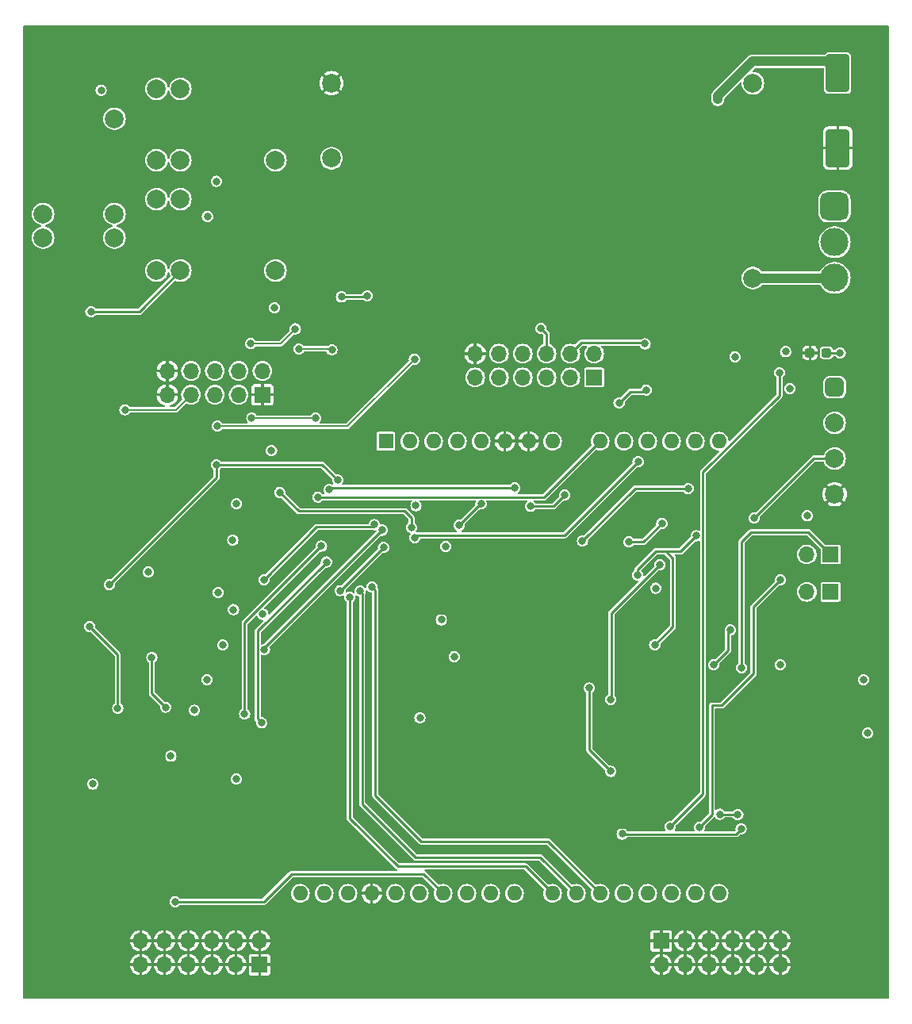
<source format=gbr>
%TF.GenerationSoftware,KiCad,Pcbnew,8.0.1*%
%TF.CreationDate,2024-05-22T14:55:13+02:00*%
%TF.ProjectId,TestBoardArduino,54657374-426f-4617-9264-41726475696e,rev?*%
%TF.SameCoordinates,Original*%
%TF.FileFunction,Copper,L1,Top*%
%TF.FilePolarity,Positive*%
%FSLAX46Y46*%
G04 Gerber Fmt 4.6, Leading zero omitted, Abs format (unit mm)*
G04 Created by KiCad (PCBNEW 8.0.1) date 2024-05-22 14:55:13*
%MOMM*%
%LPD*%
G01*
G04 APERTURE LIST*
G04 Aperture macros list*
%AMRoundRect*
0 Rectangle with rounded corners*
0 $1 Rounding radius*
0 $2 $3 $4 $5 $6 $7 $8 $9 X,Y pos of 4 corners*
0 Add a 4 corners polygon primitive as box body*
4,1,4,$2,$3,$4,$5,$6,$7,$8,$9,$2,$3,0*
0 Add four circle primitives for the rounded corners*
1,1,$1+$1,$2,$3*
1,1,$1+$1,$4,$5*
1,1,$1+$1,$6,$7*
1,1,$1+$1,$8,$9*
0 Add four rect primitives between the rounded corners*
20,1,$1+$1,$2,$3,$4,$5,0*
20,1,$1+$1,$4,$5,$6,$7,0*
20,1,$1+$1,$6,$7,$8,$9,0*
20,1,$1+$1,$8,$9,$2,$3,0*%
G04 Aperture macros list end*
%TA.AperFunction,ComponentPad*%
%ADD10C,2.000000*%
%TD*%
%TA.AperFunction,ComponentPad*%
%ADD11RoundRect,0.750000X-0.750000X0.750000X-0.750000X-0.750000X0.750000X-0.750000X0.750000X0.750000X0*%
%TD*%
%TA.AperFunction,ComponentPad*%
%ADD12C,3.000000*%
%TD*%
%TA.AperFunction,SMDPad,CuDef*%
%ADD13RoundRect,0.250000X-1.000000X1.750000X-1.000000X-1.750000X1.000000X-1.750000X1.000000X1.750000X0*%
%TD*%
%TA.AperFunction,ComponentPad*%
%ADD14R,1.600000X1.600000*%
%TD*%
%TA.AperFunction,ComponentPad*%
%ADD15O,1.600000X1.600000*%
%TD*%
%TA.AperFunction,SMDPad,CuDef*%
%ADD16RoundRect,0.237500X-0.287500X-0.237500X0.287500X-0.237500X0.287500X0.237500X-0.287500X0.237500X0*%
%TD*%
%TA.AperFunction,ComponentPad*%
%ADD17R,1.700000X1.700000*%
%TD*%
%TA.AperFunction,ComponentPad*%
%ADD18O,1.700000X1.700000*%
%TD*%
%TA.AperFunction,ComponentPad*%
%ADD19RoundRect,0.500000X-0.500000X0.500000X-0.500000X-0.500000X0.500000X-0.500000X0.500000X0.500000X0*%
%TD*%
%TA.AperFunction,ViaPad*%
%ADD20C,0.800000*%
%TD*%
%TA.AperFunction,Conductor*%
%ADD21C,1.000000*%
%TD*%
%TA.AperFunction,Conductor*%
%ADD22C,0.250000*%
%TD*%
%TA.AperFunction,Conductor*%
%ADD23C,0.200000*%
%TD*%
G04 APERTURE END LIST*
D10*
%TO.P,PS1,1,AC/N*%
%TO.N,Net-(J8-Pin_1)*%
X142946347Y-36132800D03*
%TO.P,PS1,2,AC/L*%
%TO.N,Net-(J8-Pin_3)*%
X142946347Y-56932800D03*
%TO.P,PS1,3,-Vo*%
%TO.N,GND*%
X97946347Y-36132800D03*
%TO.P,PS1,4,+Vo*%
%TO.N,Net-(PS1-+Vo)*%
X97946347Y-44132800D03*
%TD*%
D11*
%TO.P,J8,1,Pin_1*%
%TO.N,Net-(J8-Pin_1)*%
X151662947Y-49301400D03*
D12*
%TO.P,J8,2,Pin_2*%
%TO.N,Earth*%
X151662947Y-53111400D03*
%TO.P,J8,3,Pin_3*%
%TO.N,Net-(J8-Pin_3)*%
X151662947Y-56921400D03*
%TD*%
D13*
%TO.P,C8,2*%
%TO.N,GND*%
X151993147Y-43053300D03*
%TO.P,C8,1*%
%TO.N,+24V*%
X151993147Y-35053300D03*
%TD*%
D14*
%TO.P,A1,1,NC*%
%TO.N,unconnected-(A1-NC-Pad1)*%
X103758547Y-74345800D03*
D15*
%TO.P,A1,2,IOREF*%
%TO.N,unconnected-(A1-IOREF-Pad2)*%
X106298547Y-74345800D03*
%TO.P,A1,3,~{RESET}*%
%TO.N,unconnected-(A1-~{RESET}-Pad3)*%
X108838547Y-74345800D03*
%TO.P,A1,4,3V3*%
%TO.N,unconnected-(A1-3V3-Pad4)*%
X111378547Y-74345800D03*
%TO.P,A1,5,+5V*%
%TO.N,unconnected-(A1-+5V-Pad5)*%
X113918547Y-74345800D03*
%TO.P,A1,6,GND*%
%TO.N,GND*%
X116458547Y-74345800D03*
%TO.P,A1,7,GND*%
X118998547Y-74345800D03*
%TO.P,A1,8,VIN*%
%TO.N,+12V*%
X121538547Y-74345800D03*
%TO.P,A1,9,A0*%
%TO.N,Net-(A1-A0)*%
X126618547Y-74345800D03*
%TO.P,A1,10,A1*%
%TO.N,Net-(A1-A1)*%
X129158547Y-74345800D03*
%TO.P,A1,11,A2*%
%TO.N,Net-(A1-A2)*%
X131698547Y-74345800D03*
%TO.P,A1,12,A3*%
%TO.N,IOUT*%
X134238547Y-74345800D03*
%TO.P,A1,13,SDA/A4*%
%TO.N,BLE_VDD*%
X136778547Y-74345800D03*
%TO.P,A1,14,SCL/A5*%
%TO.N,unconnected-(A1-SCL{slash}A5-Pad14)*%
X139318547Y-74345800D03*
%TO.P,A1,15,D0/RX*%
%TO.N,Net-(A1-D0{slash}RX)*%
X139318547Y-122605800D03*
%TO.P,A1,16,D1/TX*%
%TO.N,Net-(A1-D1{slash}TX)*%
X136778547Y-122605800D03*
%TO.P,A1,17,D2*%
%TO.N,Net-(A1-D2)*%
X134238547Y-122605800D03*
%TO.P,A1,18,D3*%
%TO.N,Net-(A1-D3)*%
X131698547Y-122605800D03*
%TO.P,A1,19,D4*%
%TO.N,Net-(A1-D4)*%
X129158547Y-122605800D03*
%TO.P,A1,20,D5*%
%TO.N,S1*%
X126618547Y-122605800D03*
%TO.P,A1,21,D6*%
%TO.N,S2*%
X124078547Y-122605800D03*
%TO.P,A1,22,D7*%
%TO.N,S3*%
X121538547Y-122605800D03*
%TO.P,A1,23,D8*%
%TO.N,Dout*%
X117478547Y-122605800D03*
%TO.P,A1,24,D9*%
%TO.N,SHRT_T*%
X114938547Y-122605800D03*
%TO.P,A1,25,D10*%
%TO.N,unconnected-(A1-D10-Pad25)*%
X112398547Y-122605800D03*
%TO.P,A1,26,D11*%
%TO.N,SHRT_P*%
X109858547Y-122605800D03*
%TO.P,A1,27,D12*%
%TO.N,unconnected-(A1-D12-Pad27)*%
X107318547Y-122605800D03*
%TO.P,A1,28,D13*%
%TO.N,EN_BAT*%
X104778547Y-122605800D03*
%TO.P,A1,29,GND*%
%TO.N,GND*%
X102238547Y-122605800D03*
%TO.P,A1,30,AREF*%
%TO.N,unconnected-(A1-AREF-Pad30)*%
X99698547Y-122605800D03*
%TO.P,A1,31,SDA/A4*%
%TO.N,unconnected-(A1-SDA{slash}A4-Pad31)*%
X97158547Y-122605800D03*
%TO.P,A1,32,SCL/A5*%
%TO.N,unconnected-(A1-SCL{slash}A5-Pad32)*%
X94618547Y-122605800D03*
%TD*%
D10*
%TO.P,K3,1*%
%TO.N,Net-(K3-Pad1)*%
X79270547Y-48514000D03*
%TO.P,K3,2*%
%TO.N,Net-(K3-Pad2)*%
X81810547Y-48514000D03*
%TO.P,K3,3*%
%TO.N,+24V*%
X79270547Y-56134000D03*
%TO.P,K3,4*%
%TO.N,Net-(D15-A)*%
X81810547Y-56134000D03*
%TO.P,K3,5*%
%TO.N,B-*%
X91970547Y-56134000D03*
%TD*%
D16*
%TO.P,D11,1,K*%
%TO.N,GND*%
X149035347Y-64922400D03*
%TO.P,D11,2,A*%
%TO.N,Net-(D11-A)*%
X150785347Y-64922400D03*
%TD*%
D10*
%TO.P,K2,1*%
%TO.N,Net-(K2-Pad1)*%
X79270547Y-36738400D03*
%TO.P,K2,2*%
%TO.N,Net-(K2-Pad2)*%
X81810547Y-36738400D03*
%TO.P,K2,3*%
%TO.N,+24V*%
X79270547Y-44358400D03*
%TO.P,K2,4*%
%TO.N,Net-(D14-A)*%
X81810547Y-44358400D03*
%TO.P,K2,5*%
%TO.N,T-*%
X91970547Y-44358400D03*
%TD*%
D17*
%TO.P,J6,1,Pin_1*%
%TO.N,UART_RX*%
X151236547Y-86435800D03*
D18*
%TO.P,J6,2,Pin_2*%
%TO.N,RX*%
X148696547Y-86435800D03*
%TD*%
D10*
%TO.P,K1,5*%
%TO.N,Net-(Q1-E)*%
X74787147Y-39931200D03*
%TO.P,K1,4*%
%TO.N,Net-(D13-A)*%
X74787147Y-50091200D03*
%TO.P,K1,3*%
%TO.N,+24V*%
X74787147Y-52631200D03*
%TO.P,K1,2*%
%TO.N,Net-(K1-Pad2)*%
X67167147Y-50091200D03*
%TO.P,K1,1*%
%TO.N,Net-(K1-Pad1)*%
X67167147Y-52631200D03*
%TD*%
D17*
%TO.P,J7,1,Pin_1*%
%TO.N,UART_TX*%
X151236547Y-90435800D03*
D18*
%TO.P,J7,2,Pin_2*%
%TO.N,TX*%
X148696547Y-90435800D03*
%TD*%
D19*
%TO.P,J5,1,Pin_1*%
%TO.N,+5VP*%
X151662947Y-68580000D03*
D10*
%TO.P,J5,2,Pin_2*%
%TO.N,UART_S_TX*%
X151662947Y-72390000D03*
%TO.P,J5,3,Pin_3*%
%TO.N,UART_S_RX*%
X151662947Y-76200000D03*
%TO.P,J5,4,Pin_4*%
%TO.N,GND*%
X151662947Y-80010000D03*
%TD*%
D17*
%TO.P,J2,1,Pin_1*%
%TO.N,GND*%
X133146347Y-127685800D03*
D18*
%TO.P,J2,2,Pin_2*%
X133146347Y-130225800D03*
%TO.P,J2,3,Pin_3*%
X135686347Y-127685800D03*
%TO.P,J2,4,Pin_4*%
X135686347Y-130225800D03*
%TO.P,J2,5,Pin_5*%
X138226347Y-127685800D03*
%TO.P,J2,6,Pin_6*%
X138226347Y-130225800D03*
%TO.P,J2,7,Pin_7*%
X140766347Y-127685800D03*
%TO.P,J2,8,Pin_8*%
X140766347Y-130225800D03*
%TO.P,J2,9,Pin_9*%
X143306347Y-127685800D03*
%TO.P,J2,10,Pin_10*%
X143306347Y-130225800D03*
%TO.P,J2,11,Pin_11*%
X145846347Y-127685800D03*
%TO.P,J2,12,Pin_12*%
X145846347Y-130225800D03*
%TD*%
D17*
%TO.P,J3,1,Pin_1*%
%TO.N,GND*%
X90575947Y-69392800D03*
D18*
%TO.P,J3,2,Pin_2*%
%TO.N,Dout*%
X90575947Y-66852800D03*
%TO.P,J3,3,Pin_3*%
%TO.N,VB+*%
X88035947Y-69392800D03*
%TO.P,J3,4,Pin_4*%
%TO.N,VB-*%
X88035947Y-66852800D03*
%TO.P,J3,5,Pin_5*%
%TO.N,B+*%
X85495947Y-69392800D03*
%TO.P,J3,6,Pin_6*%
%TO.N,B-*%
X85495947Y-66852800D03*
%TO.P,J3,7,Pin_7*%
%TO.N,T+*%
X82955947Y-69392800D03*
%TO.P,J3,8,Pin_8*%
%TO.N,T-*%
X82955947Y-66852800D03*
%TO.P,J3,9,Pin_9*%
%TO.N,GND*%
X80415947Y-69392800D03*
%TO.P,J3,10,Pin_10*%
X80415947Y-66852800D03*
%TD*%
D17*
%TO.P,J4,1,Pin_1*%
%TO.N,VExt*%
X125983547Y-67538600D03*
D18*
%TO.P,J4,2,Pin_2*%
%TO.N,+BATT*%
X125983547Y-64998600D03*
%TO.P,J4,3,Pin_3*%
%TO.N,+RS485*%
X123443547Y-67538600D03*
%TO.P,J4,4,Pin_4*%
%TO.N,-RS485*%
X123443547Y-64998600D03*
%TO.P,J4,5,Pin_5*%
%TO.N,VCC_MAIN_LPM*%
X120903547Y-67538600D03*
%TO.P,J4,6,Pin_6*%
%TO.N,CORE_VDD_LPM*%
X120903547Y-64998600D03*
%TO.P,J4,7,Pin_7*%
%TO.N,+1.8VDD_LPM*%
X118363547Y-67538600D03*
%TO.P,J4,8,Pin_8*%
%TO.N,+3.0VIO_LPM*%
X118363547Y-64998600D03*
%TO.P,J4,9,Pin_9*%
%TO.N,VPP_2V5_LPM*%
X115823547Y-67538600D03*
%TO.P,J4,10,Pin_10*%
%TO.N,+1.8VIO_LPM*%
X115823547Y-64998600D03*
%TO.P,J4,11,Pin_11*%
%TO.N,BLE_VDD_LPM*%
X113283547Y-67538600D03*
%TO.P,J4,12,Pin_12*%
%TO.N,GND*%
X113283547Y-64998600D03*
%TD*%
D17*
%TO.P,J1,1,Pin_1*%
%TO.N,GND*%
X90271147Y-130225800D03*
D18*
%TO.P,J1,2,Pin_2*%
X90271147Y-127685800D03*
%TO.P,J1,3,Pin_3*%
X87731147Y-130225800D03*
%TO.P,J1,4,Pin_4*%
X87731147Y-127685800D03*
%TO.P,J1,5,Pin_5*%
X85191147Y-130225800D03*
%TO.P,J1,6,Pin_6*%
X85191147Y-127685800D03*
%TO.P,J1,7,Pin_7*%
X82651147Y-130225800D03*
%TO.P,J1,8,Pin_8*%
X82651147Y-127685800D03*
%TO.P,J1,9,Pin_9*%
X80111147Y-130225800D03*
%TO.P,J1,10,Pin_10*%
X80111147Y-127685800D03*
%TO.P,J1,11,Pin_11*%
X77571147Y-130225800D03*
%TO.P,J1,12,Pin_12*%
X77571147Y-127685800D03*
%TD*%
D20*
%TO.N,+24V*%
X139191547Y-37871400D03*
%TO.N,SHRT_P*%
X81254147Y-123494800D03*
%TO.N,Net-(Q1-E)*%
X138734347Y-98221800D03*
X140512347Y-94513400D03*
%TO.N,Net-(D15-A)*%
X72262547Y-60553600D03*
X72465747Y-110947200D03*
%TO.N,Net-(D14-A)*%
X80796947Y-107975400D03*
%TO.N,Net-(D13-A)*%
X87781947Y-110413800D03*
%TO.N,+BATT*%
X101777347Y-58826400D03*
X99008747Y-58953400D03*
%TO.N,T+*%
X73354747Y-36880800D03*
%TO.N,B-*%
X91871347Y-60107600D03*
%TO.N,Net-(K3-Pad2)*%
X84708547Y-50342800D03*
%TO.N,Net-(K3-Pad1)*%
X85648347Y-46609000D03*
%TO.N,BLE_VDD*%
X113918547Y-81039800D03*
X111581747Y-83337400D03*
X90618700Y-92828953D03*
X110133947Y-85572600D03*
%TO.N,+12V*%
X145846347Y-98196400D03*
%TO.N,S1*%
X102259947Y-89890600D03*
%TO.N,Dout*%
X91541147Y-75361800D03*
%TO.N,Net-(A1-A0)*%
X96494147Y-80314800D03*
%TO.N,S3*%
X99897747Y-91008200D03*
%TO.N,S2*%
X101015347Y-90347800D03*
%TO.N,Net-(A1-A2)*%
X106857347Y-84632800D03*
X130682547Y-76530200D03*
%TO.N,Net-(A1-A1)*%
X119201747Y-81305400D03*
X122833947Y-80111600D03*
X117499947Y-79349600D03*
X97713347Y-79527400D03*
%TO.N,+24V*%
X132562147Y-90043000D03*
X109676747Y-93421200D03*
X129691947Y-85090000D03*
X154736347Y-99796600D03*
X133222547Y-83108800D03*
X107390747Y-103886000D03*
%TO.N,Net-(U1A--)*%
X136880147Y-84445600D03*
X130606347Y-88636600D03*
X132460547Y-96078800D03*
%TO.N,Net-(Q2-B)*%
X132993947Y-87544400D03*
X127761547Y-101920800D03*
%TO.N,-3V3*%
X78383947Y-88315800D03*
X111048347Y-97332800D03*
%TO.N,+5V*%
X155193547Y-105511600D03*
X106958947Y-81229200D03*
X124738947Y-85013800D03*
X141020347Y-65328800D03*
X85648347Y-76860400D03*
X74218347Y-89662000D03*
X136016547Y-79400400D03*
X98602347Y-78511400D03*
%TO.N,Net-(U10--IN)*%
X78764947Y-97434400D03*
X80238147Y-102743000D03*
%TO.N,VCC_MAIN*%
X97408547Y-87249000D03*
X90474347Y-104419400D03*
%TO.N,CORE_VDD*%
X96875147Y-85547200D03*
X88670947Y-103479600D03*
%TO.N,+1.8VDD*%
X103352147Y-83845400D03*
X90779147Y-96596200D03*
%TO.N,+3.0VIO*%
X90728347Y-89128600D03*
X102542203Y-83258889D03*
%TO.N,VPP_2V5*%
X98856347Y-90297000D03*
X103504547Y-85699600D03*
%TO.N,+1.8VIO*%
X92430147Y-79806800D03*
X106476347Y-83540600D03*
%TO.N,Net-(D11-A)*%
X152247147Y-64947800D03*
%TO.N,T+*%
X75894747Y-70993000D03*
%TO.N,VB+*%
X89432947Y-71907400D03*
X96258947Y-71882000D03*
%TO.N,B-*%
X97992747Y-64617600D03*
X94462147Y-64490600D03*
%TO.N,B+*%
X106806547Y-65582800D03*
X85775347Y-72745600D03*
%TO.N,VB-*%
X94081147Y-62357000D03*
X89305947Y-63931800D03*
%TO.N,CORE_VDD_LPM*%
X120319347Y-62331600D03*
X84657747Y-99796600D03*
%TO.N,+1.8VDD_LPM*%
X86334147Y-96113600D03*
%TO.N,VPP_2V5_LPM*%
X87400947Y-84937600D03*
%TO.N,+3.0VIO_LPM*%
X85851547Y-90500200D03*
%TO.N,BLE_VDD_LPM*%
X87477147Y-92329000D03*
%TO.N,VCC_MAIN_LPM*%
X83311547Y-103073200D03*
%TO.N,+RS485*%
X128650547Y-70256400D03*
X131546147Y-68884800D03*
%TO.N,+1.8VIO_LPM*%
X87807347Y-81026000D03*
%TO.N,-RS485*%
X131419147Y-63957200D03*
%TO.N,UART_TX*%
X145871747Y-89154000D03*
X137235747Y-115570000D03*
%TO.N,UART_RX*%
X141731547Y-98526600D03*
%TO.N,RX*%
X146430547Y-64795400D03*
X148716547Y-82321400D03*
%TO.N,TX*%
X146887747Y-68732400D03*
%TO.N,Net-(Q1-B)*%
X125475547Y-100701600D03*
X127761547Y-109591600D03*
%TO.N,Net-(U8-FB)*%
X75121247Y-102838600D03*
X72124047Y-94126400D03*
%TO.N,EN_RX{slash}TX*%
X134111547Y-115468400D03*
X145770147Y-67030600D03*
%TO.N,UART_S_RX*%
X141325147Y-114223800D03*
X143077747Y-82550000D03*
X139420147Y-114173000D03*
%TO.N,UART_S_TX*%
X128980747Y-116281200D03*
X141680747Y-115722400D03*
%TD*%
D21*
%TO.N,Net-(J8-Pin_3)*%
X151651547Y-56932800D02*
X151662947Y-56921400D01*
X142946347Y-56932800D02*
X151651547Y-56932800D01*
%TO.N,+24V*%
X139191547Y-37483436D02*
X139191547Y-37871400D01*
X142871683Y-33803300D02*
X139191547Y-37483436D01*
X150743147Y-33803300D02*
X142871683Y-33803300D01*
X151993147Y-35053300D02*
X150743147Y-33803300D01*
D22*
%TO.N,SHRT_P*%
X93674747Y-120548400D02*
X107801147Y-120548400D01*
X90728347Y-123494800D02*
X93674747Y-120548400D01*
X81254147Y-123494800D02*
X90728347Y-123494800D01*
X107801147Y-120548400D02*
X109858547Y-122605800D01*
%TO.N,Net-(Q1-E)*%
X140258347Y-96697800D02*
X138734347Y-98221800D01*
X140258347Y-94767400D02*
X140258347Y-96697800D01*
X140512347Y-94513400D02*
X140258347Y-94767400D01*
%TO.N,Net-(D15-A)*%
X72287947Y-60528200D02*
X77416347Y-60528200D01*
X72262547Y-60553600D02*
X72287947Y-60528200D01*
X77416347Y-60528200D02*
X81810547Y-56134000D01*
%TO.N,+BATT*%
X99008747Y-58953400D02*
X101650347Y-58953400D01*
X101650347Y-58953400D02*
X101777347Y-58826400D01*
D21*
%TO.N,Net-(J8-Pin_1)*%
X150806347Y-49301400D02*
X151662947Y-49301400D01*
D22*
%TO.N,BLE_VDD*%
X113678347Y-81280000D02*
X113639147Y-81280000D01*
X113918547Y-81039800D02*
X113678347Y-81280000D01*
X113639147Y-81280000D02*
X111581747Y-83337400D01*
%TO.N,S1*%
X102615547Y-90246200D02*
X102615547Y-112141000D01*
X121081347Y-117068600D02*
X126618547Y-122605800D01*
X102615547Y-112141000D02*
X107543147Y-117068600D01*
X102259947Y-89890600D02*
X102615547Y-90246200D01*
X107543147Y-117068600D02*
X121081347Y-117068600D01*
%TO.N,Net-(A1-A0)*%
X120649547Y-80314800D02*
X126618547Y-74345800D01*
X96494147Y-80314800D02*
X120649547Y-80314800D01*
%TO.N,S3*%
X99897747Y-114604800D02*
X105028547Y-119735600D01*
X118668347Y-119735600D02*
X121538547Y-122605800D01*
X105028547Y-119735600D02*
X118668347Y-119735600D01*
X99897747Y-91008200D02*
X99897747Y-114604800D01*
%TO.N,S2*%
X101218547Y-90551000D02*
X101015347Y-90347800D01*
X106908147Y-118770400D02*
X101218547Y-113080800D01*
X120243147Y-118770400D02*
X106908147Y-118770400D01*
X101218547Y-113080800D02*
X101218547Y-90551000D01*
X124078547Y-122605800D02*
X120243147Y-118770400D01*
%TO.N,Net-(A1-A2)*%
X107111347Y-84378800D02*
X122833947Y-84378800D01*
X122833947Y-84378800D02*
X130682547Y-76530200D01*
X106857347Y-84632800D02*
X107111347Y-84378800D01*
%TO.N,Net-(A1-A1)*%
X97891147Y-79349600D02*
X97713347Y-79527400D01*
X117499947Y-79349600D02*
X97891147Y-79349600D01*
X122833947Y-80111600D02*
X121640147Y-81305400D01*
X121640147Y-81305400D02*
X119201747Y-81305400D01*
%TO.N,+24V*%
X129691947Y-85090000D02*
X131241347Y-85090000D01*
X131241347Y-85090000D02*
X133222547Y-83108800D01*
%TO.N,Net-(U1A--)*%
X133654347Y-86096600D02*
X134390947Y-86833200D01*
X133654347Y-86096600D02*
X135229147Y-86096600D01*
X130606347Y-88636600D02*
X130606347Y-88027000D01*
X132536747Y-86096600D02*
X133654347Y-86096600D01*
X134390947Y-94148400D02*
X132460547Y-96078800D01*
X135229147Y-86096600D02*
X136880147Y-84445600D01*
X130606347Y-88027000D02*
X132536747Y-86096600D01*
X134390947Y-86833200D02*
X134390947Y-94148400D01*
%TO.N,Net-(Q2-B)*%
X127761547Y-101920800D02*
X127837747Y-101844600D01*
X127837747Y-101844600D02*
X127837747Y-92700600D01*
X127837747Y-92700600D02*
X132993947Y-87544400D01*
%TO.N,+5V*%
X85648347Y-78232000D02*
X74218347Y-89662000D01*
X85648347Y-76860400D02*
X85648347Y-78232000D01*
X130352347Y-79400400D02*
X136016547Y-79400400D01*
X98602347Y-78511400D02*
X96951347Y-76860400D01*
X124738947Y-85013800D02*
X130352347Y-79400400D01*
X96951347Y-76860400D02*
X85648347Y-76860400D01*
%TO.N,Net-(U10--IN)*%
X78764947Y-97434400D02*
X78764947Y-101269800D01*
X78764947Y-101269800D02*
X80238147Y-102743000D01*
%TO.N,VCC_MAIN*%
X90054147Y-103999200D02*
X90474347Y-104419400D01*
X90054147Y-94603400D02*
X90054147Y-103999200D01*
X97408547Y-87249000D02*
X90054147Y-94603400D01*
%TO.N,CORE_VDD*%
X88670947Y-93751400D02*
X88670947Y-103479600D01*
X96875147Y-85547200D02*
X88670947Y-93751400D01*
%TO.N,+1.8VDD*%
X103352147Y-83845400D02*
X90779147Y-96418400D01*
X90779147Y-96418400D02*
X90779147Y-96596200D01*
%TO.N,+3.0VIO*%
X102285892Y-83515200D02*
X96341747Y-83515200D01*
X96341747Y-83515200D02*
X90728347Y-89128600D01*
X102542203Y-83258889D02*
X102285892Y-83515200D01*
%TO.N,VPP_2V5*%
X103504547Y-85699600D02*
X98907147Y-90297000D01*
X98907147Y-90297000D02*
X98856347Y-90297000D01*
%TO.N,+1.8VIO*%
X105765147Y-81813400D02*
X106476347Y-82524600D01*
X94436747Y-81813400D02*
X105765147Y-81813400D01*
X106476347Y-82524600D02*
X106476347Y-83540600D01*
X92430147Y-79806800D02*
X94436747Y-81813400D01*
%TO.N,Net-(D11-A)*%
X152247147Y-64947800D02*
X150810747Y-64947800D01*
X150810747Y-64947800D02*
X150785347Y-64922400D01*
D23*
%TO.N,T+*%
X81355747Y-70993000D02*
X75894747Y-70993000D01*
X82955947Y-69392800D02*
X81355747Y-70993000D01*
%TO.N,VB+*%
X96233547Y-71907400D02*
X96258947Y-71882000D01*
X89432947Y-71907400D02*
X96233547Y-71907400D01*
%TO.N,B-*%
X94462147Y-64490600D02*
X97865747Y-64490600D01*
X97865747Y-64490600D02*
X97992747Y-64617600D01*
%TO.N,B+*%
X99643747Y-72745600D02*
X85775347Y-72745600D01*
X106806547Y-65582800D02*
X99643747Y-72745600D01*
%TO.N,VB-*%
X89305947Y-63931800D02*
X92506347Y-63931800D01*
X92506347Y-63931800D02*
X94081147Y-62357000D01*
D22*
%TO.N,CORE_VDD_LPM*%
X120903547Y-62915800D02*
X120903547Y-64998600D01*
X120319347Y-62331600D02*
X120903547Y-62915800D01*
%TO.N,+RS485*%
X129844347Y-69062600D02*
X128650547Y-70256400D01*
X131368347Y-69062600D02*
X129844347Y-69062600D01*
X131546147Y-68884800D02*
X131368347Y-69062600D01*
%TO.N,-RS485*%
X131419147Y-63957200D02*
X131285547Y-63823600D01*
X131285547Y-63823600D02*
X124618547Y-63823600D01*
X124618547Y-63823600D02*
X123443547Y-64998600D01*
%TO.N,UART_TX*%
X143001547Y-92024200D02*
X143001547Y-99161600D01*
X138556547Y-114249200D02*
X137235747Y-115570000D01*
X143001547Y-99161600D02*
X139597947Y-102565200D01*
X145871747Y-89154000D02*
X143001547Y-92024200D01*
X138556547Y-102565200D02*
X138556547Y-114249200D01*
X139597947Y-102565200D02*
X138556547Y-102565200D01*
%TO.N,UART_RX*%
X148849347Y-84048600D02*
X151236547Y-86435800D01*
X141731547Y-85064600D02*
X142747547Y-84048600D01*
X142747547Y-84048600D02*
X148849347Y-84048600D01*
X141731547Y-98526600D02*
X141731547Y-85064600D01*
%TO.N,Net-(Q1-B)*%
X125475547Y-100701600D02*
X125475547Y-107305600D01*
X125475547Y-107305600D02*
X127761547Y-109591600D01*
%TO.N,Net-(U8-FB)*%
X75121247Y-97123600D02*
X72124047Y-94126400D01*
X75121247Y-102838600D02*
X75121247Y-97123600D01*
%TO.N,EN_RX{slash}TX*%
X145770147Y-69485191D02*
X145770147Y-67030600D01*
X137605147Y-77650191D02*
X145770147Y-69485191D01*
X134111547Y-115468400D02*
X137605147Y-111974800D01*
X137605147Y-111974800D02*
X137605147Y-77650191D01*
%TO.N,UART_S_RX*%
X143077747Y-82550000D02*
X149427747Y-76200000D01*
X141274347Y-114173000D02*
X141325147Y-114223800D01*
X149427747Y-76200000D02*
X151662947Y-76200000D01*
X139420147Y-114173000D02*
X141274347Y-114173000D01*
%TO.N,UART_S_TX*%
X141108147Y-116295000D02*
X128994547Y-116295000D01*
X128994547Y-116295000D02*
X128980747Y-116281200D01*
X141680747Y-115722400D02*
X141108147Y-116295000D01*
%TD*%
%TA.AperFunction,Conductor*%
%TO.N,GND*%
G36*
X157459191Y-30018907D02*
G01*
X157495155Y-30068407D01*
X157500000Y-30099000D01*
X157500000Y-133733600D01*
X157481093Y-133791791D01*
X157431593Y-133827755D01*
X157401000Y-133832600D01*
X65099000Y-133832600D01*
X65040809Y-133813693D01*
X65004845Y-133764193D01*
X65000000Y-133733600D01*
X65000000Y-130375800D01*
X76430120Y-130375800D01*
X76435885Y-130438016D01*
X76494211Y-130643010D01*
X76589204Y-130833783D01*
X76589209Y-130833792D01*
X76717643Y-131003864D01*
X76717653Y-131003875D01*
X76875142Y-131147447D01*
X76875141Y-131147447D01*
X77056353Y-131259647D01*
X77255088Y-131336638D01*
X77421146Y-131367680D01*
X77421147Y-131367680D01*
X77421147Y-130703245D01*
X77505321Y-130725800D01*
X77636973Y-130725800D01*
X77721147Y-130703245D01*
X77721147Y-131367680D01*
X77887205Y-131336638D01*
X78085940Y-131259647D01*
X78267151Y-131147447D01*
X78424640Y-131003875D01*
X78424650Y-131003864D01*
X78553084Y-130833792D01*
X78553089Y-130833783D01*
X78648082Y-130643010D01*
X78706408Y-130438016D01*
X78712174Y-130375800D01*
X78970120Y-130375800D01*
X78975885Y-130438016D01*
X79034211Y-130643010D01*
X79129204Y-130833783D01*
X79129209Y-130833792D01*
X79257643Y-131003864D01*
X79257653Y-131003875D01*
X79415142Y-131147447D01*
X79415141Y-131147447D01*
X79596353Y-131259647D01*
X79795088Y-131336638D01*
X79961146Y-131367680D01*
X79961147Y-131367680D01*
X79961147Y-130703245D01*
X80045321Y-130725800D01*
X80176973Y-130725800D01*
X80261147Y-130703245D01*
X80261147Y-131367680D01*
X80427205Y-131336638D01*
X80625940Y-131259647D01*
X80807151Y-131147447D01*
X80964640Y-131003875D01*
X80964650Y-131003864D01*
X81093084Y-130833792D01*
X81093089Y-130833783D01*
X81188082Y-130643010D01*
X81246408Y-130438016D01*
X81252174Y-130375800D01*
X81510120Y-130375800D01*
X81515885Y-130438016D01*
X81574211Y-130643010D01*
X81669204Y-130833783D01*
X81669209Y-130833792D01*
X81797643Y-131003864D01*
X81797653Y-131003875D01*
X81955142Y-131147447D01*
X81955141Y-131147447D01*
X82136353Y-131259647D01*
X82335088Y-131336638D01*
X82501146Y-131367680D01*
X82501147Y-131367680D01*
X82501147Y-130703245D01*
X82585321Y-130725800D01*
X82716973Y-130725800D01*
X82801147Y-130703245D01*
X82801147Y-131367680D01*
X82967205Y-131336638D01*
X83165940Y-131259647D01*
X83347151Y-131147447D01*
X83504640Y-131003875D01*
X83504650Y-131003864D01*
X83633084Y-130833792D01*
X83633089Y-130833783D01*
X83728082Y-130643010D01*
X83786408Y-130438016D01*
X83792174Y-130375800D01*
X84050120Y-130375800D01*
X84055885Y-130438016D01*
X84114211Y-130643010D01*
X84209204Y-130833783D01*
X84209209Y-130833792D01*
X84337643Y-131003864D01*
X84337653Y-131003875D01*
X84495142Y-131147447D01*
X84495141Y-131147447D01*
X84676353Y-131259647D01*
X84875088Y-131336638D01*
X85041146Y-131367680D01*
X85041147Y-131367680D01*
X85041147Y-130703245D01*
X85125321Y-130725800D01*
X85256973Y-130725800D01*
X85341147Y-130703245D01*
X85341147Y-131367680D01*
X85507205Y-131336638D01*
X85705940Y-131259647D01*
X85887151Y-131147447D01*
X86044640Y-131003875D01*
X86044650Y-131003864D01*
X86173084Y-130833792D01*
X86173089Y-130833783D01*
X86268082Y-130643010D01*
X86326408Y-130438016D01*
X86332174Y-130375800D01*
X86590120Y-130375800D01*
X86595885Y-130438016D01*
X86654211Y-130643010D01*
X86749204Y-130833783D01*
X86749209Y-130833792D01*
X86877643Y-131003864D01*
X86877653Y-131003875D01*
X87035142Y-131147447D01*
X87035141Y-131147447D01*
X87216353Y-131259647D01*
X87415088Y-131336638D01*
X87581146Y-131367680D01*
X87581147Y-131367680D01*
X87581147Y-130703245D01*
X87665321Y-130725800D01*
X87796973Y-130725800D01*
X87881147Y-130703245D01*
X87881147Y-131367680D01*
X88047205Y-131336638D01*
X88245940Y-131259647D01*
X88427151Y-131147447D01*
X88584640Y-131003875D01*
X88584650Y-131003864D01*
X88713084Y-130833792D01*
X88713089Y-130833783D01*
X88808082Y-130643010D01*
X88866408Y-130438016D01*
X88872174Y-130375800D01*
X88208592Y-130375800D01*
X88231147Y-130291626D01*
X88231147Y-130159974D01*
X88208592Y-130075800D01*
X88872173Y-130075800D01*
X88872173Y-130075799D01*
X89121147Y-130075799D01*
X89121148Y-130075800D01*
X89793702Y-130075800D01*
X89771147Y-130159974D01*
X89771147Y-130291626D01*
X89793702Y-130375800D01*
X89121149Y-130375800D01*
X89121148Y-130375801D01*
X89121148Y-131120591D01*
X89124056Y-131145674D01*
X89169360Y-131248277D01*
X89248669Y-131327586D01*
X89351274Y-131372890D01*
X89376350Y-131375799D01*
X90121145Y-131375799D01*
X90121147Y-131375798D01*
X90121147Y-130703245D01*
X90205321Y-130725800D01*
X90336973Y-130725800D01*
X90421147Y-130703245D01*
X90421147Y-131375798D01*
X90421148Y-131375799D01*
X91165937Y-131375799D01*
X91165938Y-131375798D01*
X91191021Y-131372890D01*
X91293624Y-131327586D01*
X91372933Y-131248277D01*
X91418237Y-131145672D01*
X91421146Y-131120597D01*
X91421147Y-131120595D01*
X91421147Y-130375801D01*
X91421146Y-130375800D01*
X132005320Y-130375800D01*
X132011085Y-130438016D01*
X132069411Y-130643010D01*
X132164404Y-130833783D01*
X132164409Y-130833792D01*
X132292843Y-131003864D01*
X132292853Y-131003875D01*
X132450342Y-131147447D01*
X132450341Y-131147447D01*
X132631553Y-131259647D01*
X132830288Y-131336638D01*
X132996346Y-131367680D01*
X132996347Y-131367680D01*
X132996347Y-130703245D01*
X133080521Y-130725800D01*
X133212173Y-130725800D01*
X133296347Y-130703245D01*
X133296347Y-131367680D01*
X133462405Y-131336638D01*
X133661140Y-131259647D01*
X133842351Y-131147447D01*
X133999840Y-131003875D01*
X133999850Y-131003864D01*
X134128284Y-130833792D01*
X134128289Y-130833783D01*
X134223282Y-130643010D01*
X134281608Y-130438016D01*
X134287374Y-130375800D01*
X134545320Y-130375800D01*
X134551085Y-130438016D01*
X134609411Y-130643010D01*
X134704404Y-130833783D01*
X134704409Y-130833792D01*
X134832843Y-131003864D01*
X134832853Y-131003875D01*
X134990342Y-131147447D01*
X134990341Y-131147447D01*
X135171553Y-131259647D01*
X135370288Y-131336638D01*
X135536347Y-131367680D01*
X135536347Y-130703245D01*
X135620521Y-130725800D01*
X135752173Y-130725800D01*
X135836347Y-130703245D01*
X135836347Y-131367680D01*
X136002405Y-131336638D01*
X136201140Y-131259647D01*
X136382351Y-131147447D01*
X136539840Y-131003875D01*
X136539850Y-131003864D01*
X136668284Y-130833792D01*
X136668289Y-130833783D01*
X136763282Y-130643010D01*
X136821608Y-130438016D01*
X136827374Y-130375800D01*
X137085320Y-130375800D01*
X137091085Y-130438016D01*
X137149411Y-130643010D01*
X137244404Y-130833783D01*
X137244409Y-130833792D01*
X137372843Y-131003864D01*
X137372853Y-131003875D01*
X137530342Y-131147447D01*
X137530341Y-131147447D01*
X137711553Y-131259647D01*
X137910288Y-131336638D01*
X138076347Y-131367680D01*
X138076347Y-130703245D01*
X138160521Y-130725800D01*
X138292173Y-130725800D01*
X138376347Y-130703245D01*
X138376347Y-131367680D01*
X138542405Y-131336638D01*
X138741140Y-131259647D01*
X138922351Y-131147447D01*
X139079840Y-131003875D01*
X139079850Y-131003864D01*
X139208284Y-130833792D01*
X139208289Y-130833783D01*
X139303282Y-130643010D01*
X139361608Y-130438016D01*
X139367374Y-130375800D01*
X139625320Y-130375800D01*
X139631085Y-130438016D01*
X139689411Y-130643010D01*
X139784404Y-130833783D01*
X139784409Y-130833792D01*
X139912843Y-131003864D01*
X139912853Y-131003875D01*
X140070342Y-131147447D01*
X140070341Y-131147447D01*
X140251553Y-131259647D01*
X140450288Y-131336638D01*
X140616347Y-131367680D01*
X140616347Y-130703245D01*
X140700521Y-130725800D01*
X140832173Y-130725800D01*
X140916347Y-130703245D01*
X140916347Y-131367680D01*
X141082405Y-131336638D01*
X141281140Y-131259647D01*
X141462351Y-131147447D01*
X141619840Y-131003875D01*
X141619850Y-131003864D01*
X141748284Y-130833792D01*
X141748289Y-130833783D01*
X141843282Y-130643010D01*
X141901608Y-130438016D01*
X141907374Y-130375800D01*
X142165320Y-130375800D01*
X142171085Y-130438016D01*
X142229411Y-130643010D01*
X142324404Y-130833783D01*
X142324409Y-130833792D01*
X142452843Y-131003864D01*
X142452853Y-131003875D01*
X142610342Y-131147447D01*
X142610341Y-131147447D01*
X142791553Y-131259647D01*
X142990288Y-131336638D01*
X143156347Y-131367680D01*
X143156347Y-130703245D01*
X143240521Y-130725800D01*
X143372173Y-130725800D01*
X143456347Y-130703245D01*
X143456347Y-131367680D01*
X143622405Y-131336638D01*
X143821140Y-131259647D01*
X144002351Y-131147447D01*
X144159840Y-131003875D01*
X144159850Y-131003864D01*
X144288284Y-130833792D01*
X144288289Y-130833783D01*
X144383282Y-130643010D01*
X144441608Y-130438016D01*
X144447374Y-130375800D01*
X144705320Y-130375800D01*
X144711085Y-130438016D01*
X144769411Y-130643010D01*
X144864404Y-130833783D01*
X144864409Y-130833792D01*
X144992843Y-131003864D01*
X144992853Y-131003875D01*
X145150342Y-131147447D01*
X145150341Y-131147447D01*
X145331553Y-131259647D01*
X145530288Y-131336638D01*
X145696346Y-131367680D01*
X145696347Y-131367680D01*
X145696347Y-130703245D01*
X145780521Y-130725800D01*
X145912173Y-130725800D01*
X145996347Y-130703245D01*
X145996347Y-131367680D01*
X146162405Y-131336638D01*
X146361140Y-131259647D01*
X146542351Y-131147447D01*
X146699840Y-131003875D01*
X146699850Y-131003864D01*
X146828284Y-130833792D01*
X146828289Y-130833783D01*
X146923282Y-130643010D01*
X146981608Y-130438016D01*
X146987374Y-130375800D01*
X146323792Y-130375800D01*
X146346347Y-130291626D01*
X146346347Y-130159974D01*
X146323792Y-130075800D01*
X146987373Y-130075800D01*
X146981608Y-130013583D01*
X146923282Y-129808589D01*
X146828289Y-129617816D01*
X146828284Y-129617807D01*
X146699850Y-129447735D01*
X146699840Y-129447724D01*
X146542351Y-129304152D01*
X146542352Y-129304152D01*
X146361140Y-129191952D01*
X146162408Y-129114962D01*
X146162402Y-129114960D01*
X145996347Y-129083918D01*
X145996347Y-129748354D01*
X145912173Y-129725800D01*
X145780521Y-129725800D01*
X145696347Y-129748354D01*
X145696347Y-129083919D01*
X145696346Y-129083918D01*
X145530291Y-129114960D01*
X145530285Y-129114962D01*
X145331553Y-129191952D01*
X145150342Y-129304152D01*
X144992853Y-129447724D01*
X144992843Y-129447735D01*
X144864409Y-129617807D01*
X144864404Y-129617816D01*
X144769411Y-129808589D01*
X144711085Y-130013583D01*
X144705320Y-130075800D01*
X145368902Y-130075800D01*
X145346347Y-130159974D01*
X145346347Y-130291626D01*
X145368902Y-130375800D01*
X144705320Y-130375800D01*
X144447374Y-130375800D01*
X143783792Y-130375800D01*
X143806347Y-130291626D01*
X143806347Y-130159974D01*
X143783792Y-130075800D01*
X144447373Y-130075800D01*
X144441608Y-130013583D01*
X144383282Y-129808589D01*
X144288289Y-129617816D01*
X144288284Y-129617807D01*
X144159850Y-129447735D01*
X144159840Y-129447724D01*
X144002351Y-129304152D01*
X144002352Y-129304152D01*
X143821140Y-129191952D01*
X143622408Y-129114962D01*
X143622402Y-129114960D01*
X143456347Y-129083918D01*
X143456347Y-129748354D01*
X143372173Y-129725800D01*
X143240521Y-129725800D01*
X143156347Y-129748354D01*
X143156347Y-129083919D01*
X143156346Y-129083918D01*
X142990291Y-129114960D01*
X142990285Y-129114962D01*
X142791553Y-129191952D01*
X142610342Y-129304152D01*
X142452853Y-129447724D01*
X142452843Y-129447735D01*
X142324409Y-129617807D01*
X142324404Y-129617816D01*
X142229411Y-129808589D01*
X142171085Y-130013583D01*
X142165320Y-130075800D01*
X142828902Y-130075800D01*
X142806347Y-130159974D01*
X142806347Y-130291626D01*
X142828902Y-130375800D01*
X142165320Y-130375800D01*
X141907374Y-130375800D01*
X141243792Y-130375800D01*
X141266347Y-130291626D01*
X141266347Y-130159974D01*
X141243792Y-130075800D01*
X141907373Y-130075800D01*
X141901608Y-130013583D01*
X141843282Y-129808589D01*
X141748289Y-129617816D01*
X141748284Y-129617807D01*
X141619850Y-129447735D01*
X141619840Y-129447724D01*
X141462351Y-129304152D01*
X141462352Y-129304152D01*
X141281140Y-129191952D01*
X141082408Y-129114962D01*
X141082402Y-129114960D01*
X140916347Y-129083918D01*
X140916347Y-129748354D01*
X140832173Y-129725800D01*
X140700521Y-129725800D01*
X140616347Y-129748354D01*
X140616347Y-129083919D01*
X140616346Y-129083918D01*
X140450291Y-129114960D01*
X140450285Y-129114962D01*
X140251553Y-129191952D01*
X140070342Y-129304152D01*
X139912853Y-129447724D01*
X139912843Y-129447735D01*
X139784409Y-129617807D01*
X139784404Y-129617816D01*
X139689411Y-129808589D01*
X139631085Y-130013583D01*
X139625320Y-130075800D01*
X140288902Y-130075800D01*
X140266347Y-130159974D01*
X140266347Y-130291626D01*
X140288902Y-130375800D01*
X139625320Y-130375800D01*
X139367374Y-130375800D01*
X138703792Y-130375800D01*
X138726347Y-130291626D01*
X138726347Y-130159974D01*
X138703792Y-130075800D01*
X139367373Y-130075800D01*
X139361608Y-130013583D01*
X139303282Y-129808589D01*
X139208289Y-129617816D01*
X139208284Y-129617807D01*
X139079850Y-129447735D01*
X139079840Y-129447724D01*
X138922351Y-129304152D01*
X138922352Y-129304152D01*
X138741140Y-129191952D01*
X138542408Y-129114962D01*
X138542402Y-129114960D01*
X138376347Y-129083918D01*
X138376347Y-129748354D01*
X138292173Y-129725800D01*
X138160521Y-129725800D01*
X138076347Y-129748354D01*
X138076347Y-129083919D01*
X138076346Y-129083918D01*
X137910291Y-129114960D01*
X137910285Y-129114962D01*
X137711553Y-129191952D01*
X137530342Y-129304152D01*
X137372853Y-129447724D01*
X137372843Y-129447735D01*
X137244409Y-129617807D01*
X137244404Y-129617816D01*
X137149411Y-129808589D01*
X137091085Y-130013583D01*
X137085320Y-130075800D01*
X137748902Y-130075800D01*
X137726347Y-130159974D01*
X137726347Y-130291626D01*
X137748902Y-130375800D01*
X137085320Y-130375800D01*
X136827374Y-130375800D01*
X136163792Y-130375800D01*
X136186347Y-130291626D01*
X136186347Y-130159974D01*
X136163792Y-130075800D01*
X136827373Y-130075800D01*
X136821608Y-130013583D01*
X136763282Y-129808589D01*
X136668289Y-129617816D01*
X136668284Y-129617807D01*
X136539850Y-129447735D01*
X136539840Y-129447724D01*
X136382351Y-129304152D01*
X136382352Y-129304152D01*
X136201140Y-129191952D01*
X136002408Y-129114962D01*
X136002402Y-129114960D01*
X135836347Y-129083918D01*
X135836347Y-129748354D01*
X135752173Y-129725800D01*
X135620521Y-129725800D01*
X135536347Y-129748354D01*
X135536347Y-129083919D01*
X135536346Y-129083918D01*
X135370291Y-129114960D01*
X135370285Y-129114962D01*
X135171553Y-129191952D01*
X134990342Y-129304152D01*
X134832853Y-129447724D01*
X134832843Y-129447735D01*
X134704409Y-129617807D01*
X134704404Y-129617816D01*
X134609411Y-129808589D01*
X134551085Y-130013583D01*
X134545320Y-130075800D01*
X135208902Y-130075800D01*
X135186347Y-130159974D01*
X135186347Y-130291626D01*
X135208902Y-130375800D01*
X134545320Y-130375800D01*
X134287374Y-130375800D01*
X133623792Y-130375800D01*
X133646347Y-130291626D01*
X133646347Y-130159974D01*
X133623792Y-130075800D01*
X134287373Y-130075800D01*
X134281608Y-130013583D01*
X134223282Y-129808589D01*
X134128289Y-129617816D01*
X134128284Y-129617807D01*
X133999850Y-129447735D01*
X133999840Y-129447724D01*
X133842351Y-129304152D01*
X133842352Y-129304152D01*
X133661140Y-129191952D01*
X133462408Y-129114962D01*
X133462402Y-129114960D01*
X133296347Y-129083918D01*
X133296347Y-129748354D01*
X133212173Y-129725800D01*
X133080521Y-129725800D01*
X132996347Y-129748354D01*
X132996347Y-129083919D01*
X132996346Y-129083918D01*
X132830291Y-129114960D01*
X132830285Y-129114962D01*
X132631553Y-129191952D01*
X132450342Y-129304152D01*
X132292853Y-129447724D01*
X132292843Y-129447735D01*
X132164409Y-129617807D01*
X132164404Y-129617816D01*
X132069411Y-129808589D01*
X132011085Y-130013583D01*
X132005320Y-130075800D01*
X132668902Y-130075800D01*
X132646347Y-130159974D01*
X132646347Y-130291626D01*
X132668902Y-130375800D01*
X132005320Y-130375800D01*
X91421146Y-130375800D01*
X90748592Y-130375800D01*
X90771147Y-130291626D01*
X90771147Y-130159974D01*
X90748592Y-130075800D01*
X91421145Y-130075800D01*
X91421146Y-130075799D01*
X91421146Y-129331010D01*
X91421145Y-129331008D01*
X91418237Y-129305925D01*
X91372933Y-129203322D01*
X91293624Y-129124013D01*
X91191019Y-129078709D01*
X91165944Y-129075800D01*
X90421148Y-129075800D01*
X90421147Y-129075801D01*
X90421147Y-129748354D01*
X90336973Y-129725800D01*
X90205321Y-129725800D01*
X90121147Y-129748354D01*
X90121147Y-129075801D01*
X90121146Y-129075800D01*
X89376357Y-129075800D01*
X89376354Y-129075801D01*
X89351272Y-129078709D01*
X89248669Y-129124013D01*
X89169360Y-129203322D01*
X89124056Y-129305927D01*
X89121147Y-129331002D01*
X89121147Y-130075799D01*
X88872173Y-130075799D01*
X88866408Y-130013583D01*
X88808082Y-129808589D01*
X88713089Y-129617816D01*
X88713084Y-129617807D01*
X88584650Y-129447735D01*
X88584640Y-129447724D01*
X88427151Y-129304152D01*
X88427152Y-129304152D01*
X88245940Y-129191952D01*
X88047208Y-129114962D01*
X88047202Y-129114960D01*
X87881147Y-129083918D01*
X87881147Y-129748354D01*
X87796973Y-129725800D01*
X87665321Y-129725800D01*
X87581147Y-129748354D01*
X87581147Y-129083919D01*
X87581146Y-129083918D01*
X87415091Y-129114960D01*
X87415085Y-129114962D01*
X87216353Y-129191952D01*
X87035142Y-129304152D01*
X86877653Y-129447724D01*
X86877643Y-129447735D01*
X86749209Y-129617807D01*
X86749204Y-129617816D01*
X86654211Y-129808589D01*
X86595885Y-130013583D01*
X86590120Y-130075800D01*
X87253702Y-130075800D01*
X87231147Y-130159974D01*
X87231147Y-130291626D01*
X87253702Y-130375800D01*
X86590120Y-130375800D01*
X86332174Y-130375800D01*
X85668592Y-130375800D01*
X85691147Y-130291626D01*
X85691147Y-130159974D01*
X85668592Y-130075800D01*
X86332173Y-130075800D01*
X86326408Y-130013583D01*
X86268082Y-129808589D01*
X86173089Y-129617816D01*
X86173084Y-129617807D01*
X86044650Y-129447735D01*
X86044640Y-129447724D01*
X85887151Y-129304152D01*
X85887152Y-129304152D01*
X85705940Y-129191952D01*
X85507208Y-129114962D01*
X85507202Y-129114960D01*
X85341147Y-129083918D01*
X85341147Y-129748354D01*
X85256973Y-129725800D01*
X85125321Y-129725800D01*
X85041147Y-129748354D01*
X85041147Y-129083919D01*
X85041146Y-129083918D01*
X84875091Y-129114960D01*
X84875085Y-129114962D01*
X84676353Y-129191952D01*
X84495142Y-129304152D01*
X84337653Y-129447724D01*
X84337643Y-129447735D01*
X84209209Y-129617807D01*
X84209204Y-129617816D01*
X84114211Y-129808589D01*
X84055885Y-130013583D01*
X84050120Y-130075800D01*
X84713702Y-130075800D01*
X84691147Y-130159974D01*
X84691147Y-130291626D01*
X84713702Y-130375800D01*
X84050120Y-130375800D01*
X83792174Y-130375800D01*
X83128592Y-130375800D01*
X83151147Y-130291626D01*
X83151147Y-130159974D01*
X83128592Y-130075800D01*
X83792173Y-130075800D01*
X83786408Y-130013583D01*
X83728082Y-129808589D01*
X83633089Y-129617816D01*
X83633084Y-129617807D01*
X83504650Y-129447735D01*
X83504640Y-129447724D01*
X83347151Y-129304152D01*
X83347152Y-129304152D01*
X83165940Y-129191952D01*
X82967208Y-129114962D01*
X82967202Y-129114960D01*
X82801147Y-129083918D01*
X82801147Y-129748354D01*
X82716973Y-129725800D01*
X82585321Y-129725800D01*
X82501147Y-129748354D01*
X82501147Y-129083919D01*
X82501146Y-129083918D01*
X82335091Y-129114960D01*
X82335085Y-129114962D01*
X82136353Y-129191952D01*
X81955142Y-129304152D01*
X81797653Y-129447724D01*
X81797643Y-129447735D01*
X81669209Y-129617807D01*
X81669204Y-129617816D01*
X81574211Y-129808589D01*
X81515885Y-130013583D01*
X81510120Y-130075800D01*
X82173702Y-130075800D01*
X82151147Y-130159974D01*
X82151147Y-130291626D01*
X82173702Y-130375800D01*
X81510120Y-130375800D01*
X81252174Y-130375800D01*
X80588592Y-130375800D01*
X80611147Y-130291626D01*
X80611147Y-130159974D01*
X80588592Y-130075800D01*
X81252173Y-130075800D01*
X81246408Y-130013583D01*
X81188082Y-129808589D01*
X81093089Y-129617816D01*
X81093084Y-129617807D01*
X80964650Y-129447735D01*
X80964640Y-129447724D01*
X80807151Y-129304152D01*
X80807152Y-129304152D01*
X80625940Y-129191952D01*
X80427208Y-129114962D01*
X80427202Y-129114960D01*
X80261147Y-129083918D01*
X80261147Y-129748354D01*
X80176973Y-129725800D01*
X80045321Y-129725800D01*
X79961147Y-129748354D01*
X79961147Y-129083919D01*
X79961146Y-129083918D01*
X79795091Y-129114960D01*
X79795085Y-129114962D01*
X79596353Y-129191952D01*
X79415142Y-129304152D01*
X79257653Y-129447724D01*
X79257643Y-129447735D01*
X79129209Y-129617807D01*
X79129204Y-129617816D01*
X79034211Y-129808589D01*
X78975885Y-130013583D01*
X78970120Y-130075800D01*
X79633702Y-130075800D01*
X79611147Y-130159974D01*
X79611147Y-130291626D01*
X79633702Y-130375800D01*
X78970120Y-130375800D01*
X78712174Y-130375800D01*
X78048592Y-130375800D01*
X78071147Y-130291626D01*
X78071147Y-130159974D01*
X78048592Y-130075800D01*
X78712173Y-130075800D01*
X78706408Y-130013583D01*
X78648082Y-129808589D01*
X78553089Y-129617816D01*
X78553084Y-129617807D01*
X78424650Y-129447735D01*
X78424640Y-129447724D01*
X78267151Y-129304152D01*
X78267152Y-129304152D01*
X78085940Y-129191952D01*
X77887208Y-129114962D01*
X77887202Y-129114960D01*
X77721147Y-129083918D01*
X77721147Y-129748354D01*
X77636973Y-129725800D01*
X77505321Y-129725800D01*
X77421147Y-129748354D01*
X77421147Y-129083919D01*
X77421146Y-129083918D01*
X77255091Y-129114960D01*
X77255085Y-129114962D01*
X77056353Y-129191952D01*
X76875142Y-129304152D01*
X76717653Y-129447724D01*
X76717643Y-129447735D01*
X76589209Y-129617807D01*
X76589204Y-129617816D01*
X76494211Y-129808589D01*
X76435885Y-130013583D01*
X76430120Y-130075800D01*
X77093702Y-130075800D01*
X77071147Y-130159974D01*
X77071147Y-130291626D01*
X77093702Y-130375800D01*
X76430120Y-130375800D01*
X65000000Y-130375800D01*
X65000000Y-127835800D01*
X76430120Y-127835800D01*
X76435885Y-127898016D01*
X76494211Y-128103010D01*
X76589204Y-128293783D01*
X76589209Y-128293792D01*
X76717643Y-128463864D01*
X76717653Y-128463875D01*
X76875142Y-128607447D01*
X76875141Y-128607447D01*
X77056353Y-128719647D01*
X77255088Y-128796638D01*
X77421146Y-128827680D01*
X77421147Y-128827680D01*
X77421147Y-128163245D01*
X77505321Y-128185800D01*
X77636973Y-128185800D01*
X77721147Y-128163245D01*
X77721147Y-128827680D01*
X77887205Y-128796638D01*
X78085940Y-128719647D01*
X78267151Y-128607447D01*
X78424640Y-128463875D01*
X78424650Y-128463864D01*
X78553084Y-128293792D01*
X78553089Y-128293783D01*
X78648082Y-128103010D01*
X78706408Y-127898016D01*
X78712174Y-127835800D01*
X78970120Y-127835800D01*
X78975885Y-127898016D01*
X79034211Y-128103010D01*
X79129204Y-128293783D01*
X79129209Y-128293792D01*
X79257643Y-128463864D01*
X79257653Y-128463875D01*
X79415142Y-128607447D01*
X79415141Y-128607447D01*
X79596353Y-128719647D01*
X79795088Y-128796638D01*
X79961146Y-128827680D01*
X79961147Y-128827680D01*
X79961147Y-128163245D01*
X80045321Y-128185800D01*
X80176973Y-128185800D01*
X80261147Y-128163245D01*
X80261147Y-128827680D01*
X80427205Y-128796638D01*
X80625940Y-128719647D01*
X80807151Y-128607447D01*
X80964640Y-128463875D01*
X80964650Y-128463864D01*
X81093084Y-128293792D01*
X81093089Y-128293783D01*
X81188082Y-128103010D01*
X81246408Y-127898016D01*
X81252174Y-127835800D01*
X81510120Y-127835800D01*
X81515885Y-127898016D01*
X81574211Y-128103010D01*
X81669204Y-128293783D01*
X81669209Y-128293792D01*
X81797643Y-128463864D01*
X81797653Y-128463875D01*
X81955142Y-128607447D01*
X81955141Y-128607447D01*
X82136353Y-128719647D01*
X82335088Y-128796638D01*
X82501146Y-128827680D01*
X82501147Y-128827680D01*
X82501147Y-128163245D01*
X82585321Y-128185800D01*
X82716973Y-128185800D01*
X82801147Y-128163245D01*
X82801147Y-128827680D01*
X82967205Y-128796638D01*
X83165940Y-128719647D01*
X83347151Y-128607447D01*
X83504640Y-128463875D01*
X83504650Y-128463864D01*
X83633084Y-128293792D01*
X83633089Y-128293783D01*
X83728082Y-128103010D01*
X83786408Y-127898016D01*
X83792174Y-127835800D01*
X84050120Y-127835800D01*
X84055885Y-127898016D01*
X84114211Y-128103010D01*
X84209204Y-128293783D01*
X84209209Y-128293792D01*
X84337643Y-128463864D01*
X84337653Y-128463875D01*
X84495142Y-128607447D01*
X84495141Y-128607447D01*
X84676353Y-128719647D01*
X84875088Y-128796638D01*
X85041146Y-128827680D01*
X85041147Y-128827680D01*
X85041147Y-128163245D01*
X85125321Y-128185800D01*
X85256973Y-128185800D01*
X85341147Y-128163245D01*
X85341147Y-128827680D01*
X85507205Y-128796638D01*
X85705940Y-128719647D01*
X85887151Y-128607447D01*
X86044640Y-128463875D01*
X86044650Y-128463864D01*
X86173084Y-128293792D01*
X86173089Y-128293783D01*
X86268082Y-128103010D01*
X86326408Y-127898016D01*
X86332174Y-127835800D01*
X86590120Y-127835800D01*
X86595885Y-127898016D01*
X86654211Y-128103010D01*
X86749204Y-128293783D01*
X86749209Y-128293792D01*
X86877643Y-128463864D01*
X86877653Y-128463875D01*
X87035142Y-128607447D01*
X87035141Y-128607447D01*
X87216353Y-128719647D01*
X87415088Y-128796638D01*
X87581146Y-128827680D01*
X87581147Y-128827680D01*
X87581147Y-128163245D01*
X87665321Y-128185800D01*
X87796973Y-128185800D01*
X87881147Y-128163245D01*
X87881147Y-128827680D01*
X88047205Y-128796638D01*
X88245940Y-128719647D01*
X88427151Y-128607447D01*
X88584640Y-128463875D01*
X88584650Y-128463864D01*
X88713084Y-128293792D01*
X88713089Y-128293783D01*
X88808082Y-128103010D01*
X88866408Y-127898016D01*
X88872174Y-127835800D01*
X89130120Y-127835800D01*
X89135885Y-127898016D01*
X89194211Y-128103010D01*
X89289204Y-128293783D01*
X89289209Y-128293792D01*
X89417643Y-128463864D01*
X89417653Y-128463875D01*
X89575142Y-128607447D01*
X89575141Y-128607447D01*
X89756353Y-128719647D01*
X89955088Y-128796638D01*
X90121146Y-128827680D01*
X90121147Y-128827680D01*
X90121147Y-128163245D01*
X90205321Y-128185800D01*
X90336973Y-128185800D01*
X90421147Y-128163245D01*
X90421147Y-128827680D01*
X90587205Y-128796638D01*
X90785940Y-128719647D01*
X90967151Y-128607447D01*
X91124640Y-128463875D01*
X91124650Y-128463864D01*
X91253084Y-128293792D01*
X91253089Y-128293783D01*
X91348082Y-128103010D01*
X91406408Y-127898016D01*
X91412174Y-127835800D01*
X90748592Y-127835800D01*
X90771147Y-127751626D01*
X90771147Y-127619974D01*
X90748592Y-127535800D01*
X91412173Y-127535800D01*
X91412173Y-127535799D01*
X131996347Y-127535799D01*
X131996348Y-127535800D01*
X132668902Y-127535800D01*
X132646347Y-127619974D01*
X132646347Y-127751626D01*
X132668902Y-127835800D01*
X131996349Y-127835800D01*
X131996348Y-127835801D01*
X131996348Y-128580591D01*
X131999256Y-128605674D01*
X132044560Y-128708277D01*
X132123869Y-128787586D01*
X132226474Y-128832890D01*
X132251550Y-128835799D01*
X132996345Y-128835799D01*
X132996347Y-128835798D01*
X132996347Y-128163245D01*
X133080521Y-128185800D01*
X133212173Y-128185800D01*
X133296347Y-128163245D01*
X133296347Y-128835798D01*
X133296348Y-128835799D01*
X134041137Y-128835799D01*
X134041138Y-128835798D01*
X134066221Y-128832890D01*
X134168824Y-128787586D01*
X134248133Y-128708277D01*
X134293437Y-128605672D01*
X134296346Y-128580597D01*
X134296347Y-128580595D01*
X134296347Y-127835801D01*
X134296346Y-127835800D01*
X134545320Y-127835800D01*
X134551085Y-127898016D01*
X134609411Y-128103010D01*
X134704404Y-128293783D01*
X134704409Y-128293792D01*
X134832843Y-128463864D01*
X134832853Y-128463875D01*
X134990342Y-128607447D01*
X134990341Y-128607447D01*
X135171553Y-128719647D01*
X135370288Y-128796638D01*
X135536347Y-128827680D01*
X135536347Y-128163245D01*
X135620521Y-128185800D01*
X135752173Y-128185800D01*
X135836347Y-128163245D01*
X135836347Y-128827680D01*
X136002405Y-128796638D01*
X136201140Y-128719647D01*
X136382351Y-128607447D01*
X136539840Y-128463875D01*
X136539850Y-128463864D01*
X136668284Y-128293792D01*
X136668289Y-128293783D01*
X136763282Y-128103010D01*
X136821608Y-127898016D01*
X136827374Y-127835800D01*
X137085320Y-127835800D01*
X137091085Y-127898016D01*
X137149411Y-128103010D01*
X137244404Y-128293783D01*
X137244409Y-128293792D01*
X137372843Y-128463864D01*
X137372853Y-128463875D01*
X137530342Y-128607447D01*
X137530341Y-128607447D01*
X137711553Y-128719647D01*
X137910288Y-128796638D01*
X138076347Y-128827680D01*
X138076347Y-128163245D01*
X138160521Y-128185800D01*
X138292173Y-128185800D01*
X138376347Y-128163245D01*
X138376347Y-128827680D01*
X138542405Y-128796638D01*
X138741140Y-128719647D01*
X138922351Y-128607447D01*
X139079840Y-128463875D01*
X139079850Y-128463864D01*
X139208284Y-128293792D01*
X139208289Y-128293783D01*
X139303282Y-128103010D01*
X139361608Y-127898016D01*
X139367374Y-127835800D01*
X139625320Y-127835800D01*
X139631085Y-127898016D01*
X139689411Y-128103010D01*
X139784404Y-128293783D01*
X139784409Y-128293792D01*
X139912843Y-128463864D01*
X139912853Y-128463875D01*
X140070342Y-128607447D01*
X140070341Y-128607447D01*
X140251553Y-128719647D01*
X140450288Y-128796638D01*
X140616347Y-128827680D01*
X140616347Y-128163245D01*
X140700521Y-128185800D01*
X140832173Y-128185800D01*
X140916347Y-128163245D01*
X140916347Y-128827680D01*
X141082405Y-128796638D01*
X141281140Y-128719647D01*
X141462351Y-128607447D01*
X141619840Y-128463875D01*
X141619850Y-128463864D01*
X141748284Y-128293792D01*
X141748289Y-128293783D01*
X141843282Y-128103010D01*
X141901608Y-127898016D01*
X141907374Y-127835800D01*
X142165320Y-127835800D01*
X142171085Y-127898016D01*
X142229411Y-128103010D01*
X142324404Y-128293783D01*
X142324409Y-128293792D01*
X142452843Y-128463864D01*
X142452853Y-128463875D01*
X142610342Y-128607447D01*
X142610341Y-128607447D01*
X142791553Y-128719647D01*
X142990288Y-128796638D01*
X143156347Y-128827680D01*
X143156347Y-128163245D01*
X143240521Y-128185800D01*
X143372173Y-128185800D01*
X143456347Y-128163245D01*
X143456347Y-128827680D01*
X143622405Y-128796638D01*
X143821140Y-128719647D01*
X144002351Y-128607447D01*
X144159840Y-128463875D01*
X144159850Y-128463864D01*
X144288284Y-128293792D01*
X144288289Y-128293783D01*
X144383282Y-128103010D01*
X144441608Y-127898016D01*
X144447374Y-127835800D01*
X144705320Y-127835800D01*
X144711085Y-127898016D01*
X144769411Y-128103010D01*
X144864404Y-128293783D01*
X144864409Y-128293792D01*
X144992843Y-128463864D01*
X144992853Y-128463875D01*
X145150342Y-128607447D01*
X145150341Y-128607447D01*
X145331553Y-128719647D01*
X145530288Y-128796638D01*
X145696346Y-128827680D01*
X145696347Y-128827680D01*
X145696347Y-128163245D01*
X145780521Y-128185800D01*
X145912173Y-128185800D01*
X145996347Y-128163245D01*
X145996347Y-128827680D01*
X146162405Y-128796638D01*
X146361140Y-128719647D01*
X146542351Y-128607447D01*
X146699840Y-128463875D01*
X146699850Y-128463864D01*
X146828284Y-128293792D01*
X146828289Y-128293783D01*
X146923282Y-128103010D01*
X146981608Y-127898016D01*
X146987374Y-127835800D01*
X146323792Y-127835800D01*
X146346347Y-127751626D01*
X146346347Y-127619974D01*
X146323792Y-127535800D01*
X146987373Y-127535800D01*
X146981608Y-127473583D01*
X146923282Y-127268589D01*
X146828289Y-127077816D01*
X146828284Y-127077807D01*
X146699850Y-126907735D01*
X146699840Y-126907724D01*
X146542351Y-126764152D01*
X146542352Y-126764152D01*
X146361140Y-126651952D01*
X146162408Y-126574962D01*
X146162402Y-126574960D01*
X145996347Y-126543918D01*
X145996347Y-127208354D01*
X145912173Y-127185800D01*
X145780521Y-127185800D01*
X145696347Y-127208354D01*
X145696347Y-126543919D01*
X145696346Y-126543918D01*
X145530291Y-126574960D01*
X145530285Y-126574962D01*
X145331553Y-126651952D01*
X145150342Y-126764152D01*
X144992853Y-126907724D01*
X144992843Y-126907735D01*
X144864409Y-127077807D01*
X144864404Y-127077816D01*
X144769411Y-127268589D01*
X144711085Y-127473583D01*
X144705320Y-127535800D01*
X145368902Y-127535800D01*
X145346347Y-127619974D01*
X145346347Y-127751626D01*
X145368902Y-127835800D01*
X144705320Y-127835800D01*
X144447374Y-127835800D01*
X143783792Y-127835800D01*
X143806347Y-127751626D01*
X143806347Y-127619974D01*
X143783792Y-127535800D01*
X144447373Y-127535800D01*
X144441608Y-127473583D01*
X144383282Y-127268589D01*
X144288289Y-127077816D01*
X144288284Y-127077807D01*
X144159850Y-126907735D01*
X144159840Y-126907724D01*
X144002351Y-126764152D01*
X144002352Y-126764152D01*
X143821140Y-126651952D01*
X143622408Y-126574962D01*
X143622402Y-126574960D01*
X143456347Y-126543918D01*
X143456347Y-127208354D01*
X143372173Y-127185800D01*
X143240521Y-127185800D01*
X143156347Y-127208354D01*
X143156347Y-126543919D01*
X143156346Y-126543918D01*
X142990291Y-126574960D01*
X142990285Y-126574962D01*
X142791553Y-126651952D01*
X142610342Y-126764152D01*
X142452853Y-126907724D01*
X142452843Y-126907735D01*
X142324409Y-127077807D01*
X142324404Y-127077816D01*
X142229411Y-127268589D01*
X142171085Y-127473583D01*
X142165320Y-127535800D01*
X142828902Y-127535800D01*
X142806347Y-127619974D01*
X142806347Y-127751626D01*
X142828902Y-127835800D01*
X142165320Y-127835800D01*
X141907374Y-127835800D01*
X141243792Y-127835800D01*
X141266347Y-127751626D01*
X141266347Y-127619974D01*
X141243792Y-127535800D01*
X141907373Y-127535800D01*
X141901608Y-127473583D01*
X141843282Y-127268589D01*
X141748289Y-127077816D01*
X141748284Y-127077807D01*
X141619850Y-126907735D01*
X141619840Y-126907724D01*
X141462351Y-126764152D01*
X141462352Y-126764152D01*
X141281140Y-126651952D01*
X141082408Y-126574962D01*
X141082402Y-126574960D01*
X140916347Y-126543918D01*
X140916347Y-127208354D01*
X140832173Y-127185800D01*
X140700521Y-127185800D01*
X140616347Y-127208354D01*
X140616347Y-126543919D01*
X140616346Y-126543918D01*
X140450291Y-126574960D01*
X140450285Y-126574962D01*
X140251553Y-126651952D01*
X140070342Y-126764152D01*
X139912853Y-126907724D01*
X139912843Y-126907735D01*
X139784409Y-127077807D01*
X139784404Y-127077816D01*
X139689411Y-127268589D01*
X139631085Y-127473583D01*
X139625320Y-127535800D01*
X140288902Y-127535800D01*
X140266347Y-127619974D01*
X140266347Y-127751626D01*
X140288902Y-127835800D01*
X139625320Y-127835800D01*
X139367374Y-127835800D01*
X138703792Y-127835800D01*
X138726347Y-127751626D01*
X138726347Y-127619974D01*
X138703792Y-127535800D01*
X139367373Y-127535800D01*
X139361608Y-127473583D01*
X139303282Y-127268589D01*
X139208289Y-127077816D01*
X139208284Y-127077807D01*
X139079850Y-126907735D01*
X139079840Y-126907724D01*
X138922351Y-126764152D01*
X138922352Y-126764152D01*
X138741140Y-126651952D01*
X138542408Y-126574962D01*
X138542402Y-126574960D01*
X138376347Y-126543918D01*
X138376347Y-127208354D01*
X138292173Y-127185800D01*
X138160521Y-127185800D01*
X138076347Y-127208354D01*
X138076347Y-126543919D01*
X138076346Y-126543918D01*
X137910291Y-126574960D01*
X137910285Y-126574962D01*
X137711553Y-126651952D01*
X137530342Y-126764152D01*
X137372853Y-126907724D01*
X137372843Y-126907735D01*
X137244409Y-127077807D01*
X137244404Y-127077816D01*
X137149411Y-127268589D01*
X137091085Y-127473583D01*
X137085320Y-127535800D01*
X137748902Y-127535800D01*
X137726347Y-127619974D01*
X137726347Y-127751626D01*
X137748902Y-127835800D01*
X137085320Y-127835800D01*
X136827374Y-127835800D01*
X136163792Y-127835800D01*
X136186347Y-127751626D01*
X136186347Y-127619974D01*
X136163792Y-127535800D01*
X136827373Y-127535800D01*
X136821608Y-127473583D01*
X136763282Y-127268589D01*
X136668289Y-127077816D01*
X136668284Y-127077807D01*
X136539850Y-126907735D01*
X136539840Y-126907724D01*
X136382351Y-126764152D01*
X136382352Y-126764152D01*
X136201140Y-126651952D01*
X136002408Y-126574962D01*
X136002402Y-126574960D01*
X135836347Y-126543918D01*
X135836347Y-127208354D01*
X135752173Y-127185800D01*
X135620521Y-127185800D01*
X135536347Y-127208354D01*
X135536347Y-126543919D01*
X135536346Y-126543918D01*
X135370291Y-126574960D01*
X135370285Y-126574962D01*
X135171553Y-126651952D01*
X134990342Y-126764152D01*
X134832853Y-126907724D01*
X134832843Y-126907735D01*
X134704409Y-127077807D01*
X134704404Y-127077816D01*
X134609411Y-127268589D01*
X134551085Y-127473583D01*
X134545320Y-127535800D01*
X135208902Y-127535800D01*
X135186347Y-127619974D01*
X135186347Y-127751626D01*
X135208902Y-127835800D01*
X134545320Y-127835800D01*
X134296346Y-127835800D01*
X133623792Y-127835800D01*
X133646347Y-127751626D01*
X133646347Y-127619974D01*
X133623792Y-127535800D01*
X134296345Y-127535800D01*
X134296346Y-127535799D01*
X134296346Y-126791010D01*
X134296345Y-126791008D01*
X134293437Y-126765925D01*
X134248133Y-126663322D01*
X134168824Y-126584013D01*
X134066219Y-126538709D01*
X134041144Y-126535800D01*
X133296348Y-126535800D01*
X133296347Y-126535801D01*
X133296347Y-127208354D01*
X133212173Y-127185800D01*
X133080521Y-127185800D01*
X132996347Y-127208354D01*
X132996347Y-126535801D01*
X132996346Y-126535800D01*
X132251557Y-126535800D01*
X132251554Y-126535801D01*
X132226472Y-126538709D01*
X132123869Y-126584013D01*
X132044560Y-126663322D01*
X131999256Y-126765927D01*
X131996347Y-126791002D01*
X131996347Y-127535799D01*
X91412173Y-127535799D01*
X91406408Y-127473583D01*
X91348082Y-127268589D01*
X91253089Y-127077816D01*
X91253084Y-127077807D01*
X91124650Y-126907735D01*
X91124640Y-126907724D01*
X90967151Y-126764152D01*
X90967152Y-126764152D01*
X90785940Y-126651952D01*
X90587208Y-126574962D01*
X90587202Y-126574960D01*
X90421147Y-126543918D01*
X90421147Y-127208354D01*
X90336973Y-127185800D01*
X90205321Y-127185800D01*
X90121147Y-127208354D01*
X90121147Y-126543919D01*
X90121146Y-126543918D01*
X89955091Y-126574960D01*
X89955085Y-126574962D01*
X89756353Y-126651952D01*
X89575142Y-126764152D01*
X89417653Y-126907724D01*
X89417643Y-126907735D01*
X89289209Y-127077807D01*
X89289204Y-127077816D01*
X89194211Y-127268589D01*
X89135885Y-127473583D01*
X89130120Y-127535800D01*
X89793702Y-127535800D01*
X89771147Y-127619974D01*
X89771147Y-127751626D01*
X89793702Y-127835800D01*
X89130120Y-127835800D01*
X88872174Y-127835800D01*
X88208592Y-127835800D01*
X88231147Y-127751626D01*
X88231147Y-127619974D01*
X88208592Y-127535800D01*
X88872173Y-127535800D01*
X88866408Y-127473583D01*
X88808082Y-127268589D01*
X88713089Y-127077816D01*
X88713084Y-127077807D01*
X88584650Y-126907735D01*
X88584640Y-126907724D01*
X88427151Y-126764152D01*
X88427152Y-126764152D01*
X88245940Y-126651952D01*
X88047208Y-126574962D01*
X88047202Y-126574960D01*
X87881147Y-126543918D01*
X87881147Y-127208354D01*
X87796973Y-127185800D01*
X87665321Y-127185800D01*
X87581147Y-127208354D01*
X87581147Y-126543919D01*
X87581146Y-126543918D01*
X87415091Y-126574960D01*
X87415085Y-126574962D01*
X87216353Y-126651952D01*
X87035142Y-126764152D01*
X86877653Y-126907724D01*
X86877643Y-126907735D01*
X86749209Y-127077807D01*
X86749204Y-127077816D01*
X86654211Y-127268589D01*
X86595885Y-127473583D01*
X86590120Y-127535800D01*
X87253702Y-127535800D01*
X87231147Y-127619974D01*
X87231147Y-127751626D01*
X87253702Y-127835800D01*
X86590120Y-127835800D01*
X86332174Y-127835800D01*
X85668592Y-127835800D01*
X85691147Y-127751626D01*
X85691147Y-127619974D01*
X85668592Y-127535800D01*
X86332173Y-127535800D01*
X86326408Y-127473583D01*
X86268082Y-127268589D01*
X86173089Y-127077816D01*
X86173084Y-127077807D01*
X86044650Y-126907735D01*
X86044640Y-126907724D01*
X85887151Y-126764152D01*
X85887152Y-126764152D01*
X85705940Y-126651952D01*
X85507208Y-126574962D01*
X85507202Y-126574960D01*
X85341147Y-126543918D01*
X85341147Y-127208354D01*
X85256973Y-127185800D01*
X85125321Y-127185800D01*
X85041147Y-127208354D01*
X85041147Y-126543919D01*
X85041146Y-126543918D01*
X84875091Y-126574960D01*
X84875085Y-126574962D01*
X84676353Y-126651952D01*
X84495142Y-126764152D01*
X84337653Y-126907724D01*
X84337643Y-126907735D01*
X84209209Y-127077807D01*
X84209204Y-127077816D01*
X84114211Y-127268589D01*
X84055885Y-127473583D01*
X84050120Y-127535800D01*
X84713702Y-127535800D01*
X84691147Y-127619974D01*
X84691147Y-127751626D01*
X84713702Y-127835800D01*
X84050120Y-127835800D01*
X83792174Y-127835800D01*
X83128592Y-127835800D01*
X83151147Y-127751626D01*
X83151147Y-127619974D01*
X83128592Y-127535800D01*
X83792173Y-127535800D01*
X83786408Y-127473583D01*
X83728082Y-127268589D01*
X83633089Y-127077816D01*
X83633084Y-127077807D01*
X83504650Y-126907735D01*
X83504640Y-126907724D01*
X83347151Y-126764152D01*
X83347152Y-126764152D01*
X83165940Y-126651952D01*
X82967208Y-126574962D01*
X82967202Y-126574960D01*
X82801147Y-126543918D01*
X82801147Y-127208354D01*
X82716973Y-127185800D01*
X82585321Y-127185800D01*
X82501147Y-127208354D01*
X82501147Y-126543919D01*
X82501146Y-126543918D01*
X82335091Y-126574960D01*
X82335085Y-126574962D01*
X82136353Y-126651952D01*
X81955142Y-126764152D01*
X81797653Y-126907724D01*
X81797643Y-126907735D01*
X81669209Y-127077807D01*
X81669204Y-127077816D01*
X81574211Y-127268589D01*
X81515885Y-127473583D01*
X81510120Y-127535800D01*
X82173702Y-127535800D01*
X82151147Y-127619974D01*
X82151147Y-127751626D01*
X82173702Y-127835800D01*
X81510120Y-127835800D01*
X81252174Y-127835800D01*
X80588592Y-127835800D01*
X80611147Y-127751626D01*
X80611147Y-127619974D01*
X80588592Y-127535800D01*
X81252173Y-127535800D01*
X81246408Y-127473583D01*
X81188082Y-127268589D01*
X81093089Y-127077816D01*
X81093084Y-127077807D01*
X80964650Y-126907735D01*
X80964640Y-126907724D01*
X80807151Y-126764152D01*
X80807152Y-126764152D01*
X80625940Y-126651952D01*
X80427208Y-126574962D01*
X80427202Y-126574960D01*
X80261147Y-126543918D01*
X80261147Y-127208354D01*
X80176973Y-127185800D01*
X80045321Y-127185800D01*
X79961147Y-127208354D01*
X79961147Y-126543919D01*
X79961146Y-126543918D01*
X79795091Y-126574960D01*
X79795085Y-126574962D01*
X79596353Y-126651952D01*
X79415142Y-126764152D01*
X79257653Y-126907724D01*
X79257643Y-126907735D01*
X79129209Y-127077807D01*
X79129204Y-127077816D01*
X79034211Y-127268589D01*
X78975885Y-127473583D01*
X78970120Y-127535800D01*
X79633702Y-127535800D01*
X79611147Y-127619974D01*
X79611147Y-127751626D01*
X79633702Y-127835800D01*
X78970120Y-127835800D01*
X78712174Y-127835800D01*
X78048592Y-127835800D01*
X78071147Y-127751626D01*
X78071147Y-127619974D01*
X78048592Y-127535800D01*
X78712173Y-127535800D01*
X78706408Y-127473583D01*
X78648082Y-127268589D01*
X78553089Y-127077816D01*
X78553084Y-127077807D01*
X78424650Y-126907735D01*
X78424640Y-126907724D01*
X78267151Y-126764152D01*
X78267152Y-126764152D01*
X78085940Y-126651952D01*
X77887208Y-126574962D01*
X77887202Y-126574960D01*
X77721147Y-126543918D01*
X77721147Y-127208354D01*
X77636973Y-127185800D01*
X77505321Y-127185800D01*
X77421147Y-127208354D01*
X77421147Y-126543919D01*
X77421146Y-126543918D01*
X77255091Y-126574960D01*
X77255085Y-126574962D01*
X77056353Y-126651952D01*
X76875142Y-126764152D01*
X76717653Y-126907724D01*
X76717643Y-126907735D01*
X76589209Y-127077807D01*
X76589204Y-127077816D01*
X76494211Y-127268589D01*
X76435885Y-127473583D01*
X76430120Y-127535800D01*
X77093702Y-127535800D01*
X77071147Y-127619974D01*
X77071147Y-127751626D01*
X77093702Y-127835800D01*
X76430120Y-127835800D01*
X65000000Y-127835800D01*
X65000000Y-123494800D01*
X80648465Y-123494800D01*
X80669102Y-123651558D01*
X80669104Y-123651566D01*
X80729609Y-123797638D01*
X80729609Y-123797639D01*
X80825860Y-123923076D01*
X80825865Y-123923082D01*
X80951306Y-124019336D01*
X81097385Y-124079844D01*
X81214956Y-124095322D01*
X81254146Y-124100482D01*
X81254147Y-124100482D01*
X81254148Y-124100482D01*
X81285499Y-124096354D01*
X81410909Y-124079844D01*
X81556988Y-124019336D01*
X81682429Y-123923082D01*
X81731575Y-123859032D01*
X81781999Y-123824377D01*
X81810117Y-123820300D01*
X90771198Y-123820300D01*
X90771200Y-123820300D01*
X90853986Y-123798118D01*
X90853988Y-123798116D01*
X90853990Y-123798116D01*
X90928204Y-123755268D01*
X90928204Y-123755267D01*
X90928209Y-123755265D01*
X92077670Y-122605803D01*
X93613206Y-122605803D01*
X93632521Y-122801926D01*
X93632522Y-122801929D01*
X93689734Y-122990530D01*
X93689735Y-122990532D01*
X93733134Y-123071725D01*
X93782637Y-123164338D01*
X93782639Y-123164340D01*
X93782640Y-123164342D01*
X93907659Y-123316678D01*
X93907668Y-123316687D01*
X93948309Y-123350040D01*
X94060009Y-123441710D01*
X94233820Y-123534614D01*
X94422415Y-123591824D01*
X94422417Y-123591824D01*
X94422420Y-123591825D01*
X94618544Y-123611141D01*
X94618547Y-123611141D01*
X94618550Y-123611141D01*
X94814673Y-123591825D01*
X94814674Y-123591824D01*
X94814679Y-123591824D01*
X95003274Y-123534614D01*
X95177085Y-123441710D01*
X95329430Y-123316683D01*
X95454457Y-123164338D01*
X95547361Y-122990527D01*
X95604571Y-122801932D01*
X95604881Y-122798793D01*
X95623888Y-122605803D01*
X96153206Y-122605803D01*
X96172521Y-122801926D01*
X96172522Y-122801929D01*
X96229734Y-122990530D01*
X96229735Y-122990532D01*
X96273134Y-123071725D01*
X96322637Y-123164338D01*
X96322639Y-123164340D01*
X96322640Y-123164342D01*
X96447659Y-123316678D01*
X96447668Y-123316687D01*
X96488309Y-123350040D01*
X96600009Y-123441710D01*
X96773820Y-123534614D01*
X96962415Y-123591824D01*
X96962417Y-123591824D01*
X96962420Y-123591825D01*
X97158544Y-123611141D01*
X97158547Y-123611141D01*
X97158550Y-123611141D01*
X97354673Y-123591825D01*
X97354674Y-123591824D01*
X97354679Y-123591824D01*
X97543274Y-123534614D01*
X97717085Y-123441710D01*
X97869430Y-123316683D01*
X97994457Y-123164338D01*
X98087361Y-122990527D01*
X98144571Y-122801932D01*
X98144881Y-122798793D01*
X98163888Y-122605803D01*
X98693206Y-122605803D01*
X98712521Y-122801926D01*
X98712522Y-122801929D01*
X98769734Y-122990530D01*
X98769735Y-122990532D01*
X98813134Y-123071725D01*
X98862637Y-123164338D01*
X98862639Y-123164340D01*
X98862640Y-123164342D01*
X98987659Y-123316678D01*
X98987668Y-123316687D01*
X99028309Y-123350040D01*
X99140009Y-123441710D01*
X99313820Y-123534614D01*
X99502415Y-123591824D01*
X99502417Y-123591824D01*
X99502420Y-123591825D01*
X99698544Y-123611141D01*
X99698547Y-123611141D01*
X99698550Y-123611141D01*
X99894673Y-123591825D01*
X99894674Y-123591824D01*
X99894679Y-123591824D01*
X100083274Y-123534614D01*
X100257085Y-123441710D01*
X100409430Y-123316683D01*
X100534457Y-123164338D01*
X100627361Y-122990527D01*
X100684571Y-122801932D01*
X100684881Y-122798793D01*
X100689115Y-122755800D01*
X101147734Y-122755800D01*
X101152644Y-122808789D01*
X101208434Y-123004870D01*
X101299297Y-123187348D01*
X101299302Y-123187357D01*
X101422155Y-123350040D01*
X101572813Y-123487382D01*
X101746128Y-123594695D01*
X101746133Y-123594698D01*
X101936230Y-123668341D01*
X102088546Y-123696814D01*
X102088547Y-123696814D01*
X102088547Y-123083245D01*
X102172721Y-123105800D01*
X102304373Y-123105800D01*
X102388547Y-123083245D01*
X102388547Y-123696814D01*
X102540863Y-123668341D01*
X102730960Y-123594698D01*
X102730965Y-123594695D01*
X102904280Y-123487382D01*
X103054938Y-123350040D01*
X103177791Y-123187357D01*
X103177796Y-123187348D01*
X103268659Y-123004870D01*
X103324449Y-122808789D01*
X103329360Y-122755800D01*
X102715992Y-122755800D01*
X102738547Y-122671626D01*
X102738547Y-122605803D01*
X103773206Y-122605803D01*
X103792521Y-122801926D01*
X103792522Y-122801929D01*
X103849734Y-122990530D01*
X103849735Y-122990532D01*
X103893134Y-123071725D01*
X103942637Y-123164338D01*
X103942639Y-123164340D01*
X103942640Y-123164342D01*
X104067659Y-123316678D01*
X104067668Y-123316687D01*
X104108309Y-123350040D01*
X104220009Y-123441710D01*
X104393820Y-123534614D01*
X104582415Y-123591824D01*
X104582417Y-123591824D01*
X104582420Y-123591825D01*
X104778544Y-123611141D01*
X104778547Y-123611141D01*
X104778550Y-123611141D01*
X104974673Y-123591825D01*
X104974674Y-123591824D01*
X104974679Y-123591824D01*
X105163274Y-123534614D01*
X105337085Y-123441710D01*
X105489430Y-123316683D01*
X105614457Y-123164338D01*
X105707361Y-122990527D01*
X105764571Y-122801932D01*
X105764881Y-122798793D01*
X105783888Y-122605803D01*
X106313206Y-122605803D01*
X106332521Y-122801926D01*
X106332522Y-122801929D01*
X106389734Y-122990530D01*
X106389735Y-122990532D01*
X106433134Y-123071725D01*
X106482637Y-123164338D01*
X106482639Y-123164340D01*
X106482640Y-123164342D01*
X106607659Y-123316678D01*
X106607668Y-123316687D01*
X106648309Y-123350040D01*
X106760009Y-123441710D01*
X106933820Y-123534614D01*
X107122415Y-123591824D01*
X107122417Y-123591824D01*
X107122420Y-123591825D01*
X107318544Y-123611141D01*
X107318547Y-123611141D01*
X107318550Y-123611141D01*
X107514673Y-123591825D01*
X107514674Y-123591824D01*
X107514679Y-123591824D01*
X107703274Y-123534614D01*
X107877085Y-123441710D01*
X108029430Y-123316683D01*
X108154457Y-123164338D01*
X108247361Y-122990527D01*
X108304571Y-122801932D01*
X108304881Y-122798793D01*
X108323888Y-122605803D01*
X108323888Y-122605796D01*
X108304572Y-122409673D01*
X108304571Y-122409670D01*
X108304571Y-122409668D01*
X108247361Y-122221073D01*
X108239144Y-122205701D01*
X108203960Y-122139875D01*
X108154457Y-122047262D01*
X108135565Y-122024242D01*
X108029434Y-121894921D01*
X108029425Y-121894912D01*
X107877089Y-121769893D01*
X107877087Y-121769892D01*
X107877085Y-121769890D01*
X107791637Y-121724217D01*
X107703279Y-121676988D01*
X107703277Y-121676987D01*
X107514676Y-121619775D01*
X107514673Y-121619774D01*
X107318550Y-121600459D01*
X107318544Y-121600459D01*
X107122420Y-121619774D01*
X107122417Y-121619775D01*
X106933816Y-121676987D01*
X106933814Y-121676988D01*
X106760014Y-121769887D01*
X106760004Y-121769893D01*
X106607668Y-121894912D01*
X106607659Y-121894921D01*
X106482640Y-122047257D01*
X106482634Y-122047267D01*
X106389735Y-122221067D01*
X106389734Y-122221069D01*
X106332522Y-122409670D01*
X106332521Y-122409673D01*
X106313206Y-122605796D01*
X106313206Y-122605803D01*
X105783888Y-122605803D01*
X105783888Y-122605796D01*
X105764572Y-122409673D01*
X105764571Y-122409670D01*
X105764571Y-122409668D01*
X105707361Y-122221073D01*
X105699144Y-122205701D01*
X105663960Y-122139875D01*
X105614457Y-122047262D01*
X105595565Y-122024242D01*
X105489434Y-121894921D01*
X105489425Y-121894912D01*
X105337089Y-121769893D01*
X105337087Y-121769892D01*
X105337085Y-121769890D01*
X105251637Y-121724217D01*
X105163279Y-121676988D01*
X105163277Y-121676987D01*
X104974676Y-121619775D01*
X104974673Y-121619774D01*
X104778550Y-121600459D01*
X104778544Y-121600459D01*
X104582420Y-121619774D01*
X104582417Y-121619775D01*
X104393816Y-121676987D01*
X104393814Y-121676988D01*
X104220014Y-121769887D01*
X104220004Y-121769893D01*
X104067668Y-121894912D01*
X104067659Y-121894921D01*
X103942640Y-122047257D01*
X103942634Y-122047267D01*
X103849735Y-122221067D01*
X103849734Y-122221069D01*
X103792522Y-122409670D01*
X103792521Y-122409673D01*
X103773206Y-122605796D01*
X103773206Y-122605803D01*
X102738547Y-122605803D01*
X102738547Y-122539974D01*
X102715992Y-122455800D01*
X103329359Y-122455800D01*
X103324449Y-122402810D01*
X103268659Y-122206729D01*
X103177796Y-122024251D01*
X103177791Y-122024242D01*
X103054938Y-121861559D01*
X102904280Y-121724217D01*
X102730965Y-121616904D01*
X102730960Y-121616901D01*
X102540866Y-121543259D01*
X102540860Y-121543257D01*
X102388547Y-121514784D01*
X102388547Y-122128354D01*
X102304373Y-122105800D01*
X102172721Y-122105800D01*
X102088547Y-122128354D01*
X102088547Y-121514785D01*
X102088546Y-121514784D01*
X101936233Y-121543257D01*
X101936227Y-121543259D01*
X101746133Y-121616901D01*
X101746128Y-121616904D01*
X101572813Y-121724217D01*
X101422155Y-121861559D01*
X101299302Y-122024242D01*
X101299297Y-122024251D01*
X101208434Y-122206729D01*
X101152644Y-122402810D01*
X101147734Y-122455800D01*
X101761102Y-122455800D01*
X101738547Y-122539974D01*
X101738547Y-122671626D01*
X101761102Y-122755800D01*
X101147734Y-122755800D01*
X100689115Y-122755800D01*
X100703888Y-122605803D01*
X100703888Y-122605796D01*
X100684572Y-122409673D01*
X100684571Y-122409670D01*
X100684571Y-122409668D01*
X100627361Y-122221073D01*
X100619144Y-122205701D01*
X100583960Y-122139875D01*
X100534457Y-122047262D01*
X100515565Y-122024242D01*
X100409434Y-121894921D01*
X100409425Y-121894912D01*
X100257089Y-121769893D01*
X100257087Y-121769892D01*
X100257085Y-121769890D01*
X100171637Y-121724217D01*
X100083279Y-121676988D01*
X100083277Y-121676987D01*
X99894676Y-121619775D01*
X99894673Y-121619774D01*
X99698550Y-121600459D01*
X99698544Y-121600459D01*
X99502420Y-121619774D01*
X99502417Y-121619775D01*
X99313816Y-121676987D01*
X99313814Y-121676988D01*
X99140014Y-121769887D01*
X99140004Y-121769893D01*
X98987668Y-121894912D01*
X98987659Y-121894921D01*
X98862640Y-122047257D01*
X98862634Y-122047267D01*
X98769735Y-122221067D01*
X98769734Y-122221069D01*
X98712522Y-122409670D01*
X98712521Y-122409673D01*
X98693206Y-122605796D01*
X98693206Y-122605803D01*
X98163888Y-122605803D01*
X98163888Y-122605796D01*
X98144572Y-122409673D01*
X98144571Y-122409670D01*
X98144571Y-122409668D01*
X98087361Y-122221073D01*
X98079144Y-122205701D01*
X98043960Y-122139875D01*
X97994457Y-122047262D01*
X97975565Y-122024242D01*
X97869434Y-121894921D01*
X97869425Y-121894912D01*
X97717089Y-121769893D01*
X97717087Y-121769892D01*
X97717085Y-121769890D01*
X97631637Y-121724217D01*
X97543279Y-121676988D01*
X97543277Y-121676987D01*
X97354676Y-121619775D01*
X97354673Y-121619774D01*
X97158550Y-121600459D01*
X97158544Y-121600459D01*
X96962420Y-121619774D01*
X96962417Y-121619775D01*
X96773816Y-121676987D01*
X96773814Y-121676988D01*
X96600014Y-121769887D01*
X96600004Y-121769893D01*
X96447668Y-121894912D01*
X96447659Y-121894921D01*
X96322640Y-122047257D01*
X96322634Y-122047267D01*
X96229735Y-122221067D01*
X96229734Y-122221069D01*
X96172522Y-122409670D01*
X96172521Y-122409673D01*
X96153206Y-122605796D01*
X96153206Y-122605803D01*
X95623888Y-122605803D01*
X95623888Y-122605796D01*
X95604572Y-122409673D01*
X95604571Y-122409670D01*
X95604571Y-122409668D01*
X95547361Y-122221073D01*
X95539144Y-122205701D01*
X95503960Y-122139875D01*
X95454457Y-122047262D01*
X95435565Y-122024242D01*
X95329434Y-121894921D01*
X95329425Y-121894912D01*
X95177089Y-121769893D01*
X95177087Y-121769892D01*
X95177085Y-121769890D01*
X95091637Y-121724217D01*
X95003279Y-121676988D01*
X95003277Y-121676987D01*
X94814676Y-121619775D01*
X94814673Y-121619774D01*
X94618550Y-121600459D01*
X94618544Y-121600459D01*
X94422420Y-121619774D01*
X94422417Y-121619775D01*
X94233816Y-121676987D01*
X94233814Y-121676988D01*
X94060014Y-121769887D01*
X94060004Y-121769893D01*
X93907668Y-121894912D01*
X93907659Y-121894921D01*
X93782640Y-122047257D01*
X93782634Y-122047267D01*
X93689735Y-122221067D01*
X93689734Y-122221069D01*
X93632522Y-122409670D01*
X93632521Y-122409673D01*
X93613206Y-122605796D01*
X93613206Y-122605803D01*
X92077670Y-122605803D01*
X93780577Y-120902895D01*
X93835094Y-120875119D01*
X93850581Y-120873900D01*
X107625312Y-120873900D01*
X107683503Y-120892807D01*
X107695316Y-120902896D01*
X108907491Y-122115071D01*
X108935268Y-122169588D01*
X108929778Y-122216005D01*
X108931145Y-122216420D01*
X108872522Y-122409670D01*
X108872521Y-122409673D01*
X108853206Y-122605796D01*
X108853206Y-122605803D01*
X108872521Y-122801926D01*
X108872522Y-122801929D01*
X108929734Y-122990530D01*
X108929735Y-122990532D01*
X108973134Y-123071725D01*
X109022637Y-123164338D01*
X109022639Y-123164340D01*
X109022640Y-123164342D01*
X109147659Y-123316678D01*
X109147668Y-123316687D01*
X109188309Y-123350040D01*
X109300009Y-123441710D01*
X109473820Y-123534614D01*
X109662415Y-123591824D01*
X109662417Y-123591824D01*
X109662420Y-123591825D01*
X109858544Y-123611141D01*
X109858547Y-123611141D01*
X109858550Y-123611141D01*
X110054673Y-123591825D01*
X110054674Y-123591824D01*
X110054679Y-123591824D01*
X110243274Y-123534614D01*
X110417085Y-123441710D01*
X110569430Y-123316683D01*
X110694457Y-123164338D01*
X110787361Y-122990527D01*
X110844571Y-122801932D01*
X110844881Y-122798793D01*
X110863888Y-122605803D01*
X111393206Y-122605803D01*
X111412521Y-122801926D01*
X111412522Y-122801929D01*
X111469734Y-122990530D01*
X111469735Y-122990532D01*
X111513134Y-123071725D01*
X111562637Y-123164338D01*
X111562639Y-123164340D01*
X111562640Y-123164342D01*
X111687659Y-123316678D01*
X111687668Y-123316687D01*
X111728309Y-123350040D01*
X111840009Y-123441710D01*
X112013820Y-123534614D01*
X112202415Y-123591824D01*
X112202417Y-123591824D01*
X112202420Y-123591825D01*
X112398544Y-123611141D01*
X112398547Y-123611141D01*
X112398550Y-123611141D01*
X112594673Y-123591825D01*
X112594674Y-123591824D01*
X112594679Y-123591824D01*
X112783274Y-123534614D01*
X112957085Y-123441710D01*
X113109430Y-123316683D01*
X113234457Y-123164338D01*
X113327361Y-122990527D01*
X113384571Y-122801932D01*
X113384881Y-122798793D01*
X113403888Y-122605803D01*
X113933206Y-122605803D01*
X113952521Y-122801926D01*
X113952522Y-122801929D01*
X114009734Y-122990530D01*
X114009735Y-122990532D01*
X114053134Y-123071725D01*
X114102637Y-123164338D01*
X114102639Y-123164340D01*
X114102640Y-123164342D01*
X114227659Y-123316678D01*
X114227668Y-123316687D01*
X114268309Y-123350040D01*
X114380009Y-123441710D01*
X114553820Y-123534614D01*
X114742415Y-123591824D01*
X114742417Y-123591824D01*
X114742420Y-123591825D01*
X114938544Y-123611141D01*
X114938547Y-123611141D01*
X114938550Y-123611141D01*
X115134673Y-123591825D01*
X115134674Y-123591824D01*
X115134679Y-123591824D01*
X115323274Y-123534614D01*
X115497085Y-123441710D01*
X115649430Y-123316683D01*
X115774457Y-123164338D01*
X115867361Y-122990527D01*
X115924571Y-122801932D01*
X115924881Y-122798793D01*
X115943888Y-122605803D01*
X116473206Y-122605803D01*
X116492521Y-122801926D01*
X116492522Y-122801929D01*
X116549734Y-122990530D01*
X116549735Y-122990532D01*
X116593134Y-123071725D01*
X116642637Y-123164338D01*
X116642639Y-123164340D01*
X116642640Y-123164342D01*
X116767659Y-123316678D01*
X116767668Y-123316687D01*
X116808309Y-123350040D01*
X116920009Y-123441710D01*
X117093820Y-123534614D01*
X117282415Y-123591824D01*
X117282417Y-123591824D01*
X117282420Y-123591825D01*
X117478544Y-123611141D01*
X117478547Y-123611141D01*
X117478550Y-123611141D01*
X117674673Y-123591825D01*
X117674674Y-123591824D01*
X117674679Y-123591824D01*
X117863274Y-123534614D01*
X118037085Y-123441710D01*
X118189430Y-123316683D01*
X118314457Y-123164338D01*
X118407361Y-122990527D01*
X118464571Y-122801932D01*
X118464881Y-122798793D01*
X118483888Y-122605803D01*
X118483888Y-122605796D01*
X118464572Y-122409673D01*
X118464571Y-122409670D01*
X118464571Y-122409668D01*
X118407361Y-122221073D01*
X118399144Y-122205701D01*
X118363960Y-122139875D01*
X118314457Y-122047262D01*
X118295565Y-122024242D01*
X118189434Y-121894921D01*
X118189425Y-121894912D01*
X118037089Y-121769893D01*
X118037087Y-121769892D01*
X118037085Y-121769890D01*
X117951637Y-121724217D01*
X117863279Y-121676988D01*
X117863277Y-121676987D01*
X117674676Y-121619775D01*
X117674673Y-121619774D01*
X117478550Y-121600459D01*
X117478544Y-121600459D01*
X117282420Y-121619774D01*
X117282417Y-121619775D01*
X117093816Y-121676987D01*
X117093814Y-121676988D01*
X116920014Y-121769887D01*
X116920004Y-121769893D01*
X116767668Y-121894912D01*
X116767659Y-121894921D01*
X116642640Y-122047257D01*
X116642634Y-122047267D01*
X116549735Y-122221067D01*
X116549734Y-122221069D01*
X116492522Y-122409670D01*
X116492521Y-122409673D01*
X116473206Y-122605796D01*
X116473206Y-122605803D01*
X115943888Y-122605803D01*
X115943888Y-122605796D01*
X115924572Y-122409673D01*
X115924571Y-122409670D01*
X115924571Y-122409668D01*
X115867361Y-122221073D01*
X115859144Y-122205701D01*
X115823960Y-122139875D01*
X115774457Y-122047262D01*
X115755565Y-122024242D01*
X115649434Y-121894921D01*
X115649425Y-121894912D01*
X115497089Y-121769893D01*
X115497087Y-121769892D01*
X115497085Y-121769890D01*
X115411637Y-121724217D01*
X115323279Y-121676988D01*
X115323277Y-121676987D01*
X115134676Y-121619775D01*
X115134673Y-121619774D01*
X114938550Y-121600459D01*
X114938544Y-121600459D01*
X114742420Y-121619774D01*
X114742417Y-121619775D01*
X114553816Y-121676987D01*
X114553814Y-121676988D01*
X114380014Y-121769887D01*
X114380004Y-121769893D01*
X114227668Y-121894912D01*
X114227659Y-121894921D01*
X114102640Y-122047257D01*
X114102634Y-122047267D01*
X114009735Y-122221067D01*
X114009734Y-122221069D01*
X113952522Y-122409670D01*
X113952521Y-122409673D01*
X113933206Y-122605796D01*
X113933206Y-122605803D01*
X113403888Y-122605803D01*
X113403888Y-122605796D01*
X113384572Y-122409673D01*
X113384571Y-122409670D01*
X113384571Y-122409668D01*
X113327361Y-122221073D01*
X113319144Y-122205701D01*
X113283960Y-122139875D01*
X113234457Y-122047262D01*
X113215565Y-122024242D01*
X113109434Y-121894921D01*
X113109425Y-121894912D01*
X112957089Y-121769893D01*
X112957087Y-121769892D01*
X112957085Y-121769890D01*
X112871637Y-121724217D01*
X112783279Y-121676988D01*
X112783277Y-121676987D01*
X112594676Y-121619775D01*
X112594673Y-121619774D01*
X112398550Y-121600459D01*
X112398544Y-121600459D01*
X112202420Y-121619774D01*
X112202417Y-121619775D01*
X112013816Y-121676987D01*
X112013814Y-121676988D01*
X111840014Y-121769887D01*
X111840004Y-121769893D01*
X111687668Y-121894912D01*
X111687659Y-121894921D01*
X111562640Y-122047257D01*
X111562634Y-122047267D01*
X111469735Y-122221067D01*
X111469734Y-122221069D01*
X111412522Y-122409670D01*
X111412521Y-122409673D01*
X111393206Y-122605796D01*
X111393206Y-122605803D01*
X110863888Y-122605803D01*
X110863888Y-122605796D01*
X110844572Y-122409673D01*
X110844571Y-122409670D01*
X110844571Y-122409668D01*
X110787361Y-122221073D01*
X110779144Y-122205701D01*
X110743960Y-122139875D01*
X110694457Y-122047262D01*
X110675565Y-122024242D01*
X110569434Y-121894921D01*
X110569425Y-121894912D01*
X110417089Y-121769893D01*
X110417087Y-121769892D01*
X110417085Y-121769890D01*
X110331637Y-121724217D01*
X110243279Y-121676988D01*
X110243277Y-121676987D01*
X110054676Y-121619775D01*
X110054673Y-121619774D01*
X109858550Y-121600459D01*
X109858544Y-121600459D01*
X109662420Y-121619774D01*
X109662417Y-121619775D01*
X109579167Y-121645029D01*
X109473820Y-121676986D01*
X109473817Y-121676987D01*
X109469167Y-121678398D01*
X109468670Y-121676761D01*
X109414697Y-121681001D01*
X109367818Y-121654744D01*
X109227858Y-121514784D01*
X108001009Y-120287935D01*
X108001006Y-120287933D01*
X108001005Y-120287932D01*
X108001004Y-120287931D01*
X107928093Y-120245836D01*
X107887152Y-120200367D01*
X107880756Y-120139517D01*
X107911349Y-120086529D01*
X107967245Y-120061642D01*
X107977593Y-120061100D01*
X118492512Y-120061100D01*
X118550703Y-120080007D01*
X118562516Y-120090096D01*
X120587491Y-122115070D01*
X120615268Y-122169587D01*
X120609780Y-122216006D01*
X120611145Y-122216420D01*
X120552522Y-122409670D01*
X120552521Y-122409673D01*
X120533206Y-122605796D01*
X120533206Y-122605803D01*
X120552521Y-122801926D01*
X120552522Y-122801929D01*
X120609734Y-122990530D01*
X120609735Y-122990532D01*
X120653134Y-123071725D01*
X120702637Y-123164338D01*
X120702639Y-123164340D01*
X120702640Y-123164342D01*
X120827659Y-123316678D01*
X120827668Y-123316687D01*
X120868309Y-123350040D01*
X120980009Y-123441710D01*
X121153820Y-123534614D01*
X121342415Y-123591824D01*
X121342417Y-123591824D01*
X121342420Y-123591825D01*
X121538544Y-123611141D01*
X121538547Y-123611141D01*
X121538550Y-123611141D01*
X121734673Y-123591825D01*
X121734674Y-123591824D01*
X121734679Y-123591824D01*
X121923274Y-123534614D01*
X122097085Y-123441710D01*
X122249430Y-123316683D01*
X122374457Y-123164338D01*
X122467361Y-122990527D01*
X122524571Y-122801932D01*
X122524881Y-122798793D01*
X122543888Y-122605803D01*
X122543888Y-122605796D01*
X122524572Y-122409673D01*
X122524571Y-122409670D01*
X122524571Y-122409668D01*
X122467361Y-122221073D01*
X122459144Y-122205701D01*
X122423960Y-122139875D01*
X122374457Y-122047262D01*
X122355565Y-122024242D01*
X122249434Y-121894921D01*
X122249425Y-121894912D01*
X122097089Y-121769893D01*
X122097087Y-121769892D01*
X122097085Y-121769890D01*
X122011637Y-121724217D01*
X121923279Y-121676988D01*
X121923277Y-121676987D01*
X121734676Y-121619775D01*
X121734673Y-121619774D01*
X121538550Y-121600459D01*
X121538544Y-121600459D01*
X121342420Y-121619774D01*
X121342417Y-121619775D01*
X121259167Y-121645029D01*
X121153820Y-121676986D01*
X121153817Y-121676987D01*
X121149167Y-121678398D01*
X121148671Y-121676764D01*
X121094683Y-121680998D01*
X121047817Y-121654744D01*
X120266973Y-120873900D01*
X118868209Y-119475135D01*
X118868206Y-119475133D01*
X118868204Y-119475131D01*
X118793989Y-119432283D01*
X118793991Y-119432283D01*
X118761868Y-119423676D01*
X118711200Y-119410100D01*
X118711198Y-119410100D01*
X105204382Y-119410100D01*
X105146191Y-119391193D01*
X105134378Y-119381104D01*
X100252243Y-114498969D01*
X100224466Y-114444452D01*
X100223247Y-114428965D01*
X100223247Y-91564170D01*
X100242154Y-91505979D01*
X100261980Y-91485628D01*
X100276265Y-91474667D01*
X100326029Y-91436482D01*
X100422283Y-91311041D01*
X100482791Y-91164962D01*
X100503429Y-91008200D01*
X100491234Y-90915570D01*
X100502384Y-90855412D01*
X100546766Y-90813294D01*
X100607428Y-90805308D01*
X100649653Y-90824107D01*
X100712506Y-90872336D01*
X100831934Y-90921804D01*
X100878458Y-90961539D01*
X100893047Y-91013267D01*
X100893047Y-113037947D01*
X100893047Y-113123653D01*
X100912609Y-113196663D01*
X100915230Y-113206443D01*
X100958078Y-113280657D01*
X100958079Y-113280658D01*
X100958080Y-113280659D01*
X100958082Y-113280662D01*
X103828096Y-116150676D01*
X106647681Y-118970261D01*
X106647682Y-118970262D01*
X106647681Y-118970262D01*
X106708282Y-119030862D01*
X106708285Y-119030865D01*
X106782509Y-119073718D01*
X106865294Y-119095900D01*
X120067312Y-119095900D01*
X120125503Y-119114807D01*
X120137316Y-119124896D01*
X123127491Y-122115070D01*
X123155268Y-122169587D01*
X123149780Y-122216006D01*
X123151145Y-122216420D01*
X123092522Y-122409670D01*
X123092521Y-122409673D01*
X123073206Y-122605796D01*
X123073206Y-122605803D01*
X123092521Y-122801926D01*
X123092522Y-122801929D01*
X123149734Y-122990530D01*
X123149735Y-122990532D01*
X123193134Y-123071725D01*
X123242637Y-123164338D01*
X123242639Y-123164340D01*
X123242640Y-123164342D01*
X123367659Y-123316678D01*
X123367668Y-123316687D01*
X123408309Y-123350040D01*
X123520009Y-123441710D01*
X123693820Y-123534614D01*
X123882415Y-123591824D01*
X123882417Y-123591824D01*
X123882420Y-123591825D01*
X124078544Y-123611141D01*
X124078547Y-123611141D01*
X124078550Y-123611141D01*
X124274673Y-123591825D01*
X124274674Y-123591824D01*
X124274679Y-123591824D01*
X124463274Y-123534614D01*
X124637085Y-123441710D01*
X124789430Y-123316683D01*
X124914457Y-123164338D01*
X125007361Y-122990527D01*
X125064571Y-122801932D01*
X125064881Y-122798793D01*
X125083888Y-122605803D01*
X125083888Y-122605796D01*
X125064572Y-122409673D01*
X125064571Y-122409670D01*
X125064571Y-122409668D01*
X125007361Y-122221073D01*
X124999144Y-122205701D01*
X124963960Y-122139875D01*
X124914457Y-122047262D01*
X124895565Y-122024242D01*
X124789434Y-121894921D01*
X124789425Y-121894912D01*
X124637089Y-121769893D01*
X124637087Y-121769892D01*
X124637085Y-121769890D01*
X124551637Y-121724217D01*
X124463279Y-121676988D01*
X124463277Y-121676987D01*
X124274676Y-121619775D01*
X124274673Y-121619774D01*
X124078550Y-121600459D01*
X124078544Y-121600459D01*
X123882420Y-121619774D01*
X123882417Y-121619775D01*
X123799167Y-121645029D01*
X123693820Y-121676986D01*
X123693817Y-121676987D01*
X123689167Y-121678398D01*
X123688671Y-121676764D01*
X123634683Y-121680998D01*
X123587817Y-121654744D01*
X122072590Y-120139517D01*
X120443009Y-118509935D01*
X120443006Y-118509933D01*
X120443004Y-118509931D01*
X120368789Y-118467083D01*
X120368791Y-118467083D01*
X120336668Y-118458476D01*
X120286000Y-118444900D01*
X120285998Y-118444900D01*
X107083982Y-118444900D01*
X107025791Y-118425993D01*
X107013978Y-118415904D01*
X101573043Y-112974969D01*
X101545266Y-112920452D01*
X101544047Y-112904965D01*
X101544047Y-90660280D01*
X101551583Y-90622394D01*
X101560925Y-90599841D01*
X101600391Y-90504562D01*
X101621029Y-90347800D01*
X101621029Y-90347799D01*
X101621029Y-90341311D01*
X101622246Y-90341311D01*
X101632184Y-90287687D01*
X101676566Y-90245569D01*
X101737227Y-90237581D01*
X101790999Y-90266775D01*
X101797730Y-90274657D01*
X101814873Y-90296999D01*
X101831665Y-90318882D01*
X101957106Y-90415136D01*
X101957107Y-90415136D01*
X101957108Y-90415137D01*
X102050357Y-90453762D01*
X102103185Y-90475644D01*
X102203970Y-90488912D01*
X102259194Y-90515253D01*
X102288389Y-90569023D01*
X102290047Y-90587065D01*
X102290047Y-112098147D01*
X102290047Y-112183853D01*
X102306007Y-112243416D01*
X102312230Y-112266643D01*
X102355078Y-112340857D01*
X102355080Y-112340859D01*
X102355082Y-112340862D01*
X107282680Y-117268459D01*
X107282682Y-117268462D01*
X107343285Y-117329065D01*
X107380394Y-117350489D01*
X107380396Y-117350491D01*
X107411423Y-117368405D01*
X107417508Y-117371918D01*
X107500294Y-117394101D01*
X107500296Y-117394101D01*
X107592063Y-117394101D01*
X107592079Y-117394100D01*
X120905512Y-117394100D01*
X120963703Y-117413007D01*
X120975516Y-117423096D01*
X125667491Y-122115071D01*
X125695268Y-122169588D01*
X125689778Y-122216005D01*
X125691145Y-122216420D01*
X125632522Y-122409670D01*
X125632521Y-122409673D01*
X125613206Y-122605796D01*
X125613206Y-122605803D01*
X125632521Y-122801926D01*
X125632522Y-122801929D01*
X125689734Y-122990530D01*
X125689735Y-122990532D01*
X125733134Y-123071725D01*
X125782637Y-123164338D01*
X125782639Y-123164340D01*
X125782640Y-123164342D01*
X125907659Y-123316678D01*
X125907668Y-123316687D01*
X125948309Y-123350040D01*
X126060009Y-123441710D01*
X126233820Y-123534614D01*
X126422415Y-123591824D01*
X126422417Y-123591824D01*
X126422420Y-123591825D01*
X126618544Y-123611141D01*
X126618547Y-123611141D01*
X126618550Y-123611141D01*
X126814673Y-123591825D01*
X126814674Y-123591824D01*
X126814679Y-123591824D01*
X127003274Y-123534614D01*
X127177085Y-123441710D01*
X127329430Y-123316683D01*
X127454457Y-123164338D01*
X127547361Y-122990527D01*
X127604571Y-122801932D01*
X127604881Y-122798793D01*
X127623888Y-122605803D01*
X128153206Y-122605803D01*
X128172521Y-122801926D01*
X128172522Y-122801929D01*
X128229734Y-122990530D01*
X128229735Y-122990532D01*
X128273134Y-123071725D01*
X128322637Y-123164338D01*
X128322639Y-123164340D01*
X128322640Y-123164342D01*
X128447659Y-123316678D01*
X128447668Y-123316687D01*
X128488309Y-123350040D01*
X128600009Y-123441710D01*
X128773820Y-123534614D01*
X128962415Y-123591824D01*
X128962417Y-123591824D01*
X128962420Y-123591825D01*
X129158544Y-123611141D01*
X129158547Y-123611141D01*
X129158550Y-123611141D01*
X129354673Y-123591825D01*
X129354674Y-123591824D01*
X129354679Y-123591824D01*
X129543274Y-123534614D01*
X129717085Y-123441710D01*
X129869430Y-123316683D01*
X129994457Y-123164338D01*
X130087361Y-122990527D01*
X130144571Y-122801932D01*
X130144881Y-122798793D01*
X130163888Y-122605803D01*
X130693206Y-122605803D01*
X130712521Y-122801926D01*
X130712522Y-122801929D01*
X130769734Y-122990530D01*
X130769735Y-122990532D01*
X130813134Y-123071725D01*
X130862637Y-123164338D01*
X130862639Y-123164340D01*
X130862640Y-123164342D01*
X130987659Y-123316678D01*
X130987668Y-123316687D01*
X131028309Y-123350040D01*
X131140009Y-123441710D01*
X131313820Y-123534614D01*
X131502415Y-123591824D01*
X131502417Y-123591824D01*
X131502420Y-123591825D01*
X131698544Y-123611141D01*
X131698547Y-123611141D01*
X131698550Y-123611141D01*
X131894673Y-123591825D01*
X131894674Y-123591824D01*
X131894679Y-123591824D01*
X132083274Y-123534614D01*
X132257085Y-123441710D01*
X132409430Y-123316683D01*
X132534457Y-123164338D01*
X132627361Y-122990527D01*
X132684571Y-122801932D01*
X132684881Y-122798793D01*
X132703888Y-122605803D01*
X133233206Y-122605803D01*
X133252521Y-122801926D01*
X133252522Y-122801929D01*
X133309734Y-122990530D01*
X133309735Y-122990532D01*
X133353134Y-123071725D01*
X133402637Y-123164338D01*
X133402639Y-123164340D01*
X133402640Y-123164342D01*
X133527659Y-123316678D01*
X133527668Y-123316687D01*
X133568309Y-123350040D01*
X133680009Y-123441710D01*
X133853820Y-123534614D01*
X134042415Y-123591824D01*
X134042417Y-123591824D01*
X134042420Y-123591825D01*
X134238544Y-123611141D01*
X134238547Y-123611141D01*
X134238550Y-123611141D01*
X134434673Y-123591825D01*
X134434674Y-123591824D01*
X134434679Y-123591824D01*
X134623274Y-123534614D01*
X134797085Y-123441710D01*
X134949430Y-123316683D01*
X135074457Y-123164338D01*
X135167361Y-122990527D01*
X135224571Y-122801932D01*
X135224881Y-122798793D01*
X135243888Y-122605803D01*
X135773206Y-122605803D01*
X135792521Y-122801926D01*
X135792522Y-122801929D01*
X135849734Y-122990530D01*
X135849735Y-122990532D01*
X135893134Y-123071725D01*
X135942637Y-123164338D01*
X135942639Y-123164340D01*
X135942640Y-123164342D01*
X136067659Y-123316678D01*
X136067668Y-123316687D01*
X136108309Y-123350040D01*
X136220009Y-123441710D01*
X136393820Y-123534614D01*
X136582415Y-123591824D01*
X136582417Y-123591824D01*
X136582420Y-123591825D01*
X136778544Y-123611141D01*
X136778547Y-123611141D01*
X136778550Y-123611141D01*
X136974673Y-123591825D01*
X136974674Y-123591824D01*
X136974679Y-123591824D01*
X137163274Y-123534614D01*
X137337085Y-123441710D01*
X137489430Y-123316683D01*
X137614457Y-123164338D01*
X137707361Y-122990527D01*
X137764571Y-122801932D01*
X137764881Y-122798793D01*
X137783888Y-122605803D01*
X138313206Y-122605803D01*
X138332521Y-122801926D01*
X138332522Y-122801929D01*
X138389734Y-122990530D01*
X138389735Y-122990532D01*
X138433134Y-123071725D01*
X138482637Y-123164338D01*
X138482639Y-123164340D01*
X138482640Y-123164342D01*
X138607659Y-123316678D01*
X138607668Y-123316687D01*
X138648309Y-123350040D01*
X138760009Y-123441710D01*
X138933820Y-123534614D01*
X139122415Y-123591824D01*
X139122417Y-123591824D01*
X139122420Y-123591825D01*
X139318544Y-123611141D01*
X139318547Y-123611141D01*
X139318550Y-123611141D01*
X139514673Y-123591825D01*
X139514674Y-123591824D01*
X139514679Y-123591824D01*
X139703274Y-123534614D01*
X139877085Y-123441710D01*
X140029430Y-123316683D01*
X140154457Y-123164338D01*
X140247361Y-122990527D01*
X140304571Y-122801932D01*
X140304881Y-122798793D01*
X140323888Y-122605803D01*
X140323888Y-122605796D01*
X140304572Y-122409673D01*
X140304571Y-122409670D01*
X140304571Y-122409668D01*
X140247361Y-122221073D01*
X140239144Y-122205701D01*
X140203960Y-122139875D01*
X140154457Y-122047262D01*
X140135565Y-122024242D01*
X140029434Y-121894921D01*
X140029425Y-121894912D01*
X139877089Y-121769893D01*
X139877087Y-121769892D01*
X139877085Y-121769890D01*
X139791637Y-121724217D01*
X139703279Y-121676988D01*
X139703277Y-121676987D01*
X139514676Y-121619775D01*
X139514673Y-121619774D01*
X139318550Y-121600459D01*
X139318544Y-121600459D01*
X139122420Y-121619774D01*
X139122417Y-121619775D01*
X138933816Y-121676987D01*
X138933814Y-121676988D01*
X138760014Y-121769887D01*
X138760004Y-121769893D01*
X138607668Y-121894912D01*
X138607659Y-121894921D01*
X138482640Y-122047257D01*
X138482634Y-122047267D01*
X138389735Y-122221067D01*
X138389734Y-122221069D01*
X138332522Y-122409670D01*
X138332521Y-122409673D01*
X138313206Y-122605796D01*
X138313206Y-122605803D01*
X137783888Y-122605803D01*
X137783888Y-122605796D01*
X137764572Y-122409673D01*
X137764571Y-122409670D01*
X137764571Y-122409668D01*
X137707361Y-122221073D01*
X137699144Y-122205701D01*
X137663960Y-122139875D01*
X137614457Y-122047262D01*
X137595565Y-122024242D01*
X137489434Y-121894921D01*
X137489425Y-121894912D01*
X137337089Y-121769893D01*
X137337087Y-121769892D01*
X137337085Y-121769890D01*
X137251637Y-121724217D01*
X137163279Y-121676988D01*
X137163277Y-121676987D01*
X136974676Y-121619775D01*
X136974673Y-121619774D01*
X136778550Y-121600459D01*
X136778544Y-121600459D01*
X136582420Y-121619774D01*
X136582417Y-121619775D01*
X136393816Y-121676987D01*
X136393814Y-121676988D01*
X136220014Y-121769887D01*
X136220004Y-121769893D01*
X136067668Y-121894912D01*
X136067659Y-121894921D01*
X135942640Y-122047257D01*
X135942634Y-122047267D01*
X135849735Y-122221067D01*
X135849734Y-122221069D01*
X135792522Y-122409670D01*
X135792521Y-122409673D01*
X135773206Y-122605796D01*
X135773206Y-122605803D01*
X135243888Y-122605803D01*
X135243888Y-122605796D01*
X135224572Y-122409673D01*
X135224571Y-122409670D01*
X135224571Y-122409668D01*
X135167361Y-122221073D01*
X135159144Y-122205701D01*
X135123960Y-122139875D01*
X135074457Y-122047262D01*
X135055565Y-122024242D01*
X134949434Y-121894921D01*
X134949425Y-121894912D01*
X134797089Y-121769893D01*
X134797087Y-121769892D01*
X134797085Y-121769890D01*
X134711637Y-121724217D01*
X134623279Y-121676988D01*
X134623277Y-121676987D01*
X134434676Y-121619775D01*
X134434673Y-121619774D01*
X134238550Y-121600459D01*
X134238544Y-121600459D01*
X134042420Y-121619774D01*
X134042417Y-121619775D01*
X133853816Y-121676987D01*
X133853814Y-121676988D01*
X133680014Y-121769887D01*
X133680004Y-121769893D01*
X133527668Y-121894912D01*
X133527659Y-121894921D01*
X133402640Y-122047257D01*
X133402634Y-122047267D01*
X133309735Y-122221067D01*
X133309734Y-122221069D01*
X133252522Y-122409670D01*
X133252521Y-122409673D01*
X133233206Y-122605796D01*
X133233206Y-122605803D01*
X132703888Y-122605803D01*
X132703888Y-122605796D01*
X132684572Y-122409673D01*
X132684571Y-122409670D01*
X132684571Y-122409668D01*
X132627361Y-122221073D01*
X132619144Y-122205701D01*
X132583960Y-122139875D01*
X132534457Y-122047262D01*
X132515565Y-122024242D01*
X132409434Y-121894921D01*
X132409425Y-121894912D01*
X132257089Y-121769893D01*
X132257087Y-121769892D01*
X132257085Y-121769890D01*
X132171637Y-121724217D01*
X132083279Y-121676988D01*
X132083277Y-121676987D01*
X131894676Y-121619775D01*
X131894673Y-121619774D01*
X131698550Y-121600459D01*
X131698544Y-121600459D01*
X131502420Y-121619774D01*
X131502417Y-121619775D01*
X131313816Y-121676987D01*
X131313814Y-121676988D01*
X131140014Y-121769887D01*
X131140004Y-121769893D01*
X130987668Y-121894912D01*
X130987659Y-121894921D01*
X130862640Y-122047257D01*
X130862634Y-122047267D01*
X130769735Y-122221067D01*
X130769734Y-122221069D01*
X130712522Y-122409670D01*
X130712521Y-122409673D01*
X130693206Y-122605796D01*
X130693206Y-122605803D01*
X130163888Y-122605803D01*
X130163888Y-122605796D01*
X130144572Y-122409673D01*
X130144571Y-122409670D01*
X130144571Y-122409668D01*
X130087361Y-122221073D01*
X130079144Y-122205701D01*
X130043960Y-122139875D01*
X129994457Y-122047262D01*
X129975565Y-122024242D01*
X129869434Y-121894921D01*
X129869425Y-121894912D01*
X129717089Y-121769893D01*
X129717087Y-121769892D01*
X129717085Y-121769890D01*
X129631637Y-121724217D01*
X129543279Y-121676988D01*
X129543277Y-121676987D01*
X129354676Y-121619775D01*
X129354673Y-121619774D01*
X129158550Y-121600459D01*
X129158544Y-121600459D01*
X128962420Y-121619774D01*
X128962417Y-121619775D01*
X128773816Y-121676987D01*
X128773814Y-121676988D01*
X128600014Y-121769887D01*
X128600004Y-121769893D01*
X128447668Y-121894912D01*
X128447659Y-121894921D01*
X128322640Y-122047257D01*
X128322634Y-122047267D01*
X128229735Y-122221067D01*
X128229734Y-122221069D01*
X128172522Y-122409670D01*
X128172521Y-122409673D01*
X128153206Y-122605796D01*
X128153206Y-122605803D01*
X127623888Y-122605803D01*
X127623888Y-122605796D01*
X127604572Y-122409673D01*
X127604571Y-122409670D01*
X127604571Y-122409668D01*
X127547361Y-122221073D01*
X127539144Y-122205701D01*
X127503960Y-122139875D01*
X127454457Y-122047262D01*
X127435565Y-122024242D01*
X127329434Y-121894921D01*
X127329425Y-121894912D01*
X127177089Y-121769893D01*
X127177087Y-121769892D01*
X127177085Y-121769890D01*
X127091637Y-121724217D01*
X127003279Y-121676988D01*
X127003277Y-121676987D01*
X126814676Y-121619775D01*
X126814673Y-121619774D01*
X126618550Y-121600459D01*
X126618544Y-121600459D01*
X126422420Y-121619774D01*
X126422417Y-121619775D01*
X126339167Y-121645029D01*
X126233820Y-121676986D01*
X126233817Y-121676987D01*
X126229167Y-121678398D01*
X126228670Y-121676761D01*
X126174697Y-121681001D01*
X126127818Y-121654744D01*
X123854178Y-119381104D01*
X121281209Y-116808135D01*
X121281206Y-116808133D01*
X121281205Y-116808132D01*
X121281204Y-116808131D01*
X121206989Y-116765283D01*
X121206991Y-116765283D01*
X121174868Y-116756676D01*
X121124200Y-116743100D01*
X121124198Y-116743100D01*
X107718981Y-116743100D01*
X107660790Y-116724193D01*
X107648977Y-116714104D01*
X102970043Y-112035169D01*
X102942266Y-111980652D01*
X102941047Y-111965165D01*
X102941047Y-103886000D01*
X106785065Y-103886000D01*
X106805702Y-104042758D01*
X106805704Y-104042766D01*
X106866209Y-104188838D01*
X106866209Y-104188839D01*
X106962460Y-104314276D01*
X106962465Y-104314282D01*
X107087906Y-104410536D01*
X107087907Y-104410536D01*
X107087908Y-104410537D01*
X107233980Y-104471042D01*
X107233985Y-104471044D01*
X107351556Y-104486522D01*
X107390746Y-104491682D01*
X107390747Y-104491682D01*
X107390748Y-104491682D01*
X107422099Y-104487554D01*
X107547509Y-104471044D01*
X107693588Y-104410536D01*
X107819029Y-104314282D01*
X107915283Y-104188841D01*
X107975791Y-104042762D01*
X107996429Y-103886000D01*
X107975791Y-103729238D01*
X107946384Y-103658244D01*
X107915284Y-103583161D01*
X107915284Y-103583160D01*
X107819033Y-103457723D01*
X107819032Y-103457722D01*
X107819029Y-103457718D01*
X107819024Y-103457714D01*
X107819023Y-103457713D01*
X107712585Y-103376041D01*
X107693588Y-103361464D01*
X107693587Y-103361463D01*
X107693585Y-103361462D01*
X107547513Y-103300957D01*
X107547505Y-103300955D01*
X107390748Y-103280318D01*
X107390746Y-103280318D01*
X107233988Y-103300955D01*
X107233980Y-103300957D01*
X107087908Y-103361462D01*
X107087907Y-103361462D01*
X106962470Y-103457713D01*
X106962460Y-103457723D01*
X106866209Y-103583160D01*
X106866209Y-103583161D01*
X106805704Y-103729233D01*
X106805702Y-103729241D01*
X106785065Y-103885999D01*
X106785065Y-103886000D01*
X102941047Y-103886000D01*
X102941047Y-100701600D01*
X124869865Y-100701600D01*
X124890502Y-100858358D01*
X124890504Y-100858366D01*
X124951009Y-101004438D01*
X124951009Y-101004439D01*
X125047260Y-101129876D01*
X125047265Y-101129882D01*
X125091688Y-101163969D01*
X125111314Y-101179028D01*
X125145970Y-101229452D01*
X125150047Y-101257570D01*
X125150047Y-107262747D01*
X125150047Y-107348453D01*
X125161275Y-107390356D01*
X125172230Y-107431243D01*
X125215078Y-107505457D01*
X125215079Y-107505458D01*
X125215080Y-107505459D01*
X125215082Y-107505462D01*
X126209556Y-108499936D01*
X127138253Y-109428633D01*
X127166030Y-109483150D01*
X127166402Y-109511559D01*
X127155865Y-109591599D01*
X127155865Y-109591600D01*
X127176502Y-109748358D01*
X127176504Y-109748366D01*
X127237009Y-109894438D01*
X127237009Y-109894439D01*
X127306900Y-109985523D01*
X127333265Y-110019882D01*
X127458706Y-110116136D01*
X127604785Y-110176644D01*
X127722356Y-110192122D01*
X127761546Y-110197282D01*
X127761547Y-110197282D01*
X127761548Y-110197282D01*
X127792899Y-110193154D01*
X127918309Y-110176644D01*
X128064388Y-110116136D01*
X128189829Y-110019882D01*
X128286083Y-109894441D01*
X128346591Y-109748362D01*
X128367229Y-109591600D01*
X128346591Y-109434838D01*
X128286084Y-109288761D01*
X128286084Y-109288760D01*
X128189833Y-109163323D01*
X128189832Y-109163322D01*
X128189829Y-109163318D01*
X128189824Y-109163314D01*
X128189823Y-109163313D01*
X128064385Y-109067062D01*
X127918313Y-109006557D01*
X127918305Y-109006555D01*
X127761548Y-108985918D01*
X127761546Y-108985918D01*
X127681506Y-108996455D01*
X127621345Y-108985305D01*
X127598580Y-108968306D01*
X125830043Y-107199769D01*
X125802266Y-107145252D01*
X125801047Y-107129765D01*
X125801047Y-101920800D01*
X127155865Y-101920800D01*
X127176502Y-102077558D01*
X127176504Y-102077566D01*
X127237009Y-102223638D01*
X127237009Y-102223639D01*
X127333260Y-102349076D01*
X127333265Y-102349082D01*
X127458706Y-102445336D01*
X127604785Y-102505844D01*
X127722356Y-102521322D01*
X127761546Y-102526482D01*
X127761547Y-102526482D01*
X127761548Y-102526482D01*
X127792956Y-102522347D01*
X127918309Y-102505844D01*
X128064388Y-102445336D01*
X128189829Y-102349082D01*
X128286083Y-102223641D01*
X128346591Y-102077562D01*
X128367229Y-101920800D01*
X128346591Y-101764038D01*
X128286084Y-101617961D01*
X128286084Y-101617960D01*
X128185879Y-101487370D01*
X128187680Y-101485987D01*
X128164462Y-101440393D01*
X128163247Y-101424928D01*
X128163247Y-92876434D01*
X128182154Y-92818243D01*
X128192237Y-92806436D01*
X130955672Y-90043000D01*
X131956465Y-90043000D01*
X131977102Y-90199758D01*
X131977104Y-90199766D01*
X132037609Y-90345838D01*
X132037609Y-90345839D01*
X132132500Y-90469503D01*
X132133865Y-90471282D01*
X132133869Y-90471285D01*
X132133870Y-90471286D01*
X132150282Y-90483879D01*
X132259306Y-90567536D01*
X132259307Y-90567536D01*
X132259308Y-90567537D01*
X132306453Y-90587065D01*
X132405385Y-90628044D01*
X132522956Y-90643522D01*
X132562146Y-90648682D01*
X132562147Y-90648682D01*
X132562148Y-90648682D01*
X132593499Y-90644554D01*
X132718909Y-90628044D01*
X132864988Y-90567536D01*
X132990429Y-90471282D01*
X133086683Y-90345841D01*
X133147191Y-90199762D01*
X133167829Y-90043000D01*
X133166360Y-90031845D01*
X133157539Y-89964838D01*
X133147191Y-89886238D01*
X133139932Y-89868713D01*
X133086684Y-89740161D01*
X133086684Y-89740160D01*
X132990433Y-89614723D01*
X132990432Y-89614722D01*
X132990429Y-89614718D01*
X132990424Y-89614714D01*
X132990423Y-89614713D01*
X132884655Y-89533555D01*
X132864988Y-89518464D01*
X132864987Y-89518463D01*
X132864985Y-89518462D01*
X132718913Y-89457957D01*
X132718905Y-89457955D01*
X132562148Y-89437318D01*
X132562146Y-89437318D01*
X132405388Y-89457955D01*
X132405380Y-89457957D01*
X132259308Y-89518462D01*
X132259307Y-89518462D01*
X132133870Y-89614713D01*
X132133860Y-89614723D01*
X132037609Y-89740160D01*
X132037609Y-89740161D01*
X131977104Y-89886233D01*
X131977102Y-89886241D01*
X131956465Y-90042999D01*
X131956465Y-90043000D01*
X130955672Y-90043000D01*
X132830982Y-88167690D01*
X132885497Y-88139915D01*
X132913900Y-88139543D01*
X132993947Y-88150082D01*
X133150709Y-88129444D01*
X133296788Y-88068936D01*
X133422229Y-87972682D01*
X133518483Y-87847241D01*
X133578991Y-87701162D01*
X133599629Y-87544400D01*
X133578991Y-87387638D01*
X133574769Y-87377444D01*
X133518484Y-87241561D01*
X133518484Y-87241560D01*
X133422233Y-87116123D01*
X133422232Y-87116122D01*
X133422229Y-87116118D01*
X133422224Y-87116114D01*
X133422223Y-87116113D01*
X133299900Y-87022252D01*
X133296788Y-87019864D01*
X133296787Y-87019863D01*
X133296785Y-87019862D01*
X133150713Y-86959357D01*
X133150705Y-86959355D01*
X132993948Y-86938718D01*
X132993946Y-86938718D01*
X132837188Y-86959355D01*
X132837180Y-86959357D01*
X132691108Y-87019862D01*
X132691107Y-87019862D01*
X132565670Y-87116113D01*
X132565660Y-87116123D01*
X132469409Y-87241560D01*
X132469409Y-87241561D01*
X132408904Y-87387633D01*
X132408902Y-87387641D01*
X132388265Y-87544399D01*
X132388265Y-87544400D01*
X132398802Y-87624439D01*
X132387652Y-87684600D01*
X132370653Y-87707365D01*
X131380669Y-88697350D01*
X131326152Y-88725127D01*
X131265720Y-88715556D01*
X131222455Y-88672291D01*
X131212512Y-88640268D01*
X131203124Y-88568957D01*
X131191391Y-88479838D01*
X131130884Y-88333761D01*
X131130884Y-88333760D01*
X131034633Y-88208323D01*
X131034632Y-88208322D01*
X131034629Y-88208318D01*
X131034624Y-88208314D01*
X131030040Y-88203730D01*
X131032339Y-88201430D01*
X131005116Y-88161961D01*
X131006617Y-88100794D01*
X131029987Y-88063685D01*
X132642578Y-86451096D01*
X132697095Y-86423319D01*
X132712582Y-86422100D01*
X133478512Y-86422100D01*
X133536703Y-86441007D01*
X133548515Y-86451096D01*
X134036450Y-86939030D01*
X134064228Y-86993547D01*
X134065447Y-87009034D01*
X134065447Y-93972564D01*
X134046540Y-94030755D01*
X134036451Y-94042568D01*
X132623512Y-95455506D01*
X132568995Y-95483283D01*
X132540586Y-95483655D01*
X132460548Y-95473118D01*
X132460546Y-95473118D01*
X132303788Y-95493755D01*
X132303780Y-95493757D01*
X132157708Y-95554262D01*
X132157707Y-95554262D01*
X132032270Y-95650513D01*
X132032260Y-95650523D01*
X131936009Y-95775960D01*
X131936009Y-95775961D01*
X131875504Y-95922033D01*
X131875502Y-95922041D01*
X131854865Y-96078799D01*
X131854865Y-96078800D01*
X131875502Y-96235558D01*
X131875504Y-96235566D01*
X131936009Y-96381638D01*
X131936009Y-96381639D01*
X131980362Y-96439441D01*
X132032265Y-96507082D01*
X132157706Y-96603336D01*
X132303785Y-96663844D01*
X132421356Y-96679322D01*
X132460546Y-96684482D01*
X132460547Y-96684482D01*
X132460548Y-96684482D01*
X132491899Y-96680354D01*
X132617309Y-96663844D01*
X132763388Y-96603336D01*
X132888829Y-96507082D01*
X132985083Y-96381641D01*
X133045591Y-96235562D01*
X133066229Y-96078800D01*
X133055690Y-95998757D01*
X133066839Y-95938600D01*
X133083835Y-95915837D01*
X134651412Y-94348262D01*
X134685416Y-94289366D01*
X134694263Y-94274043D01*
X134694263Y-94274041D01*
X134694265Y-94274039D01*
X134716447Y-94191253D01*
X134716447Y-94105547D01*
X134716447Y-86884040D01*
X134716448Y-86884027D01*
X134716448Y-86790346D01*
X134716447Y-86790344D01*
X134694265Y-86707561D01*
X134656259Y-86641734D01*
X134656256Y-86641729D01*
X134651410Y-86633335D01*
X134609178Y-86591104D01*
X134581400Y-86536588D01*
X134590971Y-86476156D01*
X134634235Y-86432891D01*
X134679181Y-86422100D01*
X135271998Y-86422100D01*
X135272000Y-86422100D01*
X135354786Y-86399918D01*
X135354788Y-86399916D01*
X135354790Y-86399916D01*
X135429004Y-86357068D01*
X135429004Y-86357067D01*
X135429009Y-86357065D01*
X136717181Y-85068890D01*
X136771696Y-85041115D01*
X136800099Y-85040743D01*
X136880147Y-85051282D01*
X137036909Y-85030644D01*
X137142762Y-84986797D01*
X137203758Y-84981997D01*
X137255927Y-85013966D01*
X137279342Y-85070494D01*
X137279647Y-85078262D01*
X137279647Y-111798965D01*
X137260740Y-111857156D01*
X137250651Y-111868969D01*
X134274513Y-114845106D01*
X134219996Y-114872883D01*
X134191587Y-114873255D01*
X134111548Y-114862718D01*
X134111546Y-114862718D01*
X133954788Y-114883355D01*
X133954780Y-114883357D01*
X133808708Y-114943862D01*
X133808707Y-114943862D01*
X133683270Y-115040113D01*
X133683260Y-115040123D01*
X133587009Y-115165560D01*
X133587009Y-115165561D01*
X133526504Y-115311633D01*
X133526502Y-115311641D01*
X133505865Y-115468399D01*
X133505865Y-115468400D01*
X133526502Y-115625158D01*
X133526504Y-115625166D01*
X133587008Y-115771236D01*
X133587010Y-115771238D01*
X133587011Y-115771241D01*
X133616932Y-115810234D01*
X133637355Y-115867908D01*
X133619978Y-115926574D01*
X133571436Y-115963821D01*
X133538389Y-115969500D01*
X129547306Y-115969500D01*
X129489115Y-115950593D01*
X129468764Y-115930767D01*
X129440253Y-115893611D01*
X129409029Y-115852918D01*
X129409024Y-115852914D01*
X129409023Y-115852913D01*
X129302585Y-115771241D01*
X129283588Y-115756664D01*
X129283587Y-115756663D01*
X129283585Y-115756662D01*
X129137513Y-115696157D01*
X129137505Y-115696155D01*
X128980748Y-115675518D01*
X128980746Y-115675518D01*
X128823988Y-115696155D01*
X128823980Y-115696157D01*
X128677908Y-115756662D01*
X128677907Y-115756662D01*
X128552470Y-115852913D01*
X128552460Y-115852923D01*
X128456209Y-115978360D01*
X128456209Y-115978361D01*
X128395704Y-116124433D01*
X128395702Y-116124441D01*
X128375065Y-116281199D01*
X128375065Y-116281200D01*
X128395702Y-116437958D01*
X128395704Y-116437966D01*
X128456209Y-116584038D01*
X128456209Y-116584039D01*
X128552460Y-116709476D01*
X128552465Y-116709482D01*
X128552469Y-116709485D01*
X128552470Y-116709486D01*
X128571637Y-116724193D01*
X128677906Y-116805736D01*
X128677907Y-116805736D01*
X128677908Y-116805737D01*
X128823980Y-116866242D01*
X128823985Y-116866244D01*
X128941556Y-116881722D01*
X128980746Y-116886882D01*
X128980747Y-116886882D01*
X128980748Y-116886882D01*
X129012099Y-116882754D01*
X129137509Y-116866244D01*
X129283588Y-116805736D01*
X129409029Y-116709482D01*
X129447586Y-116659232D01*
X129498010Y-116624577D01*
X129526128Y-116620500D01*
X141150998Y-116620500D01*
X141151000Y-116620500D01*
X141233786Y-116598318D01*
X141233788Y-116598316D01*
X141233790Y-116598316D01*
X141308009Y-116555465D01*
X141517780Y-116345691D01*
X141572294Y-116317915D01*
X141600699Y-116317543D01*
X141680747Y-116328082D01*
X141837509Y-116307444D01*
X141983588Y-116246936D01*
X142109029Y-116150682D01*
X142205283Y-116025241D01*
X142265791Y-115879162D01*
X142286429Y-115722400D01*
X142265791Y-115565638D01*
X142205284Y-115419561D01*
X142205284Y-115419560D01*
X142109033Y-115294123D01*
X142109032Y-115294122D01*
X142109029Y-115294118D01*
X142109024Y-115294114D01*
X142109023Y-115294113D01*
X141983585Y-115197862D01*
X141837513Y-115137357D01*
X141837505Y-115137355D01*
X141680748Y-115116718D01*
X141680746Y-115116718D01*
X141523988Y-115137355D01*
X141523980Y-115137357D01*
X141377908Y-115197862D01*
X141377907Y-115197862D01*
X141252470Y-115294113D01*
X141252460Y-115294123D01*
X141156209Y-115419560D01*
X141156209Y-115419561D01*
X141095704Y-115565633D01*
X141095702Y-115565641D01*
X141075065Y-115722400D01*
X141085602Y-115802440D01*
X141074452Y-115862601D01*
X141057453Y-115885365D01*
X141002316Y-115940503D01*
X140947800Y-115968281D01*
X140932312Y-115969500D01*
X137868410Y-115969500D01*
X137810219Y-115950593D01*
X137774255Y-115901093D01*
X137774255Y-115839907D01*
X137776946Y-115832615D01*
X137820789Y-115726767D01*
X137820789Y-115726766D01*
X137820791Y-115726762D01*
X137841429Y-115570000D01*
X137830890Y-115489957D01*
X137842039Y-115429800D01*
X137859035Y-115407037D01*
X138770037Y-114496035D01*
X138824551Y-114468261D01*
X138884983Y-114477832D01*
X138918580Y-114505775D01*
X138942718Y-114537233D01*
X138991865Y-114601282D01*
X139117306Y-114697536D01*
X139117307Y-114697536D01*
X139117308Y-114697537D01*
X139196750Y-114730443D01*
X139263385Y-114758044D01*
X139380956Y-114773522D01*
X139420146Y-114778682D01*
X139420147Y-114778682D01*
X139420148Y-114778682D01*
X139451499Y-114774554D01*
X139576909Y-114758044D01*
X139722988Y-114697536D01*
X139848429Y-114601282D01*
X139897575Y-114537232D01*
X139947999Y-114502577D01*
X139976117Y-114498500D01*
X140730197Y-114498500D01*
X140788388Y-114517407D01*
X140808737Y-114537231D01*
X140857880Y-114601276D01*
X140893466Y-114647653D01*
X140896865Y-114652082D01*
X141022306Y-114748336D01*
X141022307Y-114748336D01*
X141022308Y-114748337D01*
X141158277Y-114804657D01*
X141168385Y-114808844D01*
X141285956Y-114824322D01*
X141325146Y-114829482D01*
X141325147Y-114829482D01*
X141325148Y-114829482D01*
X141356499Y-114825354D01*
X141481909Y-114808844D01*
X141627988Y-114748336D01*
X141753429Y-114652082D01*
X141849683Y-114526641D01*
X141910191Y-114380562D01*
X141930829Y-114223800D01*
X141910191Y-114067038D01*
X141849684Y-113920961D01*
X141849684Y-113920960D01*
X141753433Y-113795523D01*
X141753431Y-113795521D01*
X141753429Y-113795518D01*
X141753424Y-113795514D01*
X141753423Y-113795513D01*
X141627985Y-113699262D01*
X141481913Y-113638757D01*
X141481905Y-113638755D01*
X141325148Y-113618118D01*
X141325146Y-113618118D01*
X141168388Y-113638755D01*
X141168380Y-113638757D01*
X141022308Y-113699262D01*
X141022307Y-113699262D01*
X140896870Y-113795513D01*
X140896862Y-113795521D01*
X140886700Y-113808766D01*
X140836276Y-113843423D01*
X140808157Y-113847500D01*
X139976117Y-113847500D01*
X139917926Y-113828593D01*
X139897575Y-113808767D01*
X139897574Y-113808766D01*
X139848429Y-113744718D01*
X139848424Y-113744714D01*
X139848423Y-113744713D01*
X139777251Y-113690101D01*
X139722988Y-113648464D01*
X139722987Y-113648463D01*
X139722985Y-113648462D01*
X139576913Y-113587957D01*
X139576905Y-113587955D01*
X139420148Y-113567318D01*
X139420146Y-113567318D01*
X139263388Y-113587955D01*
X139263380Y-113587957D01*
X139117308Y-113648462D01*
X139117307Y-113648462D01*
X139041314Y-113706774D01*
X138983638Y-113727198D01*
X138924972Y-113709820D01*
X138887725Y-113661278D01*
X138882047Y-113628232D01*
X138882047Y-105511600D01*
X154587865Y-105511600D01*
X154608502Y-105668358D01*
X154608504Y-105668366D01*
X154669009Y-105814438D01*
X154669009Y-105814439D01*
X154669011Y-105814441D01*
X154765265Y-105939882D01*
X154890706Y-106036136D01*
X155036785Y-106096644D01*
X155154356Y-106112122D01*
X155193546Y-106117282D01*
X155193547Y-106117282D01*
X155193548Y-106117282D01*
X155224899Y-106113154D01*
X155350309Y-106096644D01*
X155496388Y-106036136D01*
X155621829Y-105939882D01*
X155718083Y-105814441D01*
X155778591Y-105668362D01*
X155799229Y-105511600D01*
X155778591Y-105354838D01*
X155718084Y-105208761D01*
X155718084Y-105208760D01*
X155621833Y-105083323D01*
X155621832Y-105083322D01*
X155621829Y-105083318D01*
X155621824Y-105083314D01*
X155621823Y-105083313D01*
X155519038Y-105004444D01*
X155496388Y-104987064D01*
X155496387Y-104987063D01*
X155496385Y-104987062D01*
X155350313Y-104926557D01*
X155350305Y-104926555D01*
X155193548Y-104905918D01*
X155193546Y-104905918D01*
X155036788Y-104926555D01*
X155036780Y-104926557D01*
X154890708Y-104987062D01*
X154890707Y-104987062D01*
X154765270Y-105083313D01*
X154765260Y-105083323D01*
X154669009Y-105208760D01*
X154669009Y-105208761D01*
X154608504Y-105354833D01*
X154608502Y-105354841D01*
X154587865Y-105511599D01*
X154587865Y-105511600D01*
X138882047Y-105511600D01*
X138882047Y-102989700D01*
X138900954Y-102931509D01*
X138950454Y-102895545D01*
X138981047Y-102890700D01*
X139640798Y-102890700D01*
X139640800Y-102890700D01*
X139723586Y-102868518D01*
X139723588Y-102868516D01*
X139723590Y-102868516D01*
X139797804Y-102825668D01*
X139797804Y-102825667D01*
X139797809Y-102825665D01*
X142826874Y-99796600D01*
X154130665Y-99796600D01*
X154151302Y-99953358D01*
X154151304Y-99953366D01*
X154211809Y-100099438D01*
X154211809Y-100099439D01*
X154271373Y-100177064D01*
X154308065Y-100224882D01*
X154433506Y-100321136D01*
X154579585Y-100381644D01*
X154697156Y-100397122D01*
X154736346Y-100402282D01*
X154736347Y-100402282D01*
X154736348Y-100402282D01*
X154767699Y-100398154D01*
X154893109Y-100381644D01*
X155039188Y-100321136D01*
X155164629Y-100224882D01*
X155260883Y-100099441D01*
X155321391Y-99953362D01*
X155342029Y-99796600D01*
X155321391Y-99639838D01*
X155260884Y-99493761D01*
X155260884Y-99493760D01*
X155164633Y-99368323D01*
X155164632Y-99368322D01*
X155164629Y-99368318D01*
X155164624Y-99368314D01*
X155164623Y-99368313D01*
X155039185Y-99272062D01*
X154893113Y-99211557D01*
X154893105Y-99211555D01*
X154736348Y-99190918D01*
X154736346Y-99190918D01*
X154579588Y-99211555D01*
X154579580Y-99211557D01*
X154433508Y-99272062D01*
X154433507Y-99272062D01*
X154308070Y-99368313D01*
X154308060Y-99368323D01*
X154211809Y-99493760D01*
X154211809Y-99493761D01*
X154151304Y-99639833D01*
X154151302Y-99639841D01*
X154130665Y-99796599D01*
X154130665Y-99796600D01*
X142826874Y-99796600D01*
X143262012Y-99361462D01*
X143304864Y-99287239D01*
X143304865Y-99287238D01*
X143327047Y-99204453D01*
X143327047Y-98196400D01*
X145240665Y-98196400D01*
X145261302Y-98353158D01*
X145261304Y-98353166D01*
X145321809Y-98499238D01*
X145321809Y-98499239D01*
X145341301Y-98524641D01*
X145418065Y-98624682D01*
X145543506Y-98720936D01*
X145689585Y-98781444D01*
X145807156Y-98796922D01*
X145846346Y-98802082D01*
X145846347Y-98802082D01*
X145846348Y-98802082D01*
X145877699Y-98797954D01*
X146003109Y-98781444D01*
X146149188Y-98720936D01*
X146274629Y-98624682D01*
X146370883Y-98499241D01*
X146431391Y-98353162D01*
X146452029Y-98196400D01*
X146431391Y-98039638D01*
X146414453Y-97998745D01*
X146370884Y-97893561D01*
X146370884Y-97893560D01*
X146274633Y-97768123D01*
X146274632Y-97768122D01*
X146274629Y-97768118D01*
X146274624Y-97768114D01*
X146274623Y-97768113D01*
X146149185Y-97671862D01*
X146003113Y-97611357D01*
X146003105Y-97611355D01*
X145846348Y-97590718D01*
X145846346Y-97590718D01*
X145689588Y-97611355D01*
X145689580Y-97611357D01*
X145543508Y-97671862D01*
X145543507Y-97671862D01*
X145418070Y-97768113D01*
X145418060Y-97768123D01*
X145321809Y-97893560D01*
X145321809Y-97893561D01*
X145261304Y-98039633D01*
X145261302Y-98039641D01*
X145240665Y-98196399D01*
X145240665Y-98196400D01*
X143327047Y-98196400D01*
X143327047Y-92200033D01*
X143345954Y-92141842D01*
X143356037Y-92130035D01*
X145050268Y-90435803D01*
X147640964Y-90435803D01*
X147661245Y-90641729D01*
X147661246Y-90641734D01*
X147721315Y-90839754D01*
X147818863Y-91022252D01*
X147935979Y-91164958D01*
X147950137Y-91182210D01*
X147950142Y-91182214D01*
X148110094Y-91313483D01*
X148110095Y-91313483D01*
X148110097Y-91313485D01*
X148292593Y-91411032D01*
X148430544Y-91452878D01*
X148490612Y-91471100D01*
X148490617Y-91471101D01*
X148696544Y-91491383D01*
X148696547Y-91491383D01*
X148696550Y-91491383D01*
X148902476Y-91471101D01*
X148902481Y-91471100D01*
X149100501Y-91411032D01*
X149282997Y-91313485D01*
X149292671Y-91305546D01*
X150186047Y-91305546D01*
X150186048Y-91305558D01*
X150197679Y-91364027D01*
X150197681Y-91364033D01*
X150241992Y-91430348D01*
X150241995Y-91430352D01*
X150308316Y-91474667D01*
X150352778Y-91483511D01*
X150366788Y-91486298D01*
X150366793Y-91486298D01*
X150366799Y-91486300D01*
X150366800Y-91486300D01*
X152106294Y-91486300D01*
X152106295Y-91486300D01*
X152164778Y-91474667D01*
X152231099Y-91430352D01*
X152275414Y-91364031D01*
X152287047Y-91305548D01*
X152287047Y-89566052D01*
X152285468Y-89558116D01*
X152280583Y-89533555D01*
X152275414Y-89507569D01*
X152231099Y-89441248D01*
X152231095Y-89441245D01*
X152164780Y-89396934D01*
X152164778Y-89396933D01*
X152164775Y-89396932D01*
X152164774Y-89396932D01*
X152106305Y-89385301D01*
X152106295Y-89385300D01*
X150366799Y-89385300D01*
X150366798Y-89385300D01*
X150366788Y-89385301D01*
X150308319Y-89396932D01*
X150308313Y-89396934D01*
X150241998Y-89441245D01*
X150241992Y-89441251D01*
X150197681Y-89507566D01*
X150197679Y-89507572D01*
X150186048Y-89566041D01*
X150186047Y-89566053D01*
X150186047Y-91305546D01*
X149292671Y-91305546D01*
X149442957Y-91182210D01*
X149574232Y-91022250D01*
X149671779Y-90839754D01*
X149731847Y-90641734D01*
X149731848Y-90641729D01*
X149752130Y-90435803D01*
X149752130Y-90435796D01*
X149731848Y-90229870D01*
X149731847Y-90229865D01*
X149683936Y-90071923D01*
X149671779Y-90031846D01*
X149574232Y-89849350D01*
X149552822Y-89823262D01*
X149461476Y-89711956D01*
X149442957Y-89689390D01*
X149409581Y-89661999D01*
X149282999Y-89558116D01*
X149100501Y-89460568D01*
X148902481Y-89400499D01*
X148902476Y-89400498D01*
X148696550Y-89380217D01*
X148696544Y-89380217D01*
X148490617Y-89400498D01*
X148490612Y-89400499D01*
X148292592Y-89460568D01*
X148110094Y-89558116D01*
X147950142Y-89689385D01*
X147950132Y-89689395D01*
X147818863Y-89849347D01*
X147721315Y-90031845D01*
X147661246Y-90229865D01*
X147661245Y-90229870D01*
X147640964Y-90435796D01*
X147640964Y-90435803D01*
X145050268Y-90435803D01*
X145708781Y-89777290D01*
X145763296Y-89749515D01*
X145791699Y-89749143D01*
X145871747Y-89759682D01*
X146028509Y-89739044D01*
X146174588Y-89678536D01*
X146300029Y-89582282D01*
X146396283Y-89456841D01*
X146456791Y-89310762D01*
X146477429Y-89154000D01*
X146456791Y-88997238D01*
X146432850Y-88939439D01*
X146396284Y-88851161D01*
X146396284Y-88851160D01*
X146300033Y-88725723D01*
X146300032Y-88725722D01*
X146300029Y-88725718D01*
X146300024Y-88725714D01*
X146300023Y-88725713D01*
X146183888Y-88636600D01*
X146174588Y-88629464D01*
X146174587Y-88629463D01*
X146174585Y-88629462D01*
X146028513Y-88568957D01*
X146028505Y-88568955D01*
X145871748Y-88548318D01*
X145871746Y-88548318D01*
X145714988Y-88568955D01*
X145714980Y-88568957D01*
X145568908Y-88629462D01*
X145568907Y-88629462D01*
X145443470Y-88725713D01*
X145443460Y-88725723D01*
X145347209Y-88851160D01*
X145347209Y-88851161D01*
X145286704Y-88997233D01*
X145286702Y-88997241D01*
X145266065Y-89154000D01*
X145276602Y-89234040D01*
X145265452Y-89294201D01*
X145248453Y-89316966D01*
X142741079Y-91824341D01*
X142741078Y-91824342D01*
X142698230Y-91898556D01*
X142676047Y-91981348D01*
X142676047Y-98985765D01*
X142657140Y-99043956D01*
X142647051Y-99055769D01*
X139492116Y-102210704D01*
X139437599Y-102238481D01*
X139422112Y-102239700D01*
X138599400Y-102239700D01*
X138513694Y-102239700D01*
X138430909Y-102261882D01*
X138356685Y-102304735D01*
X138296082Y-102365338D01*
X138253229Y-102439562D01*
X138235470Y-102505842D01*
X138231047Y-102522348D01*
X138231047Y-114073364D01*
X138212140Y-114131555D01*
X138202051Y-114143368D01*
X137398712Y-114946706D01*
X137344195Y-114974483D01*
X137315786Y-114974855D01*
X137235748Y-114964318D01*
X137235746Y-114964318D01*
X137078988Y-114984955D01*
X137078980Y-114984957D01*
X136932908Y-115045462D01*
X136932907Y-115045462D01*
X136807470Y-115141713D01*
X136807460Y-115141723D01*
X136711209Y-115267160D01*
X136711209Y-115267161D01*
X136650704Y-115413233D01*
X136650702Y-115413241D01*
X136630065Y-115569999D01*
X136630065Y-115570000D01*
X136650702Y-115726758D01*
X136650704Y-115726767D01*
X136694548Y-115832615D01*
X136699349Y-115893611D01*
X136667379Y-115945780D01*
X136610851Y-115969195D01*
X136603084Y-115969500D01*
X134684705Y-115969500D01*
X134626514Y-115950593D01*
X134590550Y-115901093D01*
X134590550Y-115839907D01*
X134606160Y-115810237D01*
X134636083Y-115771241D01*
X134696591Y-115625162D01*
X134717229Y-115468400D01*
X134706690Y-115388356D01*
X134717839Y-115328199D01*
X134734836Y-115305435D01*
X137805006Y-112235266D01*
X137805009Y-112235265D01*
X137865612Y-112174662D01*
X137908465Y-112100438D01*
X137909079Y-112098147D01*
X137930648Y-112017652D01*
X137930648Y-111931947D01*
X137930648Y-111925885D01*
X137930647Y-111925867D01*
X137930647Y-98221800D01*
X138128665Y-98221800D01*
X138149302Y-98378558D01*
X138149304Y-98378566D01*
X138209809Y-98524638D01*
X138209809Y-98524639D01*
X138209811Y-98524641D01*
X138306065Y-98650082D01*
X138431506Y-98746336D01*
X138431507Y-98746336D01*
X138431508Y-98746337D01*
X138577580Y-98806842D01*
X138577585Y-98806844D01*
X138695156Y-98822322D01*
X138734346Y-98827482D01*
X138734347Y-98827482D01*
X138734348Y-98827482D01*
X138765699Y-98823354D01*
X138891109Y-98806844D01*
X139037188Y-98746336D01*
X139162629Y-98650082D01*
X139257380Y-98526600D01*
X141125865Y-98526600D01*
X141146502Y-98683358D01*
X141146504Y-98683366D01*
X141207009Y-98829438D01*
X141207009Y-98829439D01*
X141207011Y-98829441D01*
X141303265Y-98954882D01*
X141428706Y-99051136D01*
X141574785Y-99111644D01*
X141692356Y-99127122D01*
X141731546Y-99132282D01*
X141731547Y-99132282D01*
X141731548Y-99132282D01*
X141762899Y-99128154D01*
X141888309Y-99111644D01*
X142034388Y-99051136D01*
X142159829Y-98954882D01*
X142256083Y-98829441D01*
X142316591Y-98683362D01*
X142337229Y-98526600D01*
X142316591Y-98369838D01*
X142256084Y-98223761D01*
X142256084Y-98223760D01*
X142159828Y-98098317D01*
X142095779Y-98049170D01*
X142061124Y-97998745D01*
X142057047Y-97970628D01*
X142057047Y-86435803D01*
X147640964Y-86435803D01*
X147661245Y-86641729D01*
X147661246Y-86641734D01*
X147721315Y-86839754D01*
X147818863Y-87022252D01*
X147895893Y-87116113D01*
X147950137Y-87182210D01*
X147950142Y-87182214D01*
X148110094Y-87313483D01*
X148110095Y-87313483D01*
X148110097Y-87313485D01*
X148292593Y-87411032D01*
X148430544Y-87452878D01*
X148490612Y-87471100D01*
X148490617Y-87471101D01*
X148696544Y-87491383D01*
X148696547Y-87491383D01*
X148696550Y-87491383D01*
X148902476Y-87471101D01*
X148902481Y-87471100D01*
X149100501Y-87411032D01*
X149282997Y-87313485D01*
X149442957Y-87182210D01*
X149574232Y-87022250D01*
X149671779Y-86839754D01*
X149731847Y-86641734D01*
X149731848Y-86641729D01*
X149752130Y-86435803D01*
X149752130Y-86435796D01*
X149731848Y-86229870D01*
X149731847Y-86229865D01*
X149705410Y-86142715D01*
X149671779Y-86031846D01*
X149574232Y-85849350D01*
X149528219Y-85793283D01*
X149466960Y-85718638D01*
X149442957Y-85689390D01*
X149440532Y-85687400D01*
X149282999Y-85558116D01*
X149100501Y-85460568D01*
X148902481Y-85400499D01*
X148902476Y-85400498D01*
X148696550Y-85380217D01*
X148696544Y-85380217D01*
X148490617Y-85400498D01*
X148490612Y-85400499D01*
X148292592Y-85460568D01*
X148110094Y-85558116D01*
X147950142Y-85689385D01*
X147950132Y-85689395D01*
X147818863Y-85849347D01*
X147721315Y-86031845D01*
X147661246Y-86229865D01*
X147661245Y-86229870D01*
X147640964Y-86435796D01*
X147640964Y-86435803D01*
X142057047Y-86435803D01*
X142057047Y-85240435D01*
X142075954Y-85182244D01*
X142086043Y-85170431D01*
X142853378Y-84403096D01*
X142907895Y-84375319D01*
X142923382Y-84374100D01*
X148673512Y-84374100D01*
X148731703Y-84393007D01*
X148743516Y-84403096D01*
X150157051Y-85816630D01*
X150184828Y-85871147D01*
X150186047Y-85886634D01*
X150186047Y-87305546D01*
X150186048Y-87305558D01*
X150197679Y-87364027D01*
X150197681Y-87364033D01*
X150229709Y-87411965D01*
X150241995Y-87430352D01*
X150308316Y-87474667D01*
X150352778Y-87483511D01*
X150366788Y-87486298D01*
X150366793Y-87486298D01*
X150366799Y-87486300D01*
X150366800Y-87486300D01*
X152106294Y-87486300D01*
X152106295Y-87486300D01*
X152164778Y-87474667D01*
X152231099Y-87430352D01*
X152275414Y-87364031D01*
X152287047Y-87305548D01*
X152287047Y-85566052D01*
X152285468Y-85558116D01*
X152281534Y-85538336D01*
X152275414Y-85507569D01*
X152231099Y-85441248D01*
X152198667Y-85419577D01*
X152164780Y-85396934D01*
X152164778Y-85396933D01*
X152164775Y-85396932D01*
X152164774Y-85396932D01*
X152106305Y-85385301D01*
X152106295Y-85385300D01*
X152106294Y-85385300D01*
X150687381Y-85385300D01*
X150629190Y-85366393D01*
X150617377Y-85356304D01*
X149869639Y-84608566D01*
X149049209Y-83788135D01*
X149049206Y-83788133D01*
X149049204Y-83788131D01*
X148974989Y-83745283D01*
X148974991Y-83745283D01*
X148925759Y-83732092D01*
X148892200Y-83723100D01*
X142790400Y-83723100D01*
X142704694Y-83723100D01*
X142671135Y-83732092D01*
X142621903Y-83745283D01*
X142547689Y-83788131D01*
X141471078Y-84864742D01*
X141428230Y-84938957D01*
X141428228Y-84938961D01*
X141422013Y-84962154D01*
X141422014Y-84962155D01*
X141406047Y-85021747D01*
X141406047Y-97970628D01*
X141387140Y-98028819D01*
X141367315Y-98049170D01*
X141303265Y-98098317D01*
X141207009Y-98223760D01*
X141207009Y-98223761D01*
X141146504Y-98369833D01*
X141146502Y-98369841D01*
X141125865Y-98526599D01*
X141125865Y-98526600D01*
X139257380Y-98526600D01*
X139258883Y-98524641D01*
X139319391Y-98378562D01*
X139340029Y-98221800D01*
X139329490Y-98141757D01*
X139340639Y-98081600D01*
X139357635Y-98058837D01*
X140518812Y-96897662D01*
X140550796Y-96842263D01*
X140561665Y-96823438D01*
X140583847Y-96740653D01*
X140583847Y-95196489D01*
X140602754Y-95138298D01*
X140652254Y-95102334D01*
X140667243Y-95098943D01*
X140669102Y-95098444D01*
X140669109Y-95098444D01*
X140815188Y-95037936D01*
X140940629Y-94941682D01*
X141036883Y-94816241D01*
X141097391Y-94670162D01*
X141118029Y-94513400D01*
X141097391Y-94356638D01*
X141093922Y-94348262D01*
X141036884Y-94210561D01*
X141036884Y-94210560D01*
X140940633Y-94085123D01*
X140940632Y-94085122D01*
X140940629Y-94085118D01*
X140940624Y-94085114D01*
X140940623Y-94085113D01*
X140837838Y-94006244D01*
X140815188Y-93988864D01*
X140815187Y-93988863D01*
X140815185Y-93988862D01*
X140669113Y-93928357D01*
X140669105Y-93928355D01*
X140512348Y-93907718D01*
X140512346Y-93907718D01*
X140355588Y-93928355D01*
X140355580Y-93928357D01*
X140209508Y-93988862D01*
X140209507Y-93988862D01*
X140084070Y-94085113D01*
X140084060Y-94085123D01*
X139987809Y-94210560D01*
X139987809Y-94210561D01*
X139927304Y-94356633D01*
X139927302Y-94356641D01*
X139906665Y-94513399D01*
X139906665Y-94513400D01*
X139927302Y-94670159D01*
X139928983Y-94676431D01*
X139927820Y-94676742D01*
X139933481Y-94719728D01*
X139932847Y-94724545D01*
X139932847Y-96521964D01*
X139913940Y-96580155D01*
X139903851Y-96591968D01*
X138897312Y-97598506D01*
X138842795Y-97626283D01*
X138814386Y-97626655D01*
X138734348Y-97616118D01*
X138734346Y-97616118D01*
X138577588Y-97636755D01*
X138577580Y-97636757D01*
X138431508Y-97697262D01*
X138431507Y-97697262D01*
X138306070Y-97793513D01*
X138306060Y-97793523D01*
X138209809Y-97918960D01*
X138209809Y-97918961D01*
X138149304Y-98065033D01*
X138149302Y-98065041D01*
X138128665Y-98221799D01*
X138128665Y-98221800D01*
X137930647Y-98221800D01*
X137930647Y-82550000D01*
X142472065Y-82550000D01*
X142492702Y-82706758D01*
X142492704Y-82706766D01*
X142553209Y-82852838D01*
X142553209Y-82852839D01*
X142649460Y-82978276D01*
X142649465Y-82978282D01*
X142774906Y-83074536D01*
X142774907Y-83074536D01*
X142774908Y-83074537D01*
X142920980Y-83135042D01*
X142920985Y-83135044D01*
X143038556Y-83150522D01*
X143077746Y-83155682D01*
X143077747Y-83155682D01*
X143077748Y-83155682D01*
X143109099Y-83151554D01*
X143234509Y-83135044D01*
X143380588Y-83074536D01*
X143506029Y-82978282D01*
X143602283Y-82852841D01*
X143662791Y-82706762D01*
X143683429Y-82550000D01*
X143672890Y-82469957D01*
X143684039Y-82409800D01*
X143701036Y-82387036D01*
X143766672Y-82321400D01*
X148110865Y-82321400D01*
X148131502Y-82478158D01*
X148131504Y-82478166D01*
X148192009Y-82624238D01*
X148192009Y-82624239D01*
X148282566Y-82742255D01*
X148288265Y-82749682D01*
X148288269Y-82749685D01*
X148288270Y-82749686D01*
X148291750Y-82752356D01*
X148413706Y-82845936D01*
X148413707Y-82845936D01*
X148413708Y-82845937D01*
X148430371Y-82852839D01*
X148559785Y-82906444D01*
X148677356Y-82921922D01*
X148716546Y-82927082D01*
X148716547Y-82927082D01*
X148716548Y-82927082D01*
X148747899Y-82922954D01*
X148873309Y-82906444D01*
X149019388Y-82845936D01*
X149144829Y-82749682D01*
X149241083Y-82624241D01*
X149301591Y-82478162D01*
X149322229Y-82321400D01*
X149301591Y-82164638D01*
X149241084Y-82018561D01*
X149241084Y-82018560D01*
X149144833Y-81893123D01*
X149144832Y-81893122D01*
X149144829Y-81893118D01*
X149144824Y-81893114D01*
X149144823Y-81893113D01*
X149042038Y-81814244D01*
X149019388Y-81796864D01*
X149019387Y-81796863D01*
X149019385Y-81796862D01*
X148873313Y-81736357D01*
X148873305Y-81736355D01*
X148716548Y-81715718D01*
X148716546Y-81715718D01*
X148559788Y-81736355D01*
X148559780Y-81736357D01*
X148413708Y-81796862D01*
X148413707Y-81796862D01*
X148288270Y-81893113D01*
X148288260Y-81893123D01*
X148192009Y-82018560D01*
X148192009Y-82018561D01*
X148131504Y-82164633D01*
X148131502Y-82164641D01*
X148110865Y-82321399D01*
X148110865Y-82321400D01*
X143766672Y-82321400D01*
X146078070Y-80010003D01*
X150357981Y-80010003D01*
X150377804Y-80236597D01*
X150436680Y-80456323D01*
X150532812Y-80662481D01*
X150642162Y-80818650D01*
X151037257Y-80423554D01*
X151080384Y-80488097D01*
X151184850Y-80592563D01*
X151249390Y-80635687D01*
X150854295Y-81030783D01*
X151010465Y-81140134D01*
X151216623Y-81236266D01*
X151436349Y-81295142D01*
X151662944Y-81314966D01*
X151662950Y-81314966D01*
X151889544Y-81295142D01*
X152109270Y-81236266D01*
X152315430Y-81140133D01*
X152315431Y-81140133D01*
X152471597Y-81030783D01*
X152076502Y-80635688D01*
X152141044Y-80592563D01*
X152245510Y-80488097D01*
X152288635Y-80423555D01*
X152683730Y-80818650D01*
X152793080Y-80662484D01*
X152793080Y-80662483D01*
X152889213Y-80456323D01*
X152948089Y-80236597D01*
X152967913Y-80010003D01*
X152967913Y-80009996D01*
X152948089Y-79783402D01*
X152889213Y-79563676D01*
X152793081Y-79357518D01*
X152683730Y-79201348D01*
X152288634Y-79596443D01*
X152245510Y-79531903D01*
X152141044Y-79427437D01*
X152076501Y-79384310D01*
X152471597Y-78989215D01*
X152315428Y-78879865D01*
X152109270Y-78783733D01*
X151889544Y-78724857D01*
X151662950Y-78705034D01*
X151662944Y-78705034D01*
X151436349Y-78724857D01*
X151216623Y-78783733D01*
X151010465Y-78879865D01*
X150854295Y-78989215D01*
X151249391Y-79384311D01*
X151184850Y-79427437D01*
X151080384Y-79531903D01*
X151037258Y-79596444D01*
X150642162Y-79201348D01*
X150532812Y-79357518D01*
X150436680Y-79563676D01*
X150377804Y-79783402D01*
X150357981Y-80009996D01*
X150357981Y-80010003D01*
X146078070Y-80010003D01*
X149533578Y-76554496D01*
X149588095Y-76526719D01*
X149603582Y-76525500D01*
X150432651Y-76525500D01*
X150490842Y-76544407D01*
X150526806Y-76593907D01*
X150527864Y-76597383D01*
X150538718Y-76635528D01*
X150637889Y-76834689D01*
X150771966Y-77012236D01*
X150936385Y-77162124D01*
X151125546Y-77279247D01*
X151333007Y-77359618D01*
X151551704Y-77400500D01*
X151774190Y-77400500D01*
X151992887Y-77359618D01*
X152200348Y-77279247D01*
X152389509Y-77162124D01*
X152553928Y-77012236D01*
X152688005Y-76834689D01*
X152787176Y-76635528D01*
X152848062Y-76421536D01*
X152868590Y-76200000D01*
X152848062Y-75978464D01*
X152787176Y-75764472D01*
X152688005Y-75565311D01*
X152553928Y-75387764D01*
X152389509Y-75237876D01*
X152200348Y-75120753D01*
X151992887Y-75040382D01*
X151992886Y-75040381D01*
X151992884Y-75040381D01*
X151774190Y-74999500D01*
X151551704Y-74999500D01*
X151333009Y-75040381D01*
X151290942Y-75056678D01*
X151125546Y-75120753D01*
X150936385Y-75237876D01*
X150771967Y-75387763D01*
X150637890Y-75565309D01*
X150637885Y-75565318D01*
X150588429Y-75664639D01*
X150538718Y-75764472D01*
X150531432Y-75790082D01*
X150527872Y-75802593D01*
X150493761Y-75853388D01*
X150436309Y-75874432D01*
X150432651Y-75874500D01*
X149470600Y-75874500D01*
X149384894Y-75874500D01*
X149340721Y-75886336D01*
X149302103Y-75896683D01*
X149227889Y-75939531D01*
X149227888Y-75939532D01*
X143240712Y-81926706D01*
X143186195Y-81954483D01*
X143157786Y-81954855D01*
X143077748Y-81944318D01*
X143077746Y-81944318D01*
X142920988Y-81964955D01*
X142920980Y-81964957D01*
X142774908Y-82025462D01*
X142774907Y-82025462D01*
X142649470Y-82121713D01*
X142649460Y-82121723D01*
X142553209Y-82247160D01*
X142553209Y-82247161D01*
X142492704Y-82393233D01*
X142492702Y-82393241D01*
X142472065Y-82549999D01*
X142472065Y-82550000D01*
X137930647Y-82550000D01*
X137930647Y-77826024D01*
X137949554Y-77767833D01*
X137959637Y-77756026D01*
X143325663Y-72390000D01*
X150457304Y-72390000D01*
X150477832Y-72611536D01*
X150538718Y-72825528D01*
X150637889Y-73024689D01*
X150771966Y-73202236D01*
X150936385Y-73352124D01*
X151125546Y-73469247D01*
X151333007Y-73549618D01*
X151551704Y-73590500D01*
X151774190Y-73590500D01*
X151992887Y-73549618D01*
X152200348Y-73469247D01*
X152389509Y-73352124D01*
X152553928Y-73202236D01*
X152688005Y-73024689D01*
X152787176Y-72825528D01*
X152848062Y-72611536D01*
X152868590Y-72390000D01*
X152848062Y-72168464D01*
X152787176Y-71954472D01*
X152688005Y-71755311D01*
X152553928Y-71577764D01*
X152389509Y-71427876D01*
X152200348Y-71310753D01*
X151992887Y-71230382D01*
X151992886Y-71230381D01*
X151992884Y-71230381D01*
X151774190Y-71189500D01*
X151551704Y-71189500D01*
X151333009Y-71230381D01*
X151256744Y-71259926D01*
X151125546Y-71310753D01*
X150936385Y-71427876D01*
X150771966Y-71577764D01*
X150751731Y-71604560D01*
X150637890Y-71755309D01*
X150637885Y-71755318D01*
X150562157Y-71907400D01*
X150538718Y-71954472D01*
X150477832Y-72168464D01*
X150457304Y-72390000D01*
X143325663Y-72390000D01*
X145970006Y-69745657D01*
X145970009Y-69745656D01*
X146030612Y-69685053D01*
X146052038Y-69647941D01*
X146073465Y-69610830D01*
X146095648Y-69528044D01*
X146095648Y-69442338D01*
X146095648Y-69436276D01*
X146095647Y-69436258D01*
X146095647Y-68826862D01*
X146114554Y-68768671D01*
X146164054Y-68732707D01*
X146193151Y-68732707D01*
X146217425Y-68732707D01*
X146225240Y-68732707D01*
X146274740Y-68768671D01*
X146292800Y-68813940D01*
X146302702Y-68889158D01*
X146302704Y-68889166D01*
X146363209Y-69035238D01*
X146363209Y-69035239D01*
X146459460Y-69160676D01*
X146459465Y-69160682D01*
X146584906Y-69256936D01*
X146730985Y-69317444D01*
X146848556Y-69332922D01*
X146887746Y-69338082D01*
X146887747Y-69338082D01*
X146887748Y-69338082D01*
X146919099Y-69333954D01*
X147044509Y-69317444D01*
X147190588Y-69256936D01*
X147316029Y-69160682D01*
X147334492Y-69136620D01*
X150462447Y-69136620D01*
X150468860Y-69207194D01*
X150519468Y-69369605D01*
X150519469Y-69369607D01*
X150563435Y-69442334D01*
X150607475Y-69515185D01*
X150727762Y-69635472D01*
X150873341Y-69723478D01*
X151035751Y-69774086D01*
X151106331Y-69780500D01*
X151106336Y-69780500D01*
X152219558Y-69780500D01*
X152219563Y-69780500D01*
X152290143Y-69774086D01*
X152452553Y-69723478D01*
X152598132Y-69635472D01*
X152718419Y-69515185D01*
X152806425Y-69369606D01*
X152857033Y-69207196D01*
X152863447Y-69136616D01*
X152863447Y-68023384D01*
X152857033Y-67952804D01*
X152806425Y-67790394D01*
X152718419Y-67644815D01*
X152598132Y-67524528D01*
X152560724Y-67501914D01*
X152452554Y-67436522D01*
X152452552Y-67436521D01*
X152290141Y-67385913D01*
X152219567Y-67379500D01*
X152219563Y-67379500D01*
X151106331Y-67379500D01*
X151106326Y-67379500D01*
X151035752Y-67385913D01*
X150873341Y-67436521D01*
X150873339Y-67436522D01*
X150727763Y-67524527D01*
X150607474Y-67644816D01*
X150519469Y-67790392D01*
X150519468Y-67790394D01*
X150468860Y-67952805D01*
X150462447Y-68023379D01*
X150462447Y-69136620D01*
X147334492Y-69136620D01*
X147412283Y-69035241D01*
X147472791Y-68889162D01*
X147493429Y-68732400D01*
X147472791Y-68575638D01*
X147447190Y-68513831D01*
X147412284Y-68429561D01*
X147412284Y-68429560D01*
X147316033Y-68304123D01*
X147316032Y-68304122D01*
X147316029Y-68304118D01*
X147316024Y-68304114D01*
X147316023Y-68304113D01*
X147190585Y-68207862D01*
X147044513Y-68147357D01*
X147044505Y-68147355D01*
X146887748Y-68126718D01*
X146887746Y-68126718D01*
X146730988Y-68147355D01*
X146730980Y-68147357D01*
X146584908Y-68207862D01*
X146584907Y-68207862D01*
X146459470Y-68304113D01*
X146459460Y-68304123D01*
X146363209Y-68429560D01*
X146363209Y-68429561D01*
X146302704Y-68575633D01*
X146302702Y-68575641D01*
X146292800Y-68650859D01*
X146266459Y-68706084D01*
X146217425Y-68732707D01*
X146193151Y-68732707D01*
X146152026Y-68727293D01*
X146107644Y-68685176D01*
X146095647Y-68637937D01*
X146095647Y-67586570D01*
X146114554Y-67528379D01*
X146134380Y-67508028D01*
X146198429Y-67458882D01*
X146294683Y-67333441D01*
X146355191Y-67187362D01*
X146375829Y-67030600D01*
X146355191Y-66873838D01*
X146294684Y-66727761D01*
X146294684Y-66727760D01*
X146198433Y-66602323D01*
X146198432Y-66602322D01*
X146198429Y-66602318D01*
X146198424Y-66602314D01*
X146198423Y-66602313D01*
X146072985Y-66506062D01*
X145926913Y-66445557D01*
X145926905Y-66445555D01*
X145770148Y-66424918D01*
X145770146Y-66424918D01*
X145613388Y-66445555D01*
X145613380Y-66445557D01*
X145467308Y-66506062D01*
X145467307Y-66506062D01*
X145341870Y-66602313D01*
X145341860Y-66602323D01*
X145245609Y-66727760D01*
X145245609Y-66727761D01*
X145185104Y-66873833D01*
X145185102Y-66873841D01*
X145164465Y-67030599D01*
X145164465Y-67030600D01*
X145185102Y-67187358D01*
X145185104Y-67187366D01*
X145245609Y-67333438D01*
X145245609Y-67333439D01*
X145326802Y-67439252D01*
X145341865Y-67458882D01*
X145344342Y-67460783D01*
X145405914Y-67508028D01*
X145440570Y-67558452D01*
X145444647Y-67586570D01*
X145444647Y-69309355D01*
X145425740Y-69367546D01*
X145415651Y-69379359D01*
X140483135Y-74311874D01*
X140428618Y-74339651D01*
X140368186Y-74330080D01*
X140324921Y-74286815D01*
X140314608Y-74251573D01*
X140304572Y-74149673D01*
X140304571Y-74149670D01*
X140304571Y-74149668D01*
X140247361Y-73961073D01*
X140239144Y-73945701D01*
X140185746Y-73845800D01*
X140154457Y-73787262D01*
X140135565Y-73764242D01*
X140029434Y-73634921D01*
X140029425Y-73634912D01*
X139877089Y-73509893D01*
X139877087Y-73509892D01*
X139877085Y-73509890D01*
X139836165Y-73488018D01*
X139703279Y-73416988D01*
X139703277Y-73416987D01*
X139514676Y-73359775D01*
X139514673Y-73359774D01*
X139318550Y-73340459D01*
X139318544Y-73340459D01*
X139122420Y-73359774D01*
X139122417Y-73359775D01*
X138933816Y-73416987D01*
X138933814Y-73416988D01*
X138760014Y-73509887D01*
X138760004Y-73509893D01*
X138607668Y-73634912D01*
X138607659Y-73634921D01*
X138482640Y-73787257D01*
X138482634Y-73787267D01*
X138389735Y-73961067D01*
X138389734Y-73961069D01*
X138332522Y-74149670D01*
X138332521Y-74149673D01*
X138313206Y-74345796D01*
X138313206Y-74345803D01*
X138332521Y-74541926D01*
X138332522Y-74541929D01*
X138389734Y-74730530D01*
X138389735Y-74730532D01*
X138433134Y-74811725D01*
X138482637Y-74904338D01*
X138482639Y-74904340D01*
X138482640Y-74904342D01*
X138607659Y-75056678D01*
X138607668Y-75056687D01*
X138740328Y-75165558D01*
X138760009Y-75181710D01*
X138933820Y-75274614D01*
X139122415Y-75331824D01*
X139122417Y-75331824D01*
X139122420Y-75331825D01*
X139224320Y-75341861D01*
X139280378Y-75366380D01*
X139311317Y-75419167D01*
X139305320Y-75480058D01*
X139284621Y-75510388D01*
X137344679Y-77450332D01*
X137344678Y-77450333D01*
X137301829Y-77524551D01*
X137301828Y-77524551D01*
X137301829Y-77524552D01*
X137279647Y-77607338D01*
X137279647Y-83812937D01*
X137260740Y-83871128D01*
X137211240Y-83907092D01*
X137150054Y-83907092D01*
X137142762Y-83904401D01*
X137036914Y-83860557D01*
X137036905Y-83860555D01*
X136880148Y-83839918D01*
X136880146Y-83839918D01*
X136723388Y-83860555D01*
X136723380Y-83860557D01*
X136577308Y-83921062D01*
X136577307Y-83921062D01*
X136451870Y-84017313D01*
X136451860Y-84017323D01*
X136355609Y-84142760D01*
X136355609Y-84142761D01*
X136295104Y-84288833D01*
X136295102Y-84288841D01*
X136274465Y-84445599D01*
X136274465Y-84445600D01*
X136285002Y-84525640D01*
X136273852Y-84585801D01*
X136256853Y-84608566D01*
X135123316Y-85742104D01*
X135068799Y-85769881D01*
X135053312Y-85771100D01*
X133697200Y-85771100D01*
X132579600Y-85771100D01*
X132493894Y-85771100D01*
X132443225Y-85784676D01*
X132411103Y-85793283D01*
X132336889Y-85836131D01*
X130345878Y-87827142D01*
X130303031Y-87901355D01*
X130303029Y-87901359D01*
X130303029Y-87901361D01*
X130283919Y-87972682D01*
X130283918Y-87972681D01*
X130280847Y-87984142D01*
X130280847Y-88080628D01*
X130261940Y-88138819D01*
X130242115Y-88159170D01*
X130178065Y-88208317D01*
X130081809Y-88333760D01*
X130081809Y-88333761D01*
X130021304Y-88479833D01*
X130021302Y-88479841D01*
X130000665Y-88636599D01*
X130000665Y-88636600D01*
X130021302Y-88793358D01*
X130021304Y-88793366D01*
X130081809Y-88939438D01*
X130081809Y-88939439D01*
X130178060Y-89064876D01*
X130178065Y-89064882D01*
X130303506Y-89161136D01*
X130449585Y-89221644D01*
X130577296Y-89238457D01*
X130610015Y-89242765D01*
X130665240Y-89269106D01*
X130694435Y-89322877D01*
X130686449Y-89383539D01*
X130667097Y-89410922D01*
X127577279Y-92500741D01*
X127577278Y-92500742D01*
X127534430Y-92574956D01*
X127534429Y-92574961D01*
X127519188Y-92631841D01*
X127519188Y-92631842D01*
X127519187Y-92631841D01*
X127512247Y-92657743D01*
X127512247Y-101308194D01*
X127493340Y-101366385D01*
X127462748Y-101393930D01*
X127458704Y-101396264D01*
X127333270Y-101492513D01*
X127333260Y-101492523D01*
X127237009Y-101617960D01*
X127237009Y-101617961D01*
X127176504Y-101764033D01*
X127176502Y-101764041D01*
X127155865Y-101920799D01*
X127155865Y-101920800D01*
X125801047Y-101920800D01*
X125801047Y-101257570D01*
X125819954Y-101199379D01*
X125839780Y-101179028D01*
X125903829Y-101129882D01*
X126000083Y-101004441D01*
X126060591Y-100858362D01*
X126081229Y-100701600D01*
X126060591Y-100544838D01*
X126000084Y-100398761D01*
X126000084Y-100398760D01*
X125903833Y-100273323D01*
X125903832Y-100273322D01*
X125903829Y-100273318D01*
X125903824Y-100273314D01*
X125903823Y-100273313D01*
X125778385Y-100177062D01*
X125632313Y-100116557D01*
X125632305Y-100116555D01*
X125475548Y-100095918D01*
X125475546Y-100095918D01*
X125318788Y-100116555D01*
X125318780Y-100116557D01*
X125172708Y-100177062D01*
X125172707Y-100177062D01*
X125047270Y-100273313D01*
X125047260Y-100273323D01*
X124951009Y-100398760D01*
X124951009Y-100398761D01*
X124890504Y-100544833D01*
X124890502Y-100544841D01*
X124869865Y-100701599D01*
X124869865Y-100701600D01*
X102941047Y-100701600D01*
X102941047Y-97332800D01*
X110442665Y-97332800D01*
X110463302Y-97489558D01*
X110463304Y-97489566D01*
X110523809Y-97635638D01*
X110523809Y-97635639D01*
X110601771Y-97737241D01*
X110620065Y-97761082D01*
X110620069Y-97761085D01*
X110620070Y-97761086D01*
X110629241Y-97768123D01*
X110745506Y-97857336D01*
X110745507Y-97857336D01*
X110745508Y-97857337D01*
X110877061Y-97911828D01*
X110891585Y-97917844D01*
X111000471Y-97932179D01*
X111048346Y-97938482D01*
X111048347Y-97938482D01*
X111048348Y-97938482D01*
X111096223Y-97932179D01*
X111205109Y-97917844D01*
X111351188Y-97857336D01*
X111476629Y-97761082D01*
X111572883Y-97635641D01*
X111633391Y-97489562D01*
X111654029Y-97332800D01*
X111633391Y-97176038D01*
X111572884Y-97029961D01*
X111572884Y-97029960D01*
X111476633Y-96904523D01*
X111476632Y-96904522D01*
X111476629Y-96904518D01*
X111476624Y-96904514D01*
X111476623Y-96904513D01*
X111370963Y-96823438D01*
X111351188Y-96808264D01*
X111351187Y-96808263D01*
X111351185Y-96808262D01*
X111205113Y-96747757D01*
X111205105Y-96747755D01*
X111048348Y-96727118D01*
X111048346Y-96727118D01*
X110891588Y-96747755D01*
X110891580Y-96747757D01*
X110745508Y-96808262D01*
X110745507Y-96808262D01*
X110620070Y-96904513D01*
X110620060Y-96904523D01*
X110523809Y-97029960D01*
X110523809Y-97029961D01*
X110463304Y-97176033D01*
X110463302Y-97176041D01*
X110442665Y-97332799D01*
X110442665Y-97332800D01*
X102941047Y-97332800D01*
X102941047Y-93421200D01*
X109071065Y-93421200D01*
X109091702Y-93577958D01*
X109091704Y-93577966D01*
X109152209Y-93724038D01*
X109152209Y-93724039D01*
X109228574Y-93823560D01*
X109248465Y-93849482D01*
X109373906Y-93945736D01*
X109373907Y-93945736D01*
X109373908Y-93945737D01*
X109438674Y-93972564D01*
X109519985Y-94006244D01*
X109637556Y-94021722D01*
X109676746Y-94026882D01*
X109676747Y-94026882D01*
X109676748Y-94026882D01*
X109708099Y-94022754D01*
X109833509Y-94006244D01*
X109979588Y-93945736D01*
X110105029Y-93849482D01*
X110201283Y-93724041D01*
X110261791Y-93577962D01*
X110282429Y-93421200D01*
X110281480Y-93413995D01*
X110261791Y-93264441D01*
X110261791Y-93264438D01*
X110201284Y-93118361D01*
X110201284Y-93118360D01*
X110105033Y-92992923D01*
X110105032Y-92992922D01*
X110105029Y-92992918D01*
X110105024Y-92992914D01*
X110105023Y-92992913D01*
X110002238Y-92914044D01*
X109979588Y-92896664D01*
X109979587Y-92896663D01*
X109979585Y-92896662D01*
X109833513Y-92836157D01*
X109833505Y-92836155D01*
X109676748Y-92815518D01*
X109676746Y-92815518D01*
X109519988Y-92836155D01*
X109519980Y-92836157D01*
X109373908Y-92896662D01*
X109373907Y-92896662D01*
X109248470Y-92992913D01*
X109248460Y-92992923D01*
X109152209Y-93118360D01*
X109152209Y-93118361D01*
X109091704Y-93264433D01*
X109091702Y-93264441D01*
X109071065Y-93421199D01*
X109071065Y-93421200D01*
X102941047Y-93421200D01*
X102941047Y-90203348D01*
X102939443Y-90197361D01*
X102918865Y-90120562D01*
X102876012Y-90046338D01*
X102876006Y-90046332D01*
X102874613Y-90044516D01*
X102874063Y-90042964D01*
X102872767Y-90040719D01*
X102873183Y-90040478D01*
X102854187Y-89986841D01*
X102854999Y-89971335D01*
X102865629Y-89890600D01*
X102844991Y-89733838D01*
X102844989Y-89733833D01*
X102784484Y-89587761D01*
X102784484Y-89587760D01*
X102688233Y-89462323D01*
X102688232Y-89462322D01*
X102688229Y-89462318D01*
X102688224Y-89462314D01*
X102688223Y-89462313D01*
X102585562Y-89383539D01*
X102562788Y-89366064D01*
X102562787Y-89366063D01*
X102562785Y-89366062D01*
X102416713Y-89305557D01*
X102416705Y-89305555D01*
X102259948Y-89284918D01*
X102259946Y-89284918D01*
X102103188Y-89305555D01*
X102103180Y-89305557D01*
X101957108Y-89366062D01*
X101957107Y-89366062D01*
X101831670Y-89462313D01*
X101831660Y-89462323D01*
X101735409Y-89587760D01*
X101735409Y-89587761D01*
X101674904Y-89733833D01*
X101674902Y-89733841D01*
X101654265Y-89890599D01*
X101654265Y-89897089D01*
X101653049Y-89897089D01*
X101643103Y-89950724D01*
X101598716Y-89992836D01*
X101538053Y-90000815D01*
X101484285Y-89971614D01*
X101477563Y-89963742D01*
X101443632Y-89919522D01*
X101443629Y-89919518D01*
X101443624Y-89919514D01*
X101443623Y-89919513D01*
X101318185Y-89823262D01*
X101172113Y-89762757D01*
X101172105Y-89762755D01*
X101015348Y-89742118D01*
X101015346Y-89742118D01*
X100858588Y-89762755D01*
X100858580Y-89762757D01*
X100712508Y-89823262D01*
X100712507Y-89823262D01*
X100587070Y-89919513D01*
X100587060Y-89919523D01*
X100490809Y-90044960D01*
X100490809Y-90044961D01*
X100430304Y-90191033D01*
X100430302Y-90191041D01*
X100409665Y-90347799D01*
X100409665Y-90347800D01*
X100421859Y-90440427D01*
X100410709Y-90500588D01*
X100366326Y-90542705D01*
X100305664Y-90550691D01*
X100263439Y-90531891D01*
X100217032Y-90496282D01*
X100200588Y-90483664D01*
X100200587Y-90483663D01*
X100200585Y-90483662D01*
X100054513Y-90423157D01*
X100054505Y-90423155D01*
X99897748Y-90402518D01*
X99897746Y-90402518D01*
X99740988Y-90423155D01*
X99740980Y-90423157D01*
X99588910Y-90486147D01*
X99587970Y-90483879D01*
X99538506Y-90494391D01*
X99482611Y-90469503D01*
X99452021Y-90416513D01*
X99450705Y-90383012D01*
X99462029Y-90297000D01*
X99462029Y-90296999D01*
X99457401Y-90261849D01*
X99468551Y-90201688D01*
X99485547Y-90178925D01*
X103341582Y-86322890D01*
X103396097Y-86295115D01*
X103424500Y-86294743D01*
X103504547Y-86305282D01*
X103661309Y-86284644D01*
X103807388Y-86224136D01*
X103932829Y-86127882D01*
X104029083Y-86002441D01*
X104089591Y-85856362D01*
X104110229Y-85699600D01*
X104108885Y-85689395D01*
X104105069Y-85660409D01*
X104093509Y-85572600D01*
X109528265Y-85572600D01*
X109548902Y-85729358D01*
X109548904Y-85729366D01*
X109609409Y-85875438D01*
X109609409Y-85875439D01*
X109686170Y-85975476D01*
X109705665Y-86000882D01*
X109831106Y-86097136D01*
X109831107Y-86097136D01*
X109831108Y-86097137D01*
X109977180Y-86157642D01*
X109977185Y-86157644D01*
X110074776Y-86170492D01*
X110133946Y-86178282D01*
X110133947Y-86178282D01*
X110133948Y-86178282D01*
X110165299Y-86174154D01*
X110290709Y-86157644D01*
X110436788Y-86097136D01*
X110562229Y-86000882D01*
X110658483Y-85875441D01*
X110718991Y-85729362D01*
X110739629Y-85572600D01*
X110738765Y-85566041D01*
X110731068Y-85507572D01*
X110718991Y-85415838D01*
X110709465Y-85392841D01*
X110658484Y-85269761D01*
X110658484Y-85269760D01*
X110562233Y-85144323D01*
X110562232Y-85144322D01*
X110562229Y-85144318D01*
X110562224Y-85144314D01*
X110562223Y-85144313D01*
X110466019Y-85070494D01*
X110436788Y-85048064D01*
X110436787Y-85048063D01*
X110436785Y-85048062D01*
X110354069Y-85013800D01*
X124133265Y-85013800D01*
X124153902Y-85170558D01*
X124153904Y-85170566D01*
X124214409Y-85316638D01*
X124214409Y-85316639D01*
X124310025Y-85441248D01*
X124310665Y-85442082D01*
X124310669Y-85442085D01*
X124310670Y-85442086D01*
X124334756Y-85460568D01*
X124436106Y-85538336D01*
X124436107Y-85538336D01*
X124436108Y-85538337D01*
X124518824Y-85572599D01*
X124582185Y-85598844D01*
X124699756Y-85614322D01*
X124738946Y-85619482D01*
X124738947Y-85619482D01*
X124738948Y-85619482D01*
X124776516Y-85614536D01*
X124895709Y-85598844D01*
X125041788Y-85538336D01*
X125167229Y-85442082D01*
X125263483Y-85316641D01*
X125323991Y-85170562D01*
X125334597Y-85090000D01*
X129086265Y-85090000D01*
X129106902Y-85246758D01*
X129106904Y-85246766D01*
X129167409Y-85392838D01*
X129167409Y-85392839D01*
X129255447Y-85507572D01*
X129263665Y-85518282D01*
X129389106Y-85614536D01*
X129389107Y-85614536D01*
X129389108Y-85614537D01*
X129535180Y-85675042D01*
X129535185Y-85675044D01*
X129644154Y-85689390D01*
X129691946Y-85695682D01*
X129691947Y-85695682D01*
X129691948Y-85695682D01*
X129723299Y-85691554D01*
X129848709Y-85675044D01*
X129994788Y-85614536D01*
X130120229Y-85518282D01*
X130169375Y-85454232D01*
X130219799Y-85419577D01*
X130247917Y-85415500D01*
X131284198Y-85415500D01*
X131284200Y-85415500D01*
X131366986Y-85393318D01*
X131366988Y-85393316D01*
X131366990Y-85393316D01*
X131441204Y-85350468D01*
X131441204Y-85350467D01*
X131441209Y-85350465D01*
X133059582Y-83732090D01*
X133114097Y-83704315D01*
X133142500Y-83703943D01*
X133222547Y-83714482D01*
X133379309Y-83693844D01*
X133525388Y-83633336D01*
X133650829Y-83537082D01*
X133747083Y-83411641D01*
X133807591Y-83265562D01*
X133828229Y-83108800D01*
X133827350Y-83102127D01*
X133815583Y-83012745D01*
X133807591Y-82952038D01*
X133788705Y-82906444D01*
X133747084Y-82805961D01*
X133747084Y-82805960D01*
X133650833Y-82680523D01*
X133650832Y-82680522D01*
X133650829Y-82680518D01*
X133650824Y-82680514D01*
X133650823Y-82680513D01*
X133525385Y-82584262D01*
X133379313Y-82523757D01*
X133379305Y-82523755D01*
X133222548Y-82503118D01*
X133222546Y-82503118D01*
X133065788Y-82523755D01*
X133065780Y-82523757D01*
X132919708Y-82584262D01*
X132919707Y-82584262D01*
X132794270Y-82680513D01*
X132794260Y-82680523D01*
X132698009Y-82805960D01*
X132698009Y-82805961D01*
X132637504Y-82952033D01*
X132637502Y-82952041D01*
X132616865Y-83108799D01*
X132616865Y-83108800D01*
X132627402Y-83188839D01*
X132616252Y-83249000D01*
X132599253Y-83271765D01*
X131135516Y-84735504D01*
X131080999Y-84763281D01*
X131065512Y-84764500D01*
X130247917Y-84764500D01*
X130189726Y-84745593D01*
X130169375Y-84725767D01*
X130158013Y-84710960D01*
X130120229Y-84661718D01*
X130120224Y-84661714D01*
X130120223Y-84661713D01*
X129994785Y-84565462D01*
X129848713Y-84504957D01*
X129848705Y-84504955D01*
X129691948Y-84484318D01*
X129691946Y-84484318D01*
X129535188Y-84504955D01*
X129535180Y-84504957D01*
X129389108Y-84565462D01*
X129389107Y-84565462D01*
X129263670Y-84661713D01*
X129263660Y-84661723D01*
X129167409Y-84787160D01*
X129167409Y-84787161D01*
X129106904Y-84933233D01*
X129106902Y-84933241D01*
X129086265Y-85089999D01*
X129086265Y-85090000D01*
X125334597Y-85090000D01*
X125344629Y-85013800D01*
X125334090Y-84933757D01*
X125345239Y-84873600D01*
X125362236Y-84850836D01*
X130458178Y-79754896D01*
X130512695Y-79727119D01*
X130528182Y-79725900D01*
X135460577Y-79725900D01*
X135518768Y-79744807D01*
X135539117Y-79764631D01*
X135588265Y-79828682D01*
X135588269Y-79828685D01*
X135588270Y-79828686D01*
X135598451Y-79836498D01*
X135713706Y-79924936D01*
X135713707Y-79924936D01*
X135713708Y-79924937D01*
X135827058Y-79971888D01*
X135859785Y-79985444D01*
X135977356Y-80000922D01*
X136016546Y-80006082D01*
X136016547Y-80006082D01*
X136016548Y-80006082D01*
X136047899Y-80001954D01*
X136173309Y-79985444D01*
X136319388Y-79924936D01*
X136444829Y-79828682D01*
X136541083Y-79703241D01*
X136601591Y-79557162D01*
X136622229Y-79400400D01*
X136601591Y-79243638D01*
X136541084Y-79097561D01*
X136541084Y-79097560D01*
X136444833Y-78972123D01*
X136444832Y-78972122D01*
X136444829Y-78972118D01*
X136444824Y-78972114D01*
X136444823Y-78972113D01*
X136319385Y-78875862D01*
X136173313Y-78815357D01*
X136173305Y-78815355D01*
X136016548Y-78794718D01*
X136016546Y-78794718D01*
X135859788Y-78815355D01*
X135859780Y-78815357D01*
X135713708Y-78875862D01*
X135713707Y-78875862D01*
X135588270Y-78972113D01*
X135588261Y-78972122D01*
X135539119Y-79036167D01*
X135488695Y-79070823D01*
X135460577Y-79074900D01*
X130309494Y-79074900D01*
X130268101Y-79085991D01*
X130226707Y-79097082D01*
X130192068Y-79117082D01*
X130192067Y-79117081D01*
X130152486Y-79139934D01*
X124901912Y-84390506D01*
X124847395Y-84418283D01*
X124818986Y-84418655D01*
X124738948Y-84408118D01*
X124738946Y-84408118D01*
X124582188Y-84428755D01*
X124582180Y-84428757D01*
X124436108Y-84489262D01*
X124436107Y-84489262D01*
X124310670Y-84585513D01*
X124310660Y-84585523D01*
X124214409Y-84710960D01*
X124214409Y-84710961D01*
X124153904Y-84857033D01*
X124153902Y-84857041D01*
X124133265Y-85013799D01*
X124133265Y-85013800D01*
X110354069Y-85013800D01*
X110290713Y-84987557D01*
X110290705Y-84987555D01*
X110133948Y-84966918D01*
X110133946Y-84966918D01*
X109977188Y-84987555D01*
X109977180Y-84987557D01*
X109831108Y-85048062D01*
X109831107Y-85048062D01*
X109705670Y-85144313D01*
X109705660Y-85144323D01*
X109609409Y-85269760D01*
X109609409Y-85269761D01*
X109548904Y-85415833D01*
X109548902Y-85415841D01*
X109528265Y-85572599D01*
X109528265Y-85572600D01*
X104093509Y-85572600D01*
X104089591Y-85542838D01*
X104079420Y-85518282D01*
X104029084Y-85396761D01*
X104029084Y-85396760D01*
X103932833Y-85271323D01*
X103932832Y-85271322D01*
X103932829Y-85271318D01*
X103932824Y-85271314D01*
X103932823Y-85271313D01*
X103861651Y-85216701D01*
X103807388Y-85175064D01*
X103807387Y-85175063D01*
X103807385Y-85175062D01*
X103661313Y-85114557D01*
X103661305Y-85114555D01*
X103504548Y-85093918D01*
X103504546Y-85093918D01*
X103347788Y-85114555D01*
X103347780Y-85114557D01*
X103201708Y-85175062D01*
X103201707Y-85175062D01*
X103076270Y-85271313D01*
X103076260Y-85271323D01*
X102980009Y-85396760D01*
X102980009Y-85396761D01*
X102919504Y-85542833D01*
X102919502Y-85542841D01*
X102898865Y-85699599D01*
X102898865Y-85699600D01*
X102909402Y-85779639D01*
X102898252Y-85839800D01*
X102881253Y-85862565D01*
X99064202Y-89679616D01*
X99009685Y-89707393D01*
X98981276Y-89707765D01*
X98856348Y-89691318D01*
X98856346Y-89691318D01*
X98699588Y-89711955D01*
X98699580Y-89711957D01*
X98553508Y-89772462D01*
X98553507Y-89772462D01*
X98428070Y-89868713D01*
X98428060Y-89868723D01*
X98331809Y-89994160D01*
X98331809Y-89994161D01*
X98271304Y-90140233D01*
X98271302Y-90140241D01*
X98250665Y-90296999D01*
X98250665Y-90297000D01*
X98271302Y-90453758D01*
X98271304Y-90453766D01*
X98331809Y-90599838D01*
X98331809Y-90599839D01*
X98428060Y-90725276D01*
X98428065Y-90725282D01*
X98553506Y-90821536D01*
X98553507Y-90821536D01*
X98553508Y-90821537D01*
X98676148Y-90872336D01*
X98699585Y-90882044D01*
X98817156Y-90897522D01*
X98856346Y-90902682D01*
X98856347Y-90902682D01*
X98856348Y-90902682D01*
X98887699Y-90898554D01*
X99013109Y-90882044D01*
X99077404Y-90855412D01*
X99165184Y-90819053D01*
X99166127Y-90821330D01*
X99215534Y-90810802D01*
X99271442Y-90835660D01*
X99302061Y-90888633D01*
X99303388Y-90922186D01*
X99292065Y-91008198D01*
X99292065Y-91008200D01*
X99312702Y-91164958D01*
X99312704Y-91164966D01*
X99373209Y-91311038D01*
X99373209Y-91311039D01*
X99469460Y-91436476D01*
X99469465Y-91436482D01*
X99519226Y-91474665D01*
X99533514Y-91485628D01*
X99568170Y-91536052D01*
X99572247Y-91564170D01*
X99572247Y-114561947D01*
X99572247Y-114647653D01*
X99573434Y-114652082D01*
X99594430Y-114730443D01*
X99637278Y-114804657D01*
X99637280Y-114804659D01*
X99637282Y-114804662D01*
X104828685Y-119996065D01*
X104828687Y-119996066D01*
X104828689Y-119996068D01*
X104901601Y-120038164D01*
X104942542Y-120083633D01*
X104948938Y-120144483D01*
X104918345Y-120197471D01*
X104862449Y-120222358D01*
X104852101Y-120222900D01*
X93717600Y-120222900D01*
X93631894Y-120222900D01*
X93558883Y-120242462D01*
X93549104Y-120245083D01*
X93511997Y-120266508D01*
X93488468Y-120280092D01*
X93474884Y-120287935D01*
X93414281Y-120348537D01*
X93414282Y-120348538D01*
X90622516Y-123140304D01*
X90567999Y-123168081D01*
X90552512Y-123169300D01*
X81810117Y-123169300D01*
X81751926Y-123150393D01*
X81731575Y-123130567D01*
X81682432Y-123066522D01*
X81682429Y-123066518D01*
X81682424Y-123066514D01*
X81682423Y-123066513D01*
X81603429Y-123005899D01*
X81556988Y-122970264D01*
X81556987Y-122970263D01*
X81556985Y-122970262D01*
X81410913Y-122909757D01*
X81410905Y-122909755D01*
X81254148Y-122889118D01*
X81254146Y-122889118D01*
X81097388Y-122909755D01*
X81097380Y-122909757D01*
X80951308Y-122970262D01*
X80951307Y-122970262D01*
X80825870Y-123066513D01*
X80825860Y-123066523D01*
X80729609Y-123191960D01*
X80729609Y-123191961D01*
X80669104Y-123338033D01*
X80669102Y-123338041D01*
X80648465Y-123494799D01*
X80648465Y-123494800D01*
X65000000Y-123494800D01*
X65000000Y-110947200D01*
X71860065Y-110947200D01*
X71880702Y-111103958D01*
X71880704Y-111103966D01*
X71941209Y-111250038D01*
X71941209Y-111250039D01*
X71941211Y-111250041D01*
X72037465Y-111375482D01*
X72162906Y-111471736D01*
X72308985Y-111532244D01*
X72426556Y-111547722D01*
X72465746Y-111552882D01*
X72465747Y-111552882D01*
X72465748Y-111552882D01*
X72497099Y-111548754D01*
X72622509Y-111532244D01*
X72768588Y-111471736D01*
X72894029Y-111375482D01*
X72990283Y-111250041D01*
X73050791Y-111103962D01*
X73071429Y-110947200D01*
X73050791Y-110790438D01*
X73020223Y-110716641D01*
X72990284Y-110644361D01*
X72990284Y-110644360D01*
X72894033Y-110518923D01*
X72894032Y-110518922D01*
X72894029Y-110518918D01*
X72894024Y-110518914D01*
X72894023Y-110518913D01*
X72768585Y-110422662D01*
X72747190Y-110413800D01*
X87176265Y-110413800D01*
X87196902Y-110570558D01*
X87196904Y-110570566D01*
X87257409Y-110716638D01*
X87257409Y-110716639D01*
X87353660Y-110842076D01*
X87353665Y-110842082D01*
X87479106Y-110938336D01*
X87479107Y-110938336D01*
X87479108Y-110938337D01*
X87625180Y-110998842D01*
X87625185Y-110998844D01*
X87742756Y-111014322D01*
X87781946Y-111019482D01*
X87781947Y-111019482D01*
X87781948Y-111019482D01*
X87813299Y-111015354D01*
X87938709Y-110998844D01*
X88084788Y-110938336D01*
X88210229Y-110842082D01*
X88306483Y-110716641D01*
X88366991Y-110570562D01*
X88387629Y-110413800D01*
X88366991Y-110257038D01*
X88308628Y-110116137D01*
X88306484Y-110110961D01*
X88306484Y-110110960D01*
X88210233Y-109985523D01*
X88210232Y-109985522D01*
X88210229Y-109985518D01*
X88210224Y-109985514D01*
X88210223Y-109985513D01*
X88139051Y-109930901D01*
X88084788Y-109889264D01*
X88084787Y-109889263D01*
X88084785Y-109889262D01*
X87938713Y-109828757D01*
X87938705Y-109828755D01*
X87781948Y-109808118D01*
X87781946Y-109808118D01*
X87625188Y-109828755D01*
X87625180Y-109828757D01*
X87479108Y-109889262D01*
X87479107Y-109889262D01*
X87353670Y-109985513D01*
X87353660Y-109985523D01*
X87257409Y-110110960D01*
X87257409Y-110110961D01*
X87196904Y-110257033D01*
X87196902Y-110257041D01*
X87176265Y-110413799D01*
X87176265Y-110413800D01*
X72747190Y-110413800D01*
X72622513Y-110362157D01*
X72622505Y-110362155D01*
X72465748Y-110341518D01*
X72465746Y-110341518D01*
X72308988Y-110362155D01*
X72308980Y-110362157D01*
X72162908Y-110422662D01*
X72162907Y-110422662D01*
X72037470Y-110518913D01*
X72037460Y-110518923D01*
X71941209Y-110644360D01*
X71941209Y-110644361D01*
X71880704Y-110790433D01*
X71880702Y-110790441D01*
X71860065Y-110947199D01*
X71860065Y-110947200D01*
X65000000Y-110947200D01*
X65000000Y-107975400D01*
X80191265Y-107975400D01*
X80211902Y-108132158D01*
X80211904Y-108132166D01*
X80272409Y-108278238D01*
X80272409Y-108278239D01*
X80272411Y-108278241D01*
X80368665Y-108403682D01*
X80494106Y-108499936D01*
X80640185Y-108560444D01*
X80757756Y-108575922D01*
X80796946Y-108581082D01*
X80796947Y-108581082D01*
X80796948Y-108581082D01*
X80828299Y-108576954D01*
X80953709Y-108560444D01*
X81099788Y-108499936D01*
X81225229Y-108403682D01*
X81321483Y-108278241D01*
X81381991Y-108132162D01*
X81402629Y-107975400D01*
X81381991Y-107818638D01*
X81321484Y-107672561D01*
X81321484Y-107672560D01*
X81225233Y-107547123D01*
X81225232Y-107547122D01*
X81225229Y-107547118D01*
X81225224Y-107547114D01*
X81225223Y-107547113D01*
X81099785Y-107450862D01*
X80953713Y-107390357D01*
X80953705Y-107390355D01*
X80796948Y-107369718D01*
X80796946Y-107369718D01*
X80640188Y-107390355D01*
X80640180Y-107390357D01*
X80494108Y-107450862D01*
X80494107Y-107450862D01*
X80368670Y-107547113D01*
X80368660Y-107547123D01*
X80272409Y-107672560D01*
X80272409Y-107672561D01*
X80211904Y-107818633D01*
X80211902Y-107818641D01*
X80191265Y-107975399D01*
X80191265Y-107975400D01*
X65000000Y-107975400D01*
X65000000Y-94126400D01*
X71518365Y-94126400D01*
X71539002Y-94283158D01*
X71539004Y-94283166D01*
X71599509Y-94429238D01*
X71599509Y-94429239D01*
X71664088Y-94513400D01*
X71695765Y-94554682D01*
X71821206Y-94650936D01*
X71821207Y-94650936D01*
X71821208Y-94650937D01*
X71867631Y-94670166D01*
X71967285Y-94711444D01*
X72124047Y-94732082D01*
X72204088Y-94721543D01*
X72264245Y-94732692D01*
X72287012Y-94749692D01*
X74766751Y-97229431D01*
X74794528Y-97283948D01*
X74795747Y-97299435D01*
X74795747Y-102282628D01*
X74776840Y-102340819D01*
X74757015Y-102361170D01*
X74692965Y-102410317D01*
X74596709Y-102535760D01*
X74596709Y-102535761D01*
X74536204Y-102681833D01*
X74536202Y-102681841D01*
X74515565Y-102838599D01*
X74515565Y-102838600D01*
X74536202Y-102995358D01*
X74536204Y-102995366D01*
X74596709Y-103141438D01*
X74596709Y-103141439D01*
X74664632Y-103229958D01*
X74692965Y-103266882D01*
X74692969Y-103266885D01*
X74692970Y-103266886D01*
X74710475Y-103280318D01*
X74818406Y-103363136D01*
X74818407Y-103363136D01*
X74818408Y-103363137D01*
X74849561Y-103376041D01*
X74964485Y-103423644D01*
X75082056Y-103439122D01*
X75121246Y-103444282D01*
X75121247Y-103444282D01*
X75121248Y-103444282D01*
X75152599Y-103440154D01*
X75278009Y-103423644D01*
X75424088Y-103363136D01*
X75549529Y-103266882D01*
X75645783Y-103141441D01*
X75706291Y-102995362D01*
X75726929Y-102838600D01*
X75725226Y-102825668D01*
X75706291Y-102681841D01*
X75706291Y-102681838D01*
X75686704Y-102634550D01*
X75645784Y-102535761D01*
X75645784Y-102535760D01*
X75572428Y-102440161D01*
X75549529Y-102410318D01*
X75549528Y-102410317D01*
X75485479Y-102361170D01*
X75450824Y-102310745D01*
X75446747Y-102282628D01*
X75446747Y-97434400D01*
X78159265Y-97434400D01*
X78179902Y-97591158D01*
X78179904Y-97591166D01*
X78240409Y-97737238D01*
X78240409Y-97737239D01*
X78336660Y-97862676D01*
X78336665Y-97862682D01*
X78336669Y-97862685D01*
X78400714Y-97911828D01*
X78435370Y-97962252D01*
X78439447Y-97990370D01*
X78439447Y-101226947D01*
X78439447Y-101312653D01*
X78453844Y-101366385D01*
X78461630Y-101395443D01*
X78504478Y-101469657D01*
X78504479Y-101469658D01*
X78504480Y-101469659D01*
X78504482Y-101469662D01*
X79112378Y-102077558D01*
X79614853Y-102580033D01*
X79642630Y-102634550D01*
X79643002Y-102662959D01*
X79632465Y-102742999D01*
X79632465Y-102743000D01*
X79653102Y-102899758D01*
X79653104Y-102899766D01*
X79713609Y-103045838D01*
X79713609Y-103045839D01*
X79786967Y-103141441D01*
X79809865Y-103171282D01*
X79935306Y-103267536D01*
X79935307Y-103267536D01*
X79935308Y-103267537D01*
X80068824Y-103322841D01*
X80081385Y-103328044D01*
X80198956Y-103343522D01*
X80238146Y-103348682D01*
X80238147Y-103348682D01*
X80238148Y-103348682D01*
X80269499Y-103344554D01*
X80394909Y-103328044D01*
X80540988Y-103267536D01*
X80666429Y-103171282D01*
X80741690Y-103073200D01*
X82705865Y-103073200D01*
X82726502Y-103229958D01*
X82726504Y-103229966D01*
X82787009Y-103376038D01*
X82787009Y-103376039D01*
X82866474Y-103479600D01*
X82883265Y-103501482D01*
X83008706Y-103597736D01*
X83008707Y-103597736D01*
X83008708Y-103597737D01*
X83101957Y-103636362D01*
X83154785Y-103658244D01*
X83272356Y-103673722D01*
X83311546Y-103678882D01*
X83311547Y-103678882D01*
X83311548Y-103678882D01*
X83342899Y-103674754D01*
X83468309Y-103658244D01*
X83614388Y-103597736D01*
X83739829Y-103501482D01*
X83756620Y-103479600D01*
X88065265Y-103479600D01*
X88085902Y-103636358D01*
X88085904Y-103636366D01*
X88146409Y-103782438D01*
X88146409Y-103782439D01*
X88225874Y-103886000D01*
X88242665Y-103907882D01*
X88368106Y-104004136D01*
X88368107Y-104004136D01*
X88368108Y-104004137D01*
X88461357Y-104042762D01*
X88514185Y-104064644D01*
X88631756Y-104080122D01*
X88670946Y-104085282D01*
X88670947Y-104085282D01*
X88670948Y-104085282D01*
X88702299Y-104081154D01*
X88827709Y-104064644D01*
X88973788Y-104004136D01*
X89099229Y-103907882D01*
X89195483Y-103782441D01*
X89255991Y-103636362D01*
X89276629Y-103479600D01*
X89255991Y-103322838D01*
X89217522Y-103229966D01*
X89195484Y-103176761D01*
X89195484Y-103176760D01*
X89147356Y-103114038D01*
X89099229Y-103051318D01*
X89099228Y-103051317D01*
X89035179Y-103002170D01*
X89000524Y-102951745D01*
X88996447Y-102923628D01*
X88996447Y-93927234D01*
X89015354Y-93869043D01*
X89025437Y-93857236D01*
X89888852Y-92993820D01*
X89943367Y-92966045D01*
X90003799Y-92975616D01*
X90047064Y-93018881D01*
X90050318Y-93025941D01*
X90094162Y-93131791D01*
X90094162Y-93131792D01*
X90094164Y-93131794D01*
X90190418Y-93257235D01*
X90190422Y-93257238D01*
X90190423Y-93257239D01*
X90199805Y-93264438D01*
X90315859Y-93353489D01*
X90461938Y-93413997D01*
X90546810Y-93425170D01*
X90602034Y-93451511D01*
X90631229Y-93505281D01*
X90623243Y-93565943D01*
X90603891Y-93593326D01*
X89793682Y-94403537D01*
X89793678Y-94403542D01*
X89750830Y-94477756D01*
X89750829Y-94477761D01*
X89729798Y-94556253D01*
X89728647Y-94560547D01*
X89728647Y-103956347D01*
X89728647Y-104042053D01*
X89734700Y-104064642D01*
X89750830Y-104124843D01*
X89793681Y-104199062D01*
X89851052Y-104256432D01*
X89878830Y-104310948D01*
X89879202Y-104339357D01*
X89868665Y-104419398D01*
X89868665Y-104419400D01*
X89889302Y-104576158D01*
X89889304Y-104576166D01*
X89949809Y-104722238D01*
X89949809Y-104722239D01*
X89949811Y-104722241D01*
X90046065Y-104847682D01*
X90171506Y-104943936D01*
X90317585Y-105004444D01*
X90435156Y-105019922D01*
X90474346Y-105025082D01*
X90474347Y-105025082D01*
X90474348Y-105025082D01*
X90505699Y-105020954D01*
X90631109Y-105004444D01*
X90777188Y-104943936D01*
X90902629Y-104847682D01*
X90998883Y-104722241D01*
X91059391Y-104576162D01*
X91080029Y-104419400D01*
X91059391Y-104262638D01*
X91028823Y-104188841D01*
X90998884Y-104116561D01*
X90998884Y-104116560D01*
X90902633Y-103991123D01*
X90902632Y-103991122D01*
X90902629Y-103991118D01*
X90902624Y-103991114D01*
X90902623Y-103991113D01*
X90831451Y-103936501D01*
X90777188Y-103894864D01*
X90777187Y-103894863D01*
X90777185Y-103894862D01*
X90631113Y-103834357D01*
X90631105Y-103834355D01*
X90467914Y-103812871D01*
X90468247Y-103810339D01*
X90420456Y-103794811D01*
X90384492Y-103745311D01*
X90379647Y-103714718D01*
X90379647Y-97228862D01*
X90398554Y-97170671D01*
X90448054Y-97134707D01*
X90509240Y-97134707D01*
X90516519Y-97137393D01*
X90622385Y-97181244D01*
X90739956Y-97196722D01*
X90779146Y-97201882D01*
X90779147Y-97201882D01*
X90779148Y-97201882D01*
X90810499Y-97197754D01*
X90935909Y-97181244D01*
X91081988Y-97120736D01*
X91207429Y-97024482D01*
X91303683Y-96899041D01*
X91364191Y-96752962D01*
X91384829Y-96596200D01*
X91364191Y-96439438D01*
X91346813Y-96397485D01*
X91342013Y-96336492D01*
X91368272Y-96289600D01*
X103189182Y-84468690D01*
X103243697Y-84440915D01*
X103272100Y-84440543D01*
X103352147Y-84451082D01*
X103508909Y-84430444D01*
X103654988Y-84369936D01*
X103780429Y-84273682D01*
X103876683Y-84148241D01*
X103937191Y-84002162D01*
X103957829Y-83845400D01*
X103957570Y-83843436D01*
X103950289Y-83788131D01*
X103937191Y-83688638D01*
X103917144Y-83640241D01*
X103876684Y-83542561D01*
X103876684Y-83542560D01*
X103780433Y-83417123D01*
X103780432Y-83417122D01*
X103780429Y-83417118D01*
X103780424Y-83417114D01*
X103780423Y-83417113D01*
X103654985Y-83320862D01*
X103508913Y-83260357D01*
X103508905Y-83260355D01*
X103352148Y-83239718D01*
X103352145Y-83239718D01*
X103247036Y-83253555D01*
X103186876Y-83242405D01*
X103144759Y-83198022D01*
X103135962Y-83168324D01*
X103134298Y-83155682D01*
X103127247Y-83102127D01*
X103115819Y-83074537D01*
X103066740Y-82956050D01*
X103066740Y-82956049D01*
X102970489Y-82830612D01*
X102970488Y-82830611D01*
X102970485Y-82830607D01*
X102970480Y-82830603D01*
X102970479Y-82830602D01*
X102865013Y-82749676D01*
X102845044Y-82734353D01*
X102845043Y-82734352D01*
X102845041Y-82734351D01*
X102698969Y-82673846D01*
X102698961Y-82673844D01*
X102542204Y-82653207D01*
X102542202Y-82653207D01*
X102385444Y-82673844D01*
X102385436Y-82673846D01*
X102239364Y-82734351D01*
X102239363Y-82734351D01*
X102113926Y-82830602D01*
X102113916Y-82830612D01*
X102017665Y-82956049D01*
X102017665Y-82956050D01*
X101957160Y-83102122D01*
X101957159Y-83102128D01*
X101956962Y-83103625D01*
X101956496Y-83104600D01*
X101955480Y-83108395D01*
X101954776Y-83108206D01*
X101930619Y-83158849D01*
X101876847Y-83188043D01*
X101858809Y-83189700D01*
X96298894Y-83189700D01*
X96227033Y-83208955D01*
X96216109Y-83211882D01*
X96141885Y-83254735D01*
X90891312Y-88505306D01*
X90836795Y-88533083D01*
X90808386Y-88533455D01*
X90728348Y-88522918D01*
X90728346Y-88522918D01*
X90571588Y-88543555D01*
X90571580Y-88543557D01*
X90425508Y-88604062D01*
X90425507Y-88604062D01*
X90300070Y-88700313D01*
X90300060Y-88700323D01*
X90203809Y-88825760D01*
X90203809Y-88825761D01*
X90143304Y-88971833D01*
X90143302Y-88971841D01*
X90122665Y-89128599D01*
X90122665Y-89128600D01*
X90143302Y-89285358D01*
X90143304Y-89285366D01*
X90203809Y-89431438D01*
X90203809Y-89431439D01*
X90300060Y-89556876D01*
X90300065Y-89556882D01*
X90300069Y-89556885D01*
X90300070Y-89556886D01*
X90312017Y-89566053D01*
X90425506Y-89653136D01*
X90425507Y-89653136D01*
X90425508Y-89653137D01*
X90513043Y-89689395D01*
X90571585Y-89713644D01*
X90689156Y-89729122D01*
X90728346Y-89734282D01*
X90728347Y-89734282D01*
X90728348Y-89734282D01*
X90759699Y-89730154D01*
X90885109Y-89713644D01*
X91031188Y-89653136D01*
X91156629Y-89556882D01*
X91252883Y-89431441D01*
X91313391Y-89285362D01*
X91334029Y-89128600D01*
X91323490Y-89048557D01*
X91334639Y-88988400D01*
X91351636Y-88965636D01*
X96447578Y-83869696D01*
X96502095Y-83841919D01*
X96517582Y-83840700D01*
X102328746Y-83840700D01*
X102335179Y-83839853D01*
X102335454Y-83841942D01*
X102378649Y-83844201D01*
X102379172Y-83842253D01*
X102385437Y-83843931D01*
X102385441Y-83843933D01*
X102542203Y-83864571D01*
X102633598Y-83852538D01*
X102693757Y-83863688D01*
X102735875Y-83908070D01*
X102743861Y-83968732D01*
X102716523Y-84020695D01*
X90765544Y-95971674D01*
X90711027Y-95999451D01*
X90708463Y-95999823D01*
X90622387Y-96011155D01*
X90622379Y-96011157D01*
X90516532Y-96055001D01*
X90455536Y-96059802D01*
X90403367Y-96027832D01*
X90379952Y-95971304D01*
X90379647Y-95963537D01*
X90379647Y-94779234D01*
X90398554Y-94721043D01*
X90408637Y-94709236D01*
X97245582Y-87872290D01*
X97300097Y-87844515D01*
X97328500Y-87844143D01*
X97408547Y-87854682D01*
X97565309Y-87834044D01*
X97711388Y-87773536D01*
X97836829Y-87677282D01*
X97933083Y-87551841D01*
X97993591Y-87405762D01*
X98014229Y-87249000D01*
X97993591Y-87092238D01*
X97938550Y-86959357D01*
X97933084Y-86946161D01*
X97933084Y-86946160D01*
X97836833Y-86820723D01*
X97836832Y-86820722D01*
X97836829Y-86820718D01*
X97836824Y-86820714D01*
X97836823Y-86820713D01*
X97711385Y-86724462D01*
X97565313Y-86663957D01*
X97565305Y-86663955D01*
X97408548Y-86643318D01*
X97408546Y-86643318D01*
X97251788Y-86663955D01*
X97251780Y-86663957D01*
X97105708Y-86724462D01*
X97105707Y-86724462D01*
X96980270Y-86820713D01*
X96980260Y-86820723D01*
X96884009Y-86946160D01*
X96884009Y-86946161D01*
X96823504Y-87092233D01*
X96823502Y-87092241D01*
X96802865Y-87248999D01*
X96802865Y-87249000D01*
X96813402Y-87329039D01*
X96802252Y-87389200D01*
X96785253Y-87411965D01*
X91383074Y-92814144D01*
X91328557Y-92841921D01*
X91268125Y-92832350D01*
X91224860Y-92789085D01*
X91214917Y-92757062D01*
X91203744Y-92672193D01*
X91203744Y-92672191D01*
X91197761Y-92657747D01*
X91143237Y-92526114D01*
X91143237Y-92526113D01*
X91046986Y-92400676D01*
X91046985Y-92400675D01*
X91046982Y-92400671D01*
X91046977Y-92400667D01*
X91046976Y-92400666D01*
X90921538Y-92304415D01*
X90815688Y-92260571D01*
X90769162Y-92220835D01*
X90754878Y-92161340D01*
X90778293Y-92104812D01*
X90783556Y-92099116D01*
X96712182Y-86170490D01*
X96766697Y-86142715D01*
X96795100Y-86142343D01*
X96875147Y-86152882D01*
X97031909Y-86132244D01*
X97177988Y-86071736D01*
X97303429Y-85975482D01*
X97399683Y-85850041D01*
X97460191Y-85703962D01*
X97480829Y-85547200D01*
X97460191Y-85390438D01*
X97429623Y-85316641D01*
X97399684Y-85244361D01*
X97399684Y-85244360D01*
X97303433Y-85118923D01*
X97303432Y-85118922D01*
X97303429Y-85118918D01*
X97303424Y-85118914D01*
X97303423Y-85118913D01*
X97215284Y-85051282D01*
X97177988Y-85022664D01*
X97177987Y-85022663D01*
X97177985Y-85022662D01*
X97031913Y-84962157D01*
X97031905Y-84962155D01*
X96875148Y-84941518D01*
X96875146Y-84941518D01*
X96718388Y-84962155D01*
X96718380Y-84962157D01*
X96572308Y-85022662D01*
X96572307Y-85022662D01*
X96446870Y-85118913D01*
X96446860Y-85118923D01*
X96350609Y-85244360D01*
X96350609Y-85244361D01*
X96290104Y-85390433D01*
X96290102Y-85390441D01*
X96269465Y-85547199D01*
X96269465Y-85547200D01*
X96280002Y-85627239D01*
X96268852Y-85687400D01*
X96251853Y-85710165D01*
X88410479Y-93551541D01*
X88410478Y-93551542D01*
X88367629Y-93625760D01*
X88367628Y-93625760D01*
X88367629Y-93625761D01*
X88345447Y-93708547D01*
X88345447Y-102923628D01*
X88326540Y-102981819D01*
X88306715Y-103002170D01*
X88242665Y-103051317D01*
X88146409Y-103176760D01*
X88146409Y-103176761D01*
X88085904Y-103322833D01*
X88085902Y-103322841D01*
X88065265Y-103479599D01*
X88065265Y-103479600D01*
X83756620Y-103479600D01*
X83836083Y-103376041D01*
X83896591Y-103229962D01*
X83917229Y-103073200D01*
X83896591Y-102916438D01*
X83876741Y-102868516D01*
X83836084Y-102770361D01*
X83836084Y-102770360D01*
X83739833Y-102644923D01*
X83739832Y-102644922D01*
X83739829Y-102644918D01*
X83739824Y-102644914D01*
X83739823Y-102644913D01*
X83663359Y-102586241D01*
X83614388Y-102548664D01*
X83614387Y-102548663D01*
X83614385Y-102548662D01*
X83468313Y-102488157D01*
X83468305Y-102488155D01*
X83311548Y-102467518D01*
X83311546Y-102467518D01*
X83154788Y-102488155D01*
X83154780Y-102488157D01*
X83008708Y-102548662D01*
X83008707Y-102548662D01*
X82883270Y-102644913D01*
X82883260Y-102644923D01*
X82787009Y-102770360D01*
X82787009Y-102770361D01*
X82726504Y-102916433D01*
X82726502Y-102916441D01*
X82705865Y-103073199D01*
X82705865Y-103073200D01*
X80741690Y-103073200D01*
X80762683Y-103045841D01*
X80823191Y-102899762D01*
X80843829Y-102743000D01*
X80823191Y-102586238D01*
X80807627Y-102548664D01*
X80762684Y-102440161D01*
X80762684Y-102440160D01*
X80666433Y-102314723D01*
X80666432Y-102314722D01*
X80666429Y-102314718D01*
X80666424Y-102314714D01*
X80666423Y-102314713D01*
X80567075Y-102238481D01*
X80540988Y-102218464D01*
X80540987Y-102218463D01*
X80540985Y-102218462D01*
X80394913Y-102157957D01*
X80394905Y-102157955D01*
X80238148Y-102137318D01*
X80238146Y-102137318D01*
X80158106Y-102147855D01*
X80097945Y-102136705D01*
X80075180Y-102119706D01*
X79119443Y-101163969D01*
X79091666Y-101109452D01*
X79090447Y-101093965D01*
X79090447Y-99796600D01*
X84052065Y-99796600D01*
X84072702Y-99953358D01*
X84072704Y-99953366D01*
X84133209Y-100099438D01*
X84133209Y-100099439D01*
X84192773Y-100177064D01*
X84229465Y-100224882D01*
X84354906Y-100321136D01*
X84500985Y-100381644D01*
X84618556Y-100397122D01*
X84657746Y-100402282D01*
X84657747Y-100402282D01*
X84657748Y-100402282D01*
X84689099Y-100398154D01*
X84814509Y-100381644D01*
X84960588Y-100321136D01*
X85086029Y-100224882D01*
X85182283Y-100099441D01*
X85242791Y-99953362D01*
X85263429Y-99796600D01*
X85242791Y-99639838D01*
X85182284Y-99493761D01*
X85182284Y-99493760D01*
X85086033Y-99368323D01*
X85086032Y-99368322D01*
X85086029Y-99368318D01*
X85086024Y-99368314D01*
X85086023Y-99368313D01*
X84960585Y-99272062D01*
X84814513Y-99211557D01*
X84814505Y-99211555D01*
X84657748Y-99190918D01*
X84657746Y-99190918D01*
X84500988Y-99211555D01*
X84500980Y-99211557D01*
X84354908Y-99272062D01*
X84354907Y-99272062D01*
X84229470Y-99368313D01*
X84229460Y-99368323D01*
X84133209Y-99493760D01*
X84133209Y-99493761D01*
X84072704Y-99639833D01*
X84072702Y-99639841D01*
X84052065Y-99796599D01*
X84052065Y-99796600D01*
X79090447Y-99796600D01*
X79090447Y-97990370D01*
X79109354Y-97932179D01*
X79129180Y-97911828D01*
X79152986Y-97893561D01*
X79193229Y-97862682D01*
X79289483Y-97737241D01*
X79349991Y-97591162D01*
X79370629Y-97434400D01*
X79349991Y-97277638D01*
X79310063Y-97181243D01*
X79289484Y-97131561D01*
X79289484Y-97131560D01*
X79193233Y-97006123D01*
X79193232Y-97006122D01*
X79193229Y-97006118D01*
X79193224Y-97006114D01*
X79193223Y-97006113D01*
X79067785Y-96909862D01*
X78921713Y-96849357D01*
X78921705Y-96849355D01*
X78764948Y-96828718D01*
X78764946Y-96828718D01*
X78608188Y-96849355D01*
X78608180Y-96849357D01*
X78462108Y-96909862D01*
X78462107Y-96909862D01*
X78336670Y-97006113D01*
X78336660Y-97006123D01*
X78240409Y-97131560D01*
X78240409Y-97131561D01*
X78179904Y-97277633D01*
X78179902Y-97277641D01*
X78159265Y-97434399D01*
X78159265Y-97434400D01*
X75446747Y-97434400D01*
X75446747Y-97080748D01*
X75427845Y-97010204D01*
X75427845Y-97010203D01*
X75426749Y-97006113D01*
X75424565Y-96997961D01*
X75381712Y-96923738D01*
X74571574Y-96113600D01*
X85728465Y-96113600D01*
X85749102Y-96270358D01*
X85749104Y-96270366D01*
X85809609Y-96416438D01*
X85809609Y-96416439D01*
X85827259Y-96439441D01*
X85905865Y-96541882D01*
X86031306Y-96638136D01*
X86031307Y-96638136D01*
X86031308Y-96638137D01*
X86143195Y-96684482D01*
X86177385Y-96698644D01*
X86294956Y-96714122D01*
X86334146Y-96719282D01*
X86334147Y-96719282D01*
X86334148Y-96719282D01*
X86365499Y-96715154D01*
X86490909Y-96698644D01*
X86636988Y-96638136D01*
X86762429Y-96541882D01*
X86858683Y-96416441D01*
X86919191Y-96270362D01*
X86939829Y-96113600D01*
X86919191Y-95956838D01*
X86858684Y-95810761D01*
X86858684Y-95810760D01*
X86762433Y-95685323D01*
X86762432Y-95685322D01*
X86762429Y-95685318D01*
X86762424Y-95685314D01*
X86762423Y-95685313D01*
X86636985Y-95589062D01*
X86490913Y-95528557D01*
X86490905Y-95528555D01*
X86334148Y-95507918D01*
X86334146Y-95507918D01*
X86177388Y-95528555D01*
X86177380Y-95528557D01*
X86031308Y-95589062D01*
X86031307Y-95589062D01*
X85905870Y-95685313D01*
X85905860Y-95685323D01*
X85809609Y-95810760D01*
X85809609Y-95810761D01*
X85749104Y-95956833D01*
X85749102Y-95956841D01*
X85728465Y-96113599D01*
X85728465Y-96113600D01*
X74571574Y-96113600D01*
X72747337Y-94289363D01*
X72719562Y-94234849D01*
X72719190Y-94206445D01*
X72729729Y-94126400D01*
X72709091Y-93969638D01*
X72699191Y-93945737D01*
X72648584Y-93823561D01*
X72648584Y-93823560D01*
X72552333Y-93698123D01*
X72552332Y-93698122D01*
X72552329Y-93698118D01*
X72552324Y-93698114D01*
X72552323Y-93698113D01*
X72481151Y-93643501D01*
X72426888Y-93601864D01*
X72426887Y-93601863D01*
X72426885Y-93601862D01*
X72280813Y-93541357D01*
X72280805Y-93541355D01*
X72124048Y-93520718D01*
X72124046Y-93520718D01*
X71967288Y-93541355D01*
X71967280Y-93541357D01*
X71821208Y-93601862D01*
X71821207Y-93601862D01*
X71695770Y-93698113D01*
X71695760Y-93698123D01*
X71599509Y-93823560D01*
X71599509Y-93823561D01*
X71539004Y-93969633D01*
X71539002Y-93969641D01*
X71518365Y-94126399D01*
X71518365Y-94126400D01*
X65000000Y-94126400D01*
X65000000Y-92329000D01*
X86871465Y-92329000D01*
X86892102Y-92485758D01*
X86892104Y-92485766D01*
X86952609Y-92631838D01*
X86952609Y-92631839D01*
X86983574Y-92672193D01*
X87048865Y-92757282D01*
X87174306Y-92853536D01*
X87174307Y-92853536D01*
X87174308Y-92853537D01*
X87278421Y-92896662D01*
X87320385Y-92914044D01*
X87437956Y-92929522D01*
X87477146Y-92934682D01*
X87477147Y-92934682D01*
X87477148Y-92934682D01*
X87508499Y-92930554D01*
X87633909Y-92914044D01*
X87779988Y-92853536D01*
X87905429Y-92757282D01*
X88001683Y-92631841D01*
X88062191Y-92485762D01*
X88082829Y-92329000D01*
X88062191Y-92172238D01*
X88049601Y-92141842D01*
X88001684Y-92026161D01*
X88001684Y-92026160D01*
X87905433Y-91900723D01*
X87905432Y-91900722D01*
X87905429Y-91900718D01*
X87905424Y-91900714D01*
X87905423Y-91900713D01*
X87834251Y-91846101D01*
X87779988Y-91804464D01*
X87779987Y-91804463D01*
X87779985Y-91804462D01*
X87633913Y-91743957D01*
X87633905Y-91743955D01*
X87477148Y-91723318D01*
X87477146Y-91723318D01*
X87320388Y-91743955D01*
X87320380Y-91743957D01*
X87174308Y-91804462D01*
X87174307Y-91804462D01*
X87048870Y-91900713D01*
X87048860Y-91900723D01*
X86952609Y-92026160D01*
X86952609Y-92026161D01*
X86892104Y-92172233D01*
X86892102Y-92172241D01*
X86871465Y-92328999D01*
X86871465Y-92329000D01*
X65000000Y-92329000D01*
X65000000Y-90500200D01*
X85245865Y-90500200D01*
X85266502Y-90656958D01*
X85266504Y-90656966D01*
X85327009Y-90803038D01*
X85327009Y-90803039D01*
X85418140Y-90921803D01*
X85423265Y-90928482D01*
X85548706Y-91024736D01*
X85694785Y-91085244D01*
X85812356Y-91100722D01*
X85851546Y-91105882D01*
X85851547Y-91105882D01*
X85851548Y-91105882D01*
X85882899Y-91101754D01*
X86008309Y-91085244D01*
X86154388Y-91024736D01*
X86279829Y-90928482D01*
X86376083Y-90803041D01*
X86436591Y-90656962D01*
X86457229Y-90500200D01*
X86456191Y-90492319D01*
X86436591Y-90343441D01*
X86436591Y-90343438D01*
X86396663Y-90247044D01*
X86376084Y-90197361D01*
X86376084Y-90197360D01*
X86279833Y-90071923D01*
X86279832Y-90071922D01*
X86279829Y-90071918D01*
X86279824Y-90071914D01*
X86279823Y-90071913D01*
X86208651Y-90017301D01*
X86154388Y-89975664D01*
X86154387Y-89975663D01*
X86154385Y-89975662D01*
X86008313Y-89915157D01*
X86008305Y-89915155D01*
X85851548Y-89894518D01*
X85851546Y-89894518D01*
X85694788Y-89915155D01*
X85694780Y-89915157D01*
X85548708Y-89975662D01*
X85548707Y-89975662D01*
X85423270Y-90071913D01*
X85423260Y-90071923D01*
X85327009Y-90197360D01*
X85327009Y-90197361D01*
X85266504Y-90343433D01*
X85266502Y-90343441D01*
X85245865Y-90500199D01*
X85245865Y-90500200D01*
X65000000Y-90500200D01*
X65000000Y-89662000D01*
X73612665Y-89662000D01*
X73633302Y-89818758D01*
X73633304Y-89818766D01*
X73693809Y-89964838D01*
X73693809Y-89964839D01*
X73790060Y-90090276D01*
X73790065Y-90090282D01*
X73915506Y-90186536D01*
X73915507Y-90186536D01*
X73915508Y-90186537D01*
X74020123Y-90229870D01*
X74061585Y-90247044D01*
X74174041Y-90261849D01*
X74218346Y-90267682D01*
X74218347Y-90267682D01*
X74218348Y-90267682D01*
X74262653Y-90261849D01*
X74375109Y-90247044D01*
X74521188Y-90186536D01*
X74646629Y-90090282D01*
X74742883Y-89964841D01*
X74803391Y-89818762D01*
X74824029Y-89662000D01*
X74813490Y-89581957D01*
X74824639Y-89521800D01*
X74841636Y-89499036D01*
X76024872Y-88315800D01*
X77778265Y-88315800D01*
X77798902Y-88472558D01*
X77798904Y-88472566D01*
X77859409Y-88618638D01*
X77859409Y-88618639D01*
X77955660Y-88744076D01*
X77955665Y-88744082D01*
X78081106Y-88840336D01*
X78081107Y-88840336D01*
X78081108Y-88840337D01*
X78227180Y-88900842D01*
X78227185Y-88900844D01*
X78344756Y-88916322D01*
X78383946Y-88921482D01*
X78383947Y-88921482D01*
X78383948Y-88921482D01*
X78415299Y-88917354D01*
X78540709Y-88900844D01*
X78686788Y-88840336D01*
X78812229Y-88744082D01*
X78908483Y-88618641D01*
X78968991Y-88472562D01*
X78989629Y-88315800D01*
X78968991Y-88159038D01*
X78944866Y-88100794D01*
X78908484Y-88012961D01*
X78908484Y-88012960D01*
X78812233Y-87887523D01*
X78812232Y-87887522D01*
X78812229Y-87887518D01*
X78812224Y-87887514D01*
X78812223Y-87887513D01*
X78686785Y-87791262D01*
X78540713Y-87730757D01*
X78540705Y-87730755D01*
X78383948Y-87710118D01*
X78383946Y-87710118D01*
X78227188Y-87730755D01*
X78227180Y-87730757D01*
X78081108Y-87791262D01*
X78081107Y-87791262D01*
X77955670Y-87887513D01*
X77955660Y-87887523D01*
X77859409Y-88012960D01*
X77859409Y-88012961D01*
X77798904Y-88159033D01*
X77798902Y-88159041D01*
X77778265Y-88315799D01*
X77778265Y-88315800D01*
X76024872Y-88315800D01*
X79403073Y-84937600D01*
X86795265Y-84937600D01*
X86815902Y-85094358D01*
X86815904Y-85094366D01*
X86876409Y-85240438D01*
X86876410Y-85240440D01*
X86876411Y-85240441D01*
X86898908Y-85269760D01*
X86965315Y-85356304D01*
X86972665Y-85365882D01*
X87098106Y-85462136D01*
X87098107Y-85462136D01*
X87098108Y-85462137D01*
X87207791Y-85507569D01*
X87244185Y-85522644D01*
X87361756Y-85538122D01*
X87400946Y-85543282D01*
X87400947Y-85543282D01*
X87400948Y-85543282D01*
X87438516Y-85538336D01*
X87557709Y-85522644D01*
X87703788Y-85462136D01*
X87829229Y-85365882D01*
X87925483Y-85240441D01*
X87985991Y-85094362D01*
X88006629Y-84937600D01*
X87985991Y-84780838D01*
X87936652Y-84661723D01*
X87925484Y-84634761D01*
X87925484Y-84634760D01*
X87829233Y-84509323D01*
X87829232Y-84509322D01*
X87829229Y-84509318D01*
X87829224Y-84509314D01*
X87829223Y-84509313D01*
X87746190Y-84445600D01*
X87703788Y-84413064D01*
X87703787Y-84413063D01*
X87703785Y-84413062D01*
X87557713Y-84352557D01*
X87557705Y-84352555D01*
X87400948Y-84331918D01*
X87400946Y-84331918D01*
X87244188Y-84352555D01*
X87244180Y-84352557D01*
X87098108Y-84413062D01*
X87098107Y-84413062D01*
X86972670Y-84509313D01*
X86972660Y-84509323D01*
X86876409Y-84634760D01*
X86876409Y-84634761D01*
X86815904Y-84780833D01*
X86815902Y-84780841D01*
X86795265Y-84937599D01*
X86795265Y-84937600D01*
X79403073Y-84937600D01*
X83314674Y-81026000D01*
X87201665Y-81026000D01*
X87222302Y-81182758D01*
X87222304Y-81182766D01*
X87282809Y-81328838D01*
X87282809Y-81328839D01*
X87293400Y-81342641D01*
X87379065Y-81454282D01*
X87379069Y-81454285D01*
X87379070Y-81454286D01*
X87397055Y-81468086D01*
X87504506Y-81550536D01*
X87504507Y-81550536D01*
X87504508Y-81550537D01*
X87650580Y-81611042D01*
X87650585Y-81611044D01*
X87755392Y-81624842D01*
X87807346Y-81631682D01*
X87807347Y-81631682D01*
X87807348Y-81631682D01*
X87838699Y-81627554D01*
X87964109Y-81611044D01*
X88110188Y-81550536D01*
X88235629Y-81454282D01*
X88331883Y-81328841D01*
X88392391Y-81182762D01*
X88413029Y-81026000D01*
X88392391Y-80869238D01*
X88340137Y-80743086D01*
X88331884Y-80723161D01*
X88331884Y-80723160D01*
X88235633Y-80597723D01*
X88235632Y-80597722D01*
X88235629Y-80597718D01*
X88235624Y-80597714D01*
X88235623Y-80597713D01*
X88110185Y-80501462D01*
X87964113Y-80440957D01*
X87964105Y-80440955D01*
X87807348Y-80420318D01*
X87807346Y-80420318D01*
X87650588Y-80440955D01*
X87650580Y-80440957D01*
X87504508Y-80501462D01*
X87504507Y-80501462D01*
X87379070Y-80597713D01*
X87379060Y-80597723D01*
X87282809Y-80723160D01*
X87282809Y-80723161D01*
X87222304Y-80869233D01*
X87222302Y-80869241D01*
X87201665Y-81025999D01*
X87201665Y-81026000D01*
X83314674Y-81026000D01*
X85908812Y-78431862D01*
X85925505Y-78402949D01*
X85951663Y-78357643D01*
X85951663Y-78357641D01*
X85951665Y-78357639D01*
X85973847Y-78274853D01*
X85973847Y-78189147D01*
X85973847Y-77416370D01*
X85992754Y-77358179D01*
X86012580Y-77337828D01*
X86076629Y-77288682D01*
X86125775Y-77224632D01*
X86176199Y-77189977D01*
X86204317Y-77185900D01*
X96775512Y-77185900D01*
X96833703Y-77204807D01*
X96845516Y-77214896D01*
X97979053Y-78348432D01*
X98006830Y-78402949D01*
X98007202Y-78431357D01*
X97996665Y-78511398D01*
X97996665Y-78511400D01*
X98017302Y-78668158D01*
X98017304Y-78668166D01*
X98077809Y-78814238D01*
X98077809Y-78814239D01*
X98093773Y-78835043D01*
X98114197Y-78892719D01*
X98096819Y-78951384D01*
X98048278Y-78988632D01*
X97987113Y-78990233D01*
X97977346Y-78986774D01*
X97870114Y-78942357D01*
X97870105Y-78942355D01*
X97713348Y-78921718D01*
X97713346Y-78921718D01*
X97556588Y-78942355D01*
X97556580Y-78942357D01*
X97410508Y-79002862D01*
X97410507Y-79002862D01*
X97285070Y-79099113D01*
X97285060Y-79099123D01*
X97188809Y-79224560D01*
X97188809Y-79224561D01*
X97128304Y-79370633D01*
X97128302Y-79370641D01*
X97107665Y-79527399D01*
X97107665Y-79527400D01*
X97128302Y-79684158D01*
X97128304Y-79684166D01*
X97188809Y-79830238D01*
X97192053Y-79835856D01*
X97190940Y-79836498D01*
X97209076Y-79887703D01*
X97191701Y-79946370D01*
X97143162Y-79983620D01*
X97110110Y-79989300D01*
X97050117Y-79989300D01*
X96991926Y-79970393D01*
X96971575Y-79950567D01*
X96959817Y-79935244D01*
X96922429Y-79886518D01*
X96922424Y-79886514D01*
X96922423Y-79886513D01*
X96847048Y-79828676D01*
X96796988Y-79790264D01*
X96796987Y-79790263D01*
X96796985Y-79790262D01*
X96650913Y-79729757D01*
X96650905Y-79729755D01*
X96494148Y-79709118D01*
X96494146Y-79709118D01*
X96337388Y-79729755D01*
X96337380Y-79729757D01*
X96191308Y-79790262D01*
X96191307Y-79790262D01*
X96065870Y-79886513D01*
X96065860Y-79886523D01*
X95969609Y-80011960D01*
X95969609Y-80011961D01*
X95909104Y-80158033D01*
X95909102Y-80158041D01*
X95888465Y-80314799D01*
X95888465Y-80314800D01*
X95909102Y-80471558D01*
X95909104Y-80471566D01*
X95969609Y-80617638D01*
X95969609Y-80617639D01*
X96064951Y-80741891D01*
X96065865Y-80743082D01*
X96191306Y-80839336D01*
X96191307Y-80839336D01*
X96191308Y-80839337D01*
X96296797Y-80883032D01*
X96337385Y-80899844D01*
X96454956Y-80915322D01*
X96494146Y-80920482D01*
X96494147Y-80920482D01*
X96494148Y-80920482D01*
X96525499Y-80916354D01*
X96650909Y-80899844D01*
X96796988Y-80839336D01*
X96922429Y-80743082D01*
X96971575Y-80679032D01*
X97021999Y-80644377D01*
X97050117Y-80640300D01*
X106453159Y-80640300D01*
X106511350Y-80659207D01*
X106547314Y-80708707D01*
X106547314Y-80769893D01*
X106531701Y-80799567D01*
X106434409Y-80926360D01*
X106434409Y-80926361D01*
X106373904Y-81072433D01*
X106373902Y-81072441D01*
X106353265Y-81229199D01*
X106353265Y-81229200D01*
X106373902Y-81385958D01*
X106373904Y-81385966D01*
X106434409Y-81532038D01*
X106434409Y-81532039D01*
X106505621Y-81624844D01*
X106530665Y-81657482D01*
X106530669Y-81657485D01*
X106530670Y-81657486D01*
X106560029Y-81680013D01*
X106656106Y-81753736D01*
X106802185Y-81814244D01*
X106919756Y-81829722D01*
X106958946Y-81834882D01*
X106958947Y-81834882D01*
X106958948Y-81834882D01*
X106996516Y-81829936D01*
X107115709Y-81814244D01*
X107261788Y-81753736D01*
X107387229Y-81657482D01*
X107483483Y-81532041D01*
X107543991Y-81385962D01*
X107564629Y-81229200D01*
X107543991Y-81072438D01*
X107530472Y-81039800D01*
X107483484Y-80926361D01*
X107483484Y-80926360D01*
X107386193Y-80799567D01*
X107365769Y-80741891D01*
X107383147Y-80683225D01*
X107431689Y-80645978D01*
X107464735Y-80640300D01*
X113285884Y-80640300D01*
X113344075Y-80659207D01*
X113380039Y-80708707D01*
X113380039Y-80769893D01*
X113377348Y-80777185D01*
X113333504Y-80883032D01*
X113333502Y-80883041D01*
X113312865Y-81039799D01*
X113312865Y-81039802D01*
X113318841Y-81085202D01*
X113307690Y-81145362D01*
X113290692Y-81168126D01*
X111744712Y-82714106D01*
X111690195Y-82741883D01*
X111661786Y-82742255D01*
X111581748Y-82731718D01*
X111581746Y-82731718D01*
X111424988Y-82752355D01*
X111424980Y-82752357D01*
X111278908Y-82812862D01*
X111278907Y-82812862D01*
X111153470Y-82909113D01*
X111153460Y-82909123D01*
X111057209Y-83034560D01*
X111057209Y-83034561D01*
X110996704Y-83180633D01*
X110996702Y-83180641D01*
X110976065Y-83337399D01*
X110976065Y-83337400D01*
X110996702Y-83494158D01*
X110996704Y-83494166D01*
X111057209Y-83640238D01*
X111057209Y-83640239D01*
X111137812Y-83745283D01*
X111153465Y-83765682D01*
X111278906Y-83861936D01*
X111281079Y-83862836D01*
X111282361Y-83863931D01*
X111284529Y-83865183D01*
X111284297Y-83865584D01*
X111327604Y-83902574D01*
X111341887Y-83962069D01*
X111318471Y-84018596D01*
X111266302Y-84050565D01*
X111243192Y-84053300D01*
X107068491Y-84053300D01*
X107063673Y-84053934D01*
X107020669Y-84048272D01*
X107020359Y-84049431D01*
X107016197Y-84048315D01*
X107014977Y-84047522D01*
X107012876Y-84047246D01*
X107008117Y-84045275D01*
X107008837Y-84043534D01*
X106964888Y-84014982D01*
X106942972Y-83957857D01*
X106958818Y-83898759D01*
X106963279Y-83892447D01*
X107000883Y-83843441D01*
X107061391Y-83697362D01*
X107082029Y-83540600D01*
X107061391Y-83383838D01*
X107035306Y-83320864D01*
X107000884Y-83237761D01*
X107000884Y-83237760D01*
X106904628Y-83112317D01*
X106840579Y-83063170D01*
X106805924Y-83012745D01*
X106801847Y-82984628D01*
X106801847Y-82575440D01*
X106801848Y-82575427D01*
X106801848Y-82481749D01*
X106801848Y-82481747D01*
X106779665Y-82398961D01*
X106778084Y-82396222D01*
X106758240Y-82361851D01*
X106758236Y-82361847D01*
X106736812Y-82324738D01*
X106676209Y-82264135D01*
X106676206Y-82264133D01*
X105965009Y-81552935D01*
X105965006Y-81552933D01*
X105965004Y-81552931D01*
X105890789Y-81510083D01*
X105890791Y-81510083D01*
X105858668Y-81501476D01*
X105808000Y-81487900D01*
X105807998Y-81487900D01*
X94612582Y-81487900D01*
X94554391Y-81468993D01*
X94542578Y-81458904D01*
X93053439Y-79969765D01*
X93025662Y-79915248D01*
X93025290Y-79886845D01*
X93035829Y-79806800D01*
X93015191Y-79650038D01*
X92989106Y-79587064D01*
X92954684Y-79503961D01*
X92954684Y-79503960D01*
X92858433Y-79378523D01*
X92858432Y-79378522D01*
X92858429Y-79378518D01*
X92858424Y-79378514D01*
X92858423Y-79378513D01*
X92787251Y-79323901D01*
X92732988Y-79282264D01*
X92732987Y-79282263D01*
X92732985Y-79282262D01*
X92586913Y-79221757D01*
X92586905Y-79221755D01*
X92430148Y-79201118D01*
X92430146Y-79201118D01*
X92273388Y-79221755D01*
X92273380Y-79221757D01*
X92127308Y-79282262D01*
X92127307Y-79282262D01*
X92001870Y-79378513D01*
X92001860Y-79378523D01*
X91905609Y-79503960D01*
X91905609Y-79503961D01*
X91845104Y-79650033D01*
X91845102Y-79650041D01*
X91824465Y-79806799D01*
X91824465Y-79806800D01*
X91845102Y-79963558D01*
X91845104Y-79963566D01*
X91905609Y-80109638D01*
X91905609Y-80109639D01*
X91968530Y-80191639D01*
X92001865Y-80235082D01*
X92001869Y-80235085D01*
X92001870Y-80235086D01*
X92023652Y-80251800D01*
X92127306Y-80331336D01*
X92273385Y-80391844D01*
X92430147Y-80412482D01*
X92510188Y-80401943D01*
X92570346Y-80413092D01*
X92593109Y-80430089D01*
X94236885Y-82073865D01*
X94236887Y-82073866D01*
X94236889Y-82073868D01*
X94311104Y-82116716D01*
X94311102Y-82116716D01*
X94311106Y-82116717D01*
X94311108Y-82116718D01*
X94393894Y-82138900D01*
X94479600Y-82138900D01*
X105589312Y-82138900D01*
X105647503Y-82157807D01*
X105659315Y-82167896D01*
X106121850Y-82630430D01*
X106149628Y-82684947D01*
X106150847Y-82700434D01*
X106150847Y-82984628D01*
X106131940Y-83042819D01*
X106112115Y-83063170D01*
X106048065Y-83112317D01*
X105951809Y-83237760D01*
X105951809Y-83237761D01*
X105891304Y-83383833D01*
X105891302Y-83383841D01*
X105870665Y-83540599D01*
X105870665Y-83540600D01*
X105891302Y-83697358D01*
X105891304Y-83697366D01*
X105951809Y-83843438D01*
X105951809Y-83843439D01*
X106011373Y-83921064D01*
X106048065Y-83968882D01*
X106048069Y-83968885D01*
X106048070Y-83968886D01*
X106068931Y-83984893D01*
X106173506Y-84065136D01*
X106173507Y-84065136D01*
X106173508Y-84065137D01*
X106325579Y-84128127D01*
X106324856Y-84129871D01*
X106368791Y-84158400D01*
X106390720Y-84215520D01*
X106374887Y-84274621D01*
X106370399Y-84280972D01*
X106332809Y-84329961D01*
X106272304Y-84476033D01*
X106272302Y-84476041D01*
X106251665Y-84632799D01*
X106251665Y-84632800D01*
X106272302Y-84789558D01*
X106272304Y-84789566D01*
X106332809Y-84935638D01*
X106332809Y-84935639D01*
X106419074Y-85048062D01*
X106429065Y-85061082D01*
X106554506Y-85157336D01*
X106554507Y-85157336D01*
X106554508Y-85157337D01*
X106700580Y-85217842D01*
X106700585Y-85217844D01*
X106818156Y-85233322D01*
X106857346Y-85238482D01*
X106857347Y-85238482D01*
X106857348Y-85238482D01*
X106888699Y-85234354D01*
X107014109Y-85217844D01*
X107160188Y-85157336D01*
X107285629Y-85061082D01*
X107381883Y-84935641D01*
X107442391Y-84789562D01*
X107442391Y-84789555D01*
X107444070Y-84783294D01*
X107445483Y-84783672D01*
X107468618Y-84735159D01*
X107522386Y-84705959D01*
X107540436Y-84704300D01*
X122876798Y-84704300D01*
X122876800Y-84704300D01*
X122959586Y-84682118D01*
X122959588Y-84682116D01*
X122959590Y-84682116D01*
X123033804Y-84639268D01*
X123033804Y-84639267D01*
X123033809Y-84639265D01*
X130519581Y-77153490D01*
X130574096Y-77125715D01*
X130602499Y-77125343D01*
X130682547Y-77135882D01*
X130839309Y-77115244D01*
X130985388Y-77054736D01*
X131110829Y-76958482D01*
X131207083Y-76833041D01*
X131267591Y-76686962D01*
X131288229Y-76530200D01*
X131283748Y-76496167D01*
X131275316Y-76432118D01*
X131267591Y-76373438D01*
X131252027Y-76335864D01*
X131207084Y-76227361D01*
X131207084Y-76227360D01*
X131110833Y-76101923D01*
X131110832Y-76101922D01*
X131110829Y-76101918D01*
X131110824Y-76101914D01*
X131110823Y-76101913D01*
X130985385Y-76005662D01*
X130839313Y-75945157D01*
X130839305Y-75945155D01*
X130682548Y-75924518D01*
X130682546Y-75924518D01*
X130525788Y-75945155D01*
X130525780Y-75945157D01*
X130379708Y-76005662D01*
X130379707Y-76005662D01*
X130254270Y-76101913D01*
X130254260Y-76101923D01*
X130158009Y-76227360D01*
X130158009Y-76227361D01*
X130097504Y-76373433D01*
X130097502Y-76373441D01*
X130076865Y-76530199D01*
X130076865Y-76530200D01*
X130087402Y-76610240D01*
X130076252Y-76670401D01*
X130059253Y-76693166D01*
X122728116Y-84024304D01*
X122673599Y-84052081D01*
X122658112Y-84053300D01*
X111920302Y-84053300D01*
X111862111Y-84034393D01*
X111826147Y-83984893D01*
X111826147Y-83923707D01*
X111862111Y-83874207D01*
X111882415Y-83862836D01*
X111884588Y-83861936D01*
X112010029Y-83765682D01*
X112106283Y-83640241D01*
X112166791Y-83494162D01*
X112187429Y-83337400D01*
X112176890Y-83257357D01*
X112188039Y-83197200D01*
X112205036Y-83174436D01*
X113720941Y-81658531D01*
X113775456Y-81630756D01*
X113803865Y-81630384D01*
X113918546Y-81645482D01*
X113918547Y-81645482D01*
X113918548Y-81645482D01*
X113949899Y-81641354D01*
X114075309Y-81624844D01*
X114221388Y-81564336D01*
X114346829Y-81468082D01*
X114443083Y-81342641D01*
X114503591Y-81196562D01*
X114524229Y-81039800D01*
X114503591Y-80883038D01*
X114501137Y-80877113D01*
X114459746Y-80777185D01*
X114454945Y-80716189D01*
X114486915Y-80664020D01*
X114543443Y-80640605D01*
X114551210Y-80640300D01*
X118790448Y-80640300D01*
X118848639Y-80659207D01*
X118884603Y-80708707D01*
X118884603Y-80769893D01*
X118850715Y-80817842D01*
X118773470Y-80877113D01*
X118773460Y-80877123D01*
X118677209Y-81002560D01*
X118677209Y-81002561D01*
X118616704Y-81148633D01*
X118616702Y-81148641D01*
X118596065Y-81305399D01*
X118596065Y-81305400D01*
X118616702Y-81462158D01*
X118616704Y-81462166D01*
X118677209Y-81608238D01*
X118677209Y-81608239D01*
X118773460Y-81733676D01*
X118773465Y-81733682D01*
X118773469Y-81733685D01*
X118773470Y-81733686D01*
X118776950Y-81736356D01*
X118898906Y-81829936D01*
X118898907Y-81829936D01*
X118898908Y-81829937D01*
X119044980Y-81890442D01*
X119044985Y-81890444D01*
X119162556Y-81905922D0
... [120938 chars truncated]
</source>
